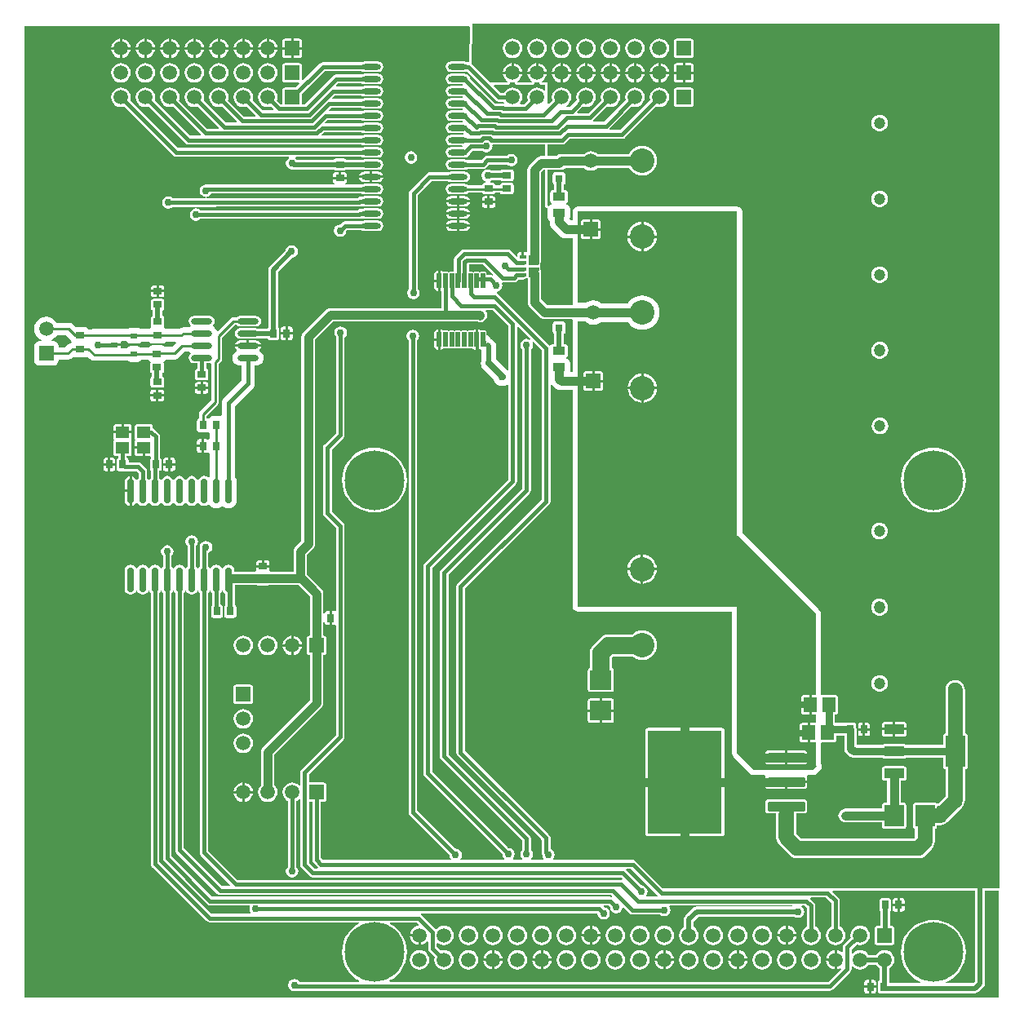
<source format=gtl>
G04*
G04 #@! TF.GenerationSoftware,Altium Limited,Altium Designer,20.2.8 (258)*
G04*
G04 Layer_Physical_Order=1*
G04 Layer_Color=255*
%FSLAX24Y24*%
%MOIN*%
G70*
G04*
G04 #@! TF.SameCoordinates,2D8D9C66-5576-4C64-8BDA-EEC9A906AE53*
G04*
G04*
G04 #@! TF.FilePolarity,Positive*
G04*
G01*
G75*
%ADD14C,0.0100*%
%ADD17R,0.0276X0.0354*%
%ADD18R,0.0866X0.0787*%
%ADD19R,0.0512X0.0335*%
%ADD20R,0.0315X0.0315*%
%ADD21R,0.0354X0.0276*%
%ADD22R,0.0551X0.0591*%
%ADD24R,0.0260X0.0180*%
G04:AMPARAMS|DCode=25|XSize=17.7mil|YSize=63mil|CornerRadius=1.9mil|HoleSize=0mil|Usage=FLASHONLY|Rotation=0.000|XOffset=0mil|YOffset=0mil|HoleType=Round|Shape=RoundedRectangle|*
%AMROUNDEDRECTD25*
21,1,0.0177,0.0591,0,0,0.0*
21,1,0.0138,0.0630,0,0,0.0*
1,1,0.0039,0.0069,-0.0295*
1,1,0.0039,-0.0069,-0.0295*
1,1,0.0039,-0.0069,0.0295*
1,1,0.0039,0.0069,0.0295*
%
%ADD25ROUNDEDRECTD25*%
%ADD26O,0.0276X0.1024*%
%ADD27O,0.0866X0.0236*%
%ADD28O,0.0787X0.0236*%
%ADD29R,0.0551X0.0472*%
%ADD30R,0.0787X0.0866*%
G04:AMPARAMS|DCode=31|XSize=128mil|YSize=80.7mil|CornerRadius=2mil|HoleSize=0mil|Usage=FLASHONLY|Rotation=90.000|XOffset=0mil|YOffset=0mil|HoleType=Round|Shape=RoundedRectangle|*
%AMROUNDEDRECTD31*
21,1,0.1280,0.0767,0,0,90.0*
21,1,0.1239,0.0807,0,0,90.0*
1,1,0.0040,0.0383,0.0620*
1,1,0.0040,0.0383,-0.0620*
1,1,0.0040,-0.0383,-0.0620*
1,1,0.0040,-0.0383,0.0620*
%
%ADD31ROUNDEDRECTD31*%
G04:AMPARAMS|DCode=32|XSize=39.4mil|YSize=80.7mil|CornerRadius=2mil|HoleSize=0mil|Usage=FLASHONLY|Rotation=90.000|XOffset=0mil|YOffset=0mil|HoleType=Round|Shape=RoundedRectangle|*
%AMROUNDEDRECTD32*
21,1,0.0394,0.0768,0,0,90.0*
21,1,0.0354,0.0807,0,0,90.0*
1,1,0.0039,0.0384,0.0177*
1,1,0.0039,0.0384,-0.0177*
1,1,0.0039,-0.0384,-0.0177*
1,1,0.0039,-0.0384,0.0177*
%
%ADD32ROUNDEDRECTD32*%
G04:AMPARAMS|DCode=33|XSize=421.3mil|YSize=303.2mil|CornerRadius=1.5mil|HoleSize=0mil|Usage=FLASHONLY|Rotation=270.000|XOffset=0mil|YOffset=0mil|HoleType=Round|Shape=RoundedRectangle|*
%AMROUNDEDRECTD33*
21,1,0.4213,0.3001,0,0,270.0*
21,1,0.4182,0.3032,0,0,270.0*
1,1,0.0030,-0.1501,-0.2091*
1,1,0.0030,-0.1501,0.2091*
1,1,0.0030,0.1501,0.2091*
1,1,0.0030,0.1501,-0.2091*
%
%ADD33ROUNDEDRECTD33*%
G04:AMPARAMS|DCode=34|XSize=37.4mil|YSize=151.6mil|CornerRadius=2.1mil|HoleSize=0mil|Usage=FLASHONLY|Rotation=270.000|XOffset=0mil|YOffset=0mil|HoleType=Round|Shape=RoundedRectangle|*
%AMROUNDEDRECTD34*
21,1,0.0374,0.1475,0,0,270.0*
21,1,0.0333,0.1516,0,0,270.0*
1,1,0.0041,-0.0737,-0.0166*
1,1,0.0041,-0.0737,0.0166*
1,1,0.0041,0.0737,0.0166*
1,1,0.0041,0.0737,-0.0166*
%
%ADD34ROUNDEDRECTD34*%
%ADD35R,0.0440X0.0430*%
%ADD62R,0.0276X0.0236*%
%ADD63C,0.0350*%
%ADD64C,0.0150*%
%ADD65C,0.0200*%
%ADD66C,0.0250*%
%ADD67C,0.0300*%
%ADD68C,0.0600*%
%ADD69C,0.0700*%
%ADD70C,0.1000*%
%ADD71C,0.0470*%
%ADD72C,0.0591*%
%ADD73R,0.0591X0.0591*%
%ADD74R,0.0591X0.0591*%
%ADD75C,0.2441*%
%ADD76C,0.0300*%
G36*
X18303Y39785D02*
X18294Y38357D01*
X18255Y38325D01*
X18240Y38328D01*
X18223D01*
X18182Y38355D01*
X18097Y38372D01*
X17546D01*
X17461Y38355D01*
X17389Y38307D01*
X17341Y38235D01*
X17324Y38150D01*
X17341Y38065D01*
X17389Y37993D01*
X17461Y37945D01*
X17546Y37928D01*
X18097D01*
X18182Y37945D01*
X18189Y37949D01*
X19364Y36774D01*
X19422Y36735D01*
X19490Y36722D01*
X19490Y36722D01*
X19690D01*
X19711Y36681D01*
X19683Y36643D01*
X19632Y36653D01*
X19346D01*
X18312Y37687D01*
X18303Y37735D01*
X18254Y37807D01*
X18182Y37855D01*
X18097Y37872D01*
X17546D01*
X17461Y37855D01*
X17389Y37807D01*
X17341Y37735D01*
X17324Y37650D01*
X17341Y37565D01*
X17389Y37493D01*
X17461Y37445D01*
X17546Y37428D01*
X18021D01*
X18024Y37422D01*
X17997Y37372D01*
X17546D01*
X17461Y37355D01*
X17389Y37307D01*
X17341Y37235D01*
X17324Y37150D01*
X17341Y37065D01*
X17389Y36993D01*
X17461Y36945D01*
X17546Y36928D01*
X18021D01*
X18024Y36922D01*
X17997Y36872D01*
X17546D01*
X17461Y36855D01*
X17389Y36807D01*
X17341Y36735D01*
X17324Y36650D01*
X17341Y36565D01*
X17389Y36493D01*
X17461Y36445D01*
X17546Y36428D01*
X18021D01*
X18024Y36422D01*
X17997Y36372D01*
X17546D01*
X17461Y36355D01*
X17389Y36307D01*
X17341Y36235D01*
X17324Y36150D01*
X17341Y36065D01*
X17389Y35993D01*
X17461Y35945D01*
X17546Y35928D01*
X18021D01*
X18024Y35922D01*
X17997Y35872D01*
X17546D01*
X17461Y35855D01*
X17389Y35807D01*
X17341Y35735D01*
X17324Y35650D01*
X17341Y35565D01*
X17389Y35493D01*
X17461Y35445D01*
X17546Y35428D01*
X18044D01*
X18047Y35422D01*
X18021Y35372D01*
X17546D01*
X17461Y35355D01*
X17389Y35307D01*
X17341Y35235D01*
X17324Y35150D01*
X17341Y35065D01*
X17389Y34993D01*
X17461Y34945D01*
X17546Y34928D01*
X17997D01*
X18024Y34878D01*
X18021Y34872D01*
X17546D01*
X17461Y34855D01*
X17389Y34807D01*
X17341Y34735D01*
X17324Y34650D01*
X17341Y34565D01*
X17389Y34493D01*
X17461Y34445D01*
X17546Y34428D01*
X18097D01*
X18182Y34445D01*
X18254Y34493D01*
X18303Y34565D01*
X18312Y34613D01*
X18421Y34722D01*
X18799D01*
X18800Y34720D01*
X18882Y34664D01*
X18980Y34645D01*
X19078Y34664D01*
X19160Y34720D01*
X19216Y34802D01*
X19235Y34900D01*
X19228Y34933D01*
X19260Y34972D01*
X21384D01*
Y34492D01*
X21215D01*
X21143Y34483D01*
X21076Y34455D01*
X21019Y34411D01*
X20744Y34136D01*
X20700Y34079D01*
X20672Y34012D01*
X20663Y33940D01*
Y30606D01*
X20613Y30566D01*
X20610Y30567D01*
X20530D01*
Y30375D01*
X20430D01*
Y30567D01*
X20350D01*
X20311Y30559D01*
X20278Y30537D01*
X20256Y30504D01*
X20248Y30465D01*
Y30408D01*
X20202Y30389D01*
X19964Y30626D01*
X19906Y30665D01*
X19838Y30678D01*
X18066D01*
X18066Y30678D01*
X17998Y30665D01*
X17940Y30626D01*
X17709Y30395D01*
X17671Y30337D01*
X17657Y30269D01*
Y29785D01*
X17635Y29767D01*
X17497D01*
X17470Y29762D01*
X17447Y29746D01*
X17429D01*
X17406Y29762D01*
X17379Y29767D01*
X17241D01*
X17222Y29763D01*
X17210Y29782D01*
X17170Y29809D01*
X17123Y29818D01*
X17104D01*
Y29401D01*
Y28983D01*
X17123D01*
X17132Y28977D01*
Y28287D01*
X12610D01*
X12538Y28278D01*
X12471Y28250D01*
X12414Y28206D01*
X11504Y27296D01*
X11460Y27239D01*
X11432Y27172D01*
X11423Y27100D01*
Y18765D01*
X11184Y18526D01*
X11140Y18469D01*
X11112Y18402D01*
X11103Y18330D01*
Y17517D01*
X10154D01*
X10140Y17535D01*
X10123Y17567D01*
X10129Y17598D01*
Y17686D01*
X9571D01*
Y17598D01*
X9577Y17567D01*
X9560Y17535D01*
X9546Y17517D01*
X8692D01*
Y17563D01*
X8674Y17656D01*
X8621Y17734D01*
X8543Y17787D01*
X8450Y17805D01*
X8357Y17787D01*
X8279Y17734D01*
X8226Y17656D01*
X8225Y17653D01*
X8175D01*
X8174Y17656D01*
X8121Y17734D01*
X8043Y17787D01*
X7950Y17805D01*
X7857Y17787D01*
X7779Y17734D01*
X7726Y17656D01*
X7725Y17653D01*
X7675D01*
X7674Y17656D01*
X7628Y17724D01*
Y18285D01*
X7710Y18340D01*
X7765Y18422D01*
X7785Y18520D01*
X7765Y18618D01*
X7710Y18700D01*
X7628Y18756D01*
X7530Y18775D01*
X7432Y18756D01*
X7350Y18700D01*
X7295Y18618D01*
X7275Y18520D01*
X7281Y18489D01*
X7272Y18440D01*
Y17724D01*
X7226Y17656D01*
X7225Y17653D01*
X7175D01*
X7174Y17656D01*
X7128Y17724D01*
Y18569D01*
X7130Y18570D01*
X7185Y18652D01*
X7205Y18750D01*
X7185Y18848D01*
X7130Y18930D01*
X7048Y18986D01*
X6950Y19005D01*
X6852Y18986D01*
X6770Y18930D01*
X6715Y18848D01*
X6695Y18750D01*
X6715Y18652D01*
X6770Y18570D01*
X6772Y18569D01*
Y17724D01*
X6726Y17656D01*
X6725Y17653D01*
X6675D01*
X6674Y17656D01*
X6621Y17734D01*
X6543Y17787D01*
X6450Y17805D01*
X6357Y17787D01*
X6279Y17734D01*
X6226Y17656D01*
X6225Y17653D01*
X6175D01*
X6174Y17656D01*
X6128Y17724D01*
Y18159D01*
X6130Y18160D01*
X6185Y18242D01*
X6205Y18340D01*
X6185Y18438D01*
X6130Y18520D01*
X6048Y18576D01*
X5950Y18595D01*
X5852Y18576D01*
X5770Y18520D01*
X5715Y18438D01*
X5695Y18340D01*
X5715Y18242D01*
X5770Y18160D01*
X5772Y18159D01*
Y17724D01*
X5726Y17656D01*
X5725Y17653D01*
X5675D01*
X5674Y17656D01*
X5621Y17734D01*
X5543Y17787D01*
X5450Y17805D01*
X5357Y17787D01*
X5279Y17734D01*
X5226Y17656D01*
X5225Y17653D01*
X5175D01*
X5174Y17656D01*
X5121Y17734D01*
X5043Y17787D01*
X4950Y17805D01*
X4857Y17787D01*
X4779Y17734D01*
X4726Y17656D01*
X4725Y17653D01*
X4675D01*
X4674Y17656D01*
X4621Y17734D01*
X4543Y17787D01*
X4450Y17805D01*
X4357Y17787D01*
X4279Y17734D01*
X4226Y17656D01*
X4208Y17563D01*
Y16815D01*
X4226Y16722D01*
X4279Y16644D01*
X4357Y16591D01*
X4450Y16573D01*
X4543Y16591D01*
X4621Y16644D01*
X4674Y16722D01*
X4675Y16725D01*
X4725D01*
X4726Y16722D01*
X4779Y16644D01*
X4857Y16591D01*
X4950Y16573D01*
X5043Y16591D01*
X5121Y16644D01*
X5174Y16722D01*
X5175Y16725D01*
X5225D01*
X5226Y16722D01*
X5272Y16654D01*
Y5580D01*
X5285Y5512D01*
X5324Y5454D01*
X7548Y3230D01*
X7606Y3191D01*
X7674Y3178D01*
X7674Y3178D01*
X13770D01*
X13784Y3128D01*
X13628Y3032D01*
X13470Y2897D01*
X13335Y2739D01*
X13226Y2562D01*
X13147Y2370D01*
X13098Y2168D01*
X13082Y1961D01*
X13098Y1753D01*
X13147Y1551D01*
X13226Y1359D01*
X13335Y1182D01*
X13470Y1024D01*
X13628Y889D01*
X13784Y794D01*
X13770Y744D01*
X11358D01*
X11320Y800D01*
X11238Y855D01*
X11140Y875D01*
X11042Y855D01*
X10960Y800D01*
X10905Y718D01*
X10885Y620D01*
X10905Y522D01*
X10960Y440D01*
X11042Y384D01*
X11140Y365D01*
X11238Y384D01*
X11241Y387D01*
X33025D01*
X33093Y400D01*
X33151Y439D01*
X33846Y1134D01*
X33846Y1134D01*
X33885Y1192D01*
X33899Y1260D01*
Y1376D01*
X33949Y1393D01*
X33968Y1368D01*
X34051Y1305D01*
X34147Y1265D01*
X34250Y1251D01*
X34353Y1265D01*
X34449Y1305D01*
X34532Y1368D01*
X34592Y1446D01*
X34908D01*
X34968Y1368D01*
X35046Y1308D01*
Y823D01*
X35039Y821D01*
X35006Y799D01*
X34984Y766D01*
X34976Y727D01*
Y373D01*
X34984Y334D01*
X35006Y301D01*
X35039Y279D01*
X35078Y271D01*
X35353D01*
X35392Y279D01*
X35404Y286D01*
X38950D01*
X39028Y302D01*
X39094Y346D01*
X39294Y546D01*
X39338Y612D01*
X39354Y690D01*
Y4488D01*
X39930D01*
Y110D01*
X220D01*
X212Y102D01*
X110D01*
Y39820D01*
X18268D01*
X18303Y39785D01*
D02*
G37*
G36*
X21148Y37480D02*
X21152Y37471D01*
X21154Y37461D01*
X21159Y37453D01*
X21163Y37443D01*
X21170Y37436D01*
X21176Y37428D01*
X21184Y37422D01*
X21191Y37415D01*
X21201Y37411D01*
X21209Y37406D01*
X21219Y37404D01*
X21228Y37400D01*
X21238D01*
X21248Y37398D01*
X21384D01*
Y37192D01*
X21336Y37176D01*
X21332Y37182D01*
X21249Y37245D01*
X21153Y37285D01*
X21050Y37299D01*
X20947Y37285D01*
X20851Y37245D01*
X20768Y37182D01*
X20705Y37099D01*
X20665Y37003D01*
X20651Y36900D01*
X20665Y36797D01*
X20674Y36776D01*
X20506Y36608D01*
X20387D01*
X20363Y36658D01*
X20395Y36701D01*
X20435Y36797D01*
X20449Y36900D01*
X20435Y37003D01*
X20395Y37099D01*
X20332Y37182D01*
X20249Y37245D01*
X20153Y37285D01*
X20050Y37299D01*
X19947Y37285D01*
X19851Y37245D01*
X19768Y37182D01*
X19705Y37099D01*
X19696Y37078D01*
X19564D01*
X19290Y37352D01*
X19310Y37398D01*
X19852D01*
X19862Y37400D01*
X19872D01*
X19881Y37404D01*
X19891Y37406D01*
X19899Y37411D01*
X19909Y37415D01*
X19916Y37422D01*
X19924Y37428D01*
X19930Y37436D01*
X19937Y37443D01*
X19941Y37453D01*
X19946Y37461D01*
X19948Y37471D01*
X19952Y37480D01*
X19959Y37513D01*
X20050Y37501D01*
X20141Y37513D01*
X20148Y37480D01*
X20152Y37471D01*
X20154Y37461D01*
X20159Y37453D01*
X20163Y37443D01*
X20170Y37436D01*
X20176Y37428D01*
X20184Y37422D01*
X20191Y37415D01*
X20201Y37411D01*
X20209Y37406D01*
X20219Y37404D01*
X20228Y37400D01*
X20238D01*
X20248Y37398D01*
X20852D01*
X20862Y37400D01*
X20872D01*
X20881Y37404D01*
X20891Y37406D01*
X20899Y37411D01*
X20909Y37415D01*
X20916Y37422D01*
X20924Y37428D01*
X20930Y37436D01*
X20937Y37443D01*
X20941Y37453D01*
X20946Y37461D01*
X20948Y37471D01*
X20952Y37480D01*
X20959Y37513D01*
X21050Y37501D01*
X21141Y37513D01*
X21148Y37480D01*
D02*
G37*
G36*
X39948Y4590D02*
X26182Y4590D01*
X25096Y5676D01*
X25038Y5715D01*
X24970Y5728D01*
X21737D01*
X21713Y5778D01*
X21755Y5842D01*
X21775Y5940D01*
X21755Y6038D01*
X21700Y6120D01*
X21618Y6175D01*
X21598Y6179D01*
Y6630D01*
X21584Y6698D01*
X21545Y6756D01*
X18108Y10193D01*
Y16826D01*
X21545Y20263D01*
X21584Y20321D01*
X21598Y20389D01*
Y25151D01*
X21648Y25168D01*
X21683Y25123D01*
X21770Y25035D01*
X21849Y24975D01*
X21940Y24937D01*
X22038Y24924D01*
X22506D01*
Y17630D01*
Y16080D01*
X22522Y16002D01*
X22566Y15936D01*
X22632Y15892D01*
X22710Y15876D01*
X24520D01*
X29026Y15876D01*
X29026Y12490D01*
Y10070D01*
X29042Y9992D01*
X29086Y9926D01*
X29756Y9256D01*
X29822Y9212D01*
X29900Y9196D01*
X30362D01*
X30388Y9146D01*
X30380Y9133D01*
X30371Y9086D01*
Y8970D01*
X31231D01*
X32091D01*
Y9086D01*
X32082Y9133D01*
X32073Y9146D01*
X32100Y9196D01*
X32320D01*
X32398Y9212D01*
X32464Y9256D01*
X32624Y9416D01*
X32668Y9482D01*
X32684Y9560D01*
X32668Y9638D01*
X32654Y9660D01*
Y10518D01*
X32702Y10533D01*
X33180D01*
X33219Y10541D01*
X33252Y10563D01*
X33274Y10596D01*
X33282Y10635D01*
Y10815D01*
X33600D01*
Y10286D01*
X33619Y10188D01*
X33674Y10105D01*
X33790Y9990D01*
X33872Y9935D01*
X33970Y9915D01*
X35164D01*
X35170Y9907D01*
X35209Y9880D01*
X35256Y9871D01*
X36024D01*
X36071Y9880D01*
X36110Y9907D01*
X36116Y9915D01*
X37634D01*
Y9550D01*
X37643Y9504D01*
X37670Y9464D01*
X37710Y9437D01*
X37737Y9432D01*
Y8337D01*
X37433Y8033D01*
X37373Y8044D01*
X37366Y8055D01*
X37333Y8077D01*
X37294Y8085D01*
X36506D01*
X36467Y8077D01*
X36434Y8055D01*
X36412Y8022D01*
X36404Y7983D01*
Y7117D01*
X36412Y7078D01*
X36434Y7045D01*
X36467Y7023D01*
X36496Y7017D01*
Y6637D01*
X36463Y6603D01*
X31847D01*
X31634Y6816D01*
Y7631D01*
X31968D01*
X32015Y7640D01*
X32055Y7667D01*
X32082Y7707D01*
X32091Y7754D01*
Y8086D01*
X32082Y8133D01*
X32055Y8173D01*
X32015Y8200D01*
X31968Y8209D01*
X30494D01*
X30447Y8200D01*
X30407Y8173D01*
X30380Y8133D01*
X30371Y8086D01*
Y7754D01*
X30380Y7707D01*
X30407Y7667D01*
X30447Y7640D01*
X30494Y7631D01*
X30827D01*
Y6649D01*
X30827Y6649D01*
X30841Y6545D01*
X30882Y6447D01*
X30946Y6364D01*
X31395Y5915D01*
X31395Y5915D01*
X31406Y5906D01*
D01*
X31478Y5851D01*
X31576Y5810D01*
X31680Y5797D01*
X31680Y5797D01*
X36630D01*
X36630Y5797D01*
X36734Y5810D01*
X36832Y5851D01*
X36915Y5915D01*
X37185Y6185D01*
X37185Y6185D01*
X37249Y6268D01*
X37290Y6366D01*
X37303Y6470D01*
X37303Y6470D01*
Y7017D01*
X37333Y7023D01*
X37366Y7045D01*
X37388Y7078D01*
X37396Y7117D01*
Y7147D01*
X37520D01*
X37520Y7147D01*
X37624Y7160D01*
X37722Y7201D01*
X37805Y7265D01*
X38425Y7885D01*
X38425Y7885D01*
X38489Y7968D01*
X38530Y8066D01*
X38543Y8170D01*
Y9432D01*
X38570Y9437D01*
X38610Y9464D01*
X38637Y9504D01*
X38646Y9550D01*
Y10790D01*
X38637Y10836D01*
X38610Y10876D01*
X38570Y10903D01*
X38543Y10908D01*
Y12680D01*
X38530Y12784D01*
X38489Y12882D01*
X38425Y12965D01*
X38342Y13029D01*
X38244Y13070D01*
X38140Y13083D01*
X38036Y13070D01*
X37938Y13029D01*
X37855Y12965D01*
X37791Y12882D01*
X37750Y12784D01*
X37737Y12680D01*
Y10908D01*
X37710Y10903D01*
X37670Y10876D01*
X37643Y10836D01*
X37634Y10790D01*
Y10425D01*
X36116D01*
X36110Y10433D01*
X36071Y10460D01*
X36024Y10469D01*
X35256D01*
X35209Y10460D01*
X35170Y10433D01*
X35164Y10425D01*
X34109D01*
Y11070D01*
X34094Y11146D01*
Y11247D01*
X34086Y11286D01*
X34064Y11319D01*
X34031Y11341D01*
X33992Y11349D01*
X33717D01*
X33678Y11341D01*
X33653Y11325D01*
X33219D01*
Y11673D01*
X33240D01*
X33279Y11681D01*
X33312Y11703D01*
X33334Y11736D01*
X33342Y11775D01*
Y12365D01*
X33334Y12404D01*
X33312Y12437D01*
X33279Y12459D01*
X33240Y12467D01*
X32688D01*
X32654Y12510D01*
Y15800D01*
X32638Y15878D01*
X32594Y15944D01*
X29434Y19104D01*
X29434Y32230D01*
X29418Y32308D01*
X29374Y32374D01*
X29308Y32418D01*
X29230Y32434D01*
X22710Y32434D01*
X22632Y32418D01*
X22566Y32374D01*
X22522Y32308D01*
X22506Y32230D01*
Y31881D01*
X22428D01*
X22413Y31898D01*
X22396Y31927D01*
X22410Y31998D01*
Y32333D01*
X22394Y32411D01*
X22350Y32477D01*
X22284Y32521D01*
X22258Y32526D01*
X22252Y32547D01*
X22253Y32578D01*
X22278Y32595D01*
X22300Y32628D01*
X22308Y32667D01*
Y33002D01*
X22300Y33041D01*
X22278Y33074D01*
X22245Y33096D01*
X22206Y33104D01*
X22154D01*
Y33338D01*
X22180Y33355D01*
X22202Y33389D01*
X22209Y33428D01*
Y33743D01*
X22202Y33782D01*
X22180Y33815D01*
X22146Y33837D01*
X22107Y33844D01*
X21793D01*
X21753Y33837D01*
X21720Y33815D01*
X21698Y33782D01*
X21691Y33743D01*
Y33428D01*
X21698Y33389D01*
X21720Y33355D01*
X21746Y33338D01*
Y33104D01*
X21694D01*
X21655Y33096D01*
X21622Y33074D01*
X21600Y33041D01*
X21592Y33002D01*
Y32667D01*
X21600Y32628D01*
X21622Y32595D01*
X21647Y32578D01*
X21648Y32547D01*
X21642Y32526D01*
X21616Y32521D01*
X21550Y32477D01*
X21535Y32455D01*
X21485Y32470D01*
Y33938D01*
X21950D01*
X22022Y33947D01*
X22042Y33956D01*
X22107D01*
X22146Y33963D01*
X22180Y33985D01*
X22202Y34018D01*
X22202Y34020D01*
X22965D01*
X22968Y34016D01*
X23051Y33952D01*
X23147Y33913D01*
X23250Y33899D01*
X23353Y33913D01*
X23449Y33952D01*
X23532Y34016D01*
X23535Y34020D01*
X24819D01*
X24849Y33965D01*
X24924Y33874D01*
X25015Y33799D01*
X25119Y33743D01*
X25232Y33709D01*
X25350Y33697D01*
X25468Y33709D01*
X25581Y33743D01*
X25685Y33799D01*
X25776Y33874D01*
X25851Y33965D01*
X25907Y34069D01*
X25941Y34182D01*
X25953Y34300D01*
X25941Y34418D01*
X25907Y34531D01*
X25851Y34635D01*
X25776Y34726D01*
X25685Y34801D01*
X25581Y34857D01*
X25468Y34891D01*
X25350Y34903D01*
X25232Y34891D01*
X25119Y34857D01*
X25015Y34801D01*
X24924Y34726D01*
X24849Y34635D01*
X24817Y34575D01*
X23535D01*
X23532Y34580D01*
X23449Y34643D01*
X23353Y34683D01*
X23250Y34696D01*
X23147Y34683D01*
X23051Y34643D01*
X22968Y34580D01*
X22965Y34575D01*
X22033D01*
X21961Y34566D01*
X21894Y34538D01*
X21837Y34494D01*
X21835Y34492D01*
X21485D01*
Y34972D01*
X22080D01*
X22148Y34985D01*
X22206Y35024D01*
X22384Y35202D01*
X24530D01*
X24598Y35215D01*
X24656Y35254D01*
X25926Y36524D01*
X25947Y36515D01*
X26050Y36501D01*
X26153Y36515D01*
X26249Y36555D01*
X26332Y36618D01*
X26395Y36701D01*
X26435Y36797D01*
X26449Y36900D01*
X26435Y37003D01*
X26395Y37099D01*
X26332Y37182D01*
X26249Y37245D01*
X26153Y37285D01*
X26050Y37299D01*
X25947Y37285D01*
X25851Y37245D01*
X25768Y37182D01*
X25705Y37099D01*
X25665Y37003D01*
X25651Y36900D01*
X25665Y36797D01*
X25674Y36776D01*
X24456Y35558D01*
X24031D01*
X24011Y35608D01*
X24926Y36524D01*
X24947Y36515D01*
X25050Y36501D01*
X25153Y36515D01*
X25249Y36555D01*
X25332Y36618D01*
X25395Y36701D01*
X25435Y36797D01*
X25449Y36900D01*
X25435Y37003D01*
X25395Y37099D01*
X25332Y37182D01*
X25249Y37245D01*
X25153Y37285D01*
X25050Y37299D01*
X24947Y37285D01*
X24851Y37245D01*
X24768Y37182D01*
X24705Y37099D01*
X24665Y37003D01*
X24651Y36900D01*
X24665Y36797D01*
X24674Y36776D01*
X23796Y35898D01*
X23368D01*
X23353Y35929D01*
X23351Y35948D01*
X23926Y36524D01*
X23947Y36515D01*
X24050Y36501D01*
X24153Y36515D01*
X24249Y36555D01*
X24332Y36618D01*
X24395Y36701D01*
X24435Y36797D01*
X24449Y36900D01*
X24435Y37003D01*
X24395Y37099D01*
X24332Y37182D01*
X24249Y37245D01*
X24153Y37285D01*
X24050Y37299D01*
X23947Y37285D01*
X23851Y37245D01*
X23768Y37182D01*
X23705Y37099D01*
X23665Y37003D01*
X23651Y36900D01*
X23665Y36797D01*
X23674Y36776D01*
X23146Y36248D01*
X22716D01*
X22697Y36295D01*
X22926Y36524D01*
X22947Y36515D01*
X23050Y36501D01*
X23153Y36515D01*
X23249Y36555D01*
X23332Y36618D01*
X23395Y36701D01*
X23435Y36797D01*
X23449Y36900D01*
X23435Y37003D01*
X23395Y37099D01*
X23332Y37182D01*
X23249Y37245D01*
X23153Y37285D01*
X23050Y37299D01*
X22947Y37285D01*
X22851Y37245D01*
X22768Y37182D01*
X22705Y37099D01*
X22665Y37003D01*
X22651Y36900D01*
X22665Y36797D01*
X22674Y36776D01*
X22396Y36498D01*
X22244D01*
X22234Y36548D01*
X22249Y36555D01*
X22332Y36618D01*
X22395Y36701D01*
X22435Y36797D01*
X22449Y36900D01*
X22435Y37003D01*
X22395Y37099D01*
X22332Y37182D01*
X22249Y37245D01*
X22153Y37285D01*
X22050Y37299D01*
X21947Y37285D01*
X21851Y37245D01*
X21768Y37182D01*
X21705Y37099D01*
X21665Y37003D01*
X21651Y36900D01*
X21665Y36797D01*
X21674Y36776D01*
X21532Y36634D01*
X21485Y36653D01*
Y37500D01*
X21248D01*
X21238Y37550D01*
X21249Y37555D01*
X21332Y37618D01*
X21395Y37701D01*
X21435Y37797D01*
X21442Y37850D01*
X21050D01*
Y37900D01*
D01*
Y37850D01*
X20658D01*
X20665Y37797D01*
X20705Y37701D01*
X20768Y37618D01*
X20851Y37555D01*
X20862Y37550D01*
X20852Y37500D01*
X20248D01*
X20238Y37550D01*
X20249Y37555D01*
X20332Y37618D01*
X20395Y37701D01*
X20435Y37797D01*
X20442Y37850D01*
X20050D01*
Y37900D01*
D01*
Y37850D01*
X19658D01*
X19665Y37797D01*
X19705Y37701D01*
X19768Y37618D01*
X19851Y37555D01*
X19862Y37550D01*
X19852Y37500D01*
X19142D01*
X18395Y38247D01*
X18406Y39898D01*
X39948D01*
Y4590D01*
D02*
G37*
G36*
X19262Y29646D02*
X19230Y29607D01*
X19203Y29625D01*
X19135Y29638D01*
X18986D01*
Y29696D01*
X18980Y29723D01*
X18965Y29746D01*
X18942Y29762D01*
X18915Y29767D01*
X18777D01*
X18749Y29762D01*
X18726Y29746D01*
X18709D01*
X18686Y29762D01*
X18659Y29767D01*
X18521D01*
X18494Y29762D01*
X18471Y29746D01*
X18453D01*
X18430Y29762D01*
X18403Y29767D01*
X18265D01*
X18264Y29768D01*
Y30072D01*
X18836D01*
X19262Y29646D01*
D02*
G37*
G36*
X21384Y32470D02*
X21384Y32465D01*
X21384Y32460D01*
X21388Y32446D01*
X21391Y32431D01*
X21394Y32427D01*
X21396Y32422D01*
X21405Y32411D01*
X21413Y32398D01*
X21418Y32396D01*
X21421Y32392D01*
X21434Y32385D01*
X21446Y32376D01*
X21451Y32375D01*
X21456Y32373D01*
X21496Y32361D01*
X21490Y32333D01*
Y31998D01*
X21506Y31920D01*
X21550Y31854D01*
X21572Y31839D01*
Y31800D01*
X21585Y31702D01*
X21622Y31611D01*
X21683Y31533D01*
X21980Y31235D01*
X22059Y31175D01*
X22150Y31137D01*
X22248Y31124D01*
X22506D01*
Y28493D01*
X22516Y28442D01*
X22481Y28392D01*
X21470D01*
X21227Y28635D01*
Y29720D01*
X21218Y29792D01*
X21190Y29859D01*
X21172Y29883D01*
Y29965D01*
X21165Y29980D01*
X21165Y30020D01*
X21172Y30035D01*
Y30090D01*
X21180Y30101D01*
X21208Y30168D01*
X21217Y30240D01*
Y33825D01*
X21330Y33938D01*
X21384D01*
Y32470D01*
D02*
G37*
G36*
X19877Y27581D02*
Y25768D01*
X19832Y25746D01*
X19812Y25761D01*
X19383Y26190D01*
Y26719D01*
X19383Y26719D01*
X19373Y26798D01*
X19343Y26871D01*
X19295Y26933D01*
X19295Y26933D01*
X19254Y26974D01*
X19191Y27022D01*
X19133Y27046D01*
X19080Y27125D01*
X19026Y27179D01*
X18986Y27206D01*
Y27295D01*
X18980Y27322D01*
X18965Y27345D01*
X18942Y27360D01*
X18915Y27366D01*
X18777D01*
X18758Y27362D01*
X18745Y27381D01*
X18705Y27407D01*
X18659Y27417D01*
X18640D01*
Y27141D01*
X18610Y27097D01*
X18591Y26999D01*
X18610Y26902D01*
X18640Y26857D01*
Y26582D01*
X18659D01*
X18705Y26591D01*
X18731Y26608D01*
X18760Y26580D01*
X18778Y26567D01*
Y26148D01*
X18764Y26114D01*
X18753Y26029D01*
X18764Y25944D01*
X18797Y25865D01*
X18849Y25797D01*
X19297Y25349D01*
X19324Y25283D01*
X19380Y25210D01*
X19453Y25154D01*
X19539Y25119D01*
X19630Y25107D01*
X19721Y25119D01*
X19807Y25154D01*
X19832Y25174D01*
X19877Y25152D01*
Y21279D01*
X16464Y17866D01*
X16425Y17808D01*
X16412Y17740D01*
Y9260D01*
X16425Y9192D01*
X16464Y9134D01*
X19636Y5962D01*
X19635Y5960D01*
X19655Y5862D01*
X19710Y5780D01*
X19715Y5776D01*
X19700Y5728D01*
X17946D01*
X17923Y5778D01*
X17966Y5842D01*
X17985Y5940D01*
X17966Y6038D01*
X17910Y6120D01*
X17828Y6175D01*
X17730Y6195D01*
X17728Y6194D01*
X16158Y7764D01*
Y26969D01*
X16160Y26970D01*
X16215Y27052D01*
X16235Y27150D01*
X16215Y27248D01*
X16160Y27330D01*
X16078Y27385D01*
X15980Y27405D01*
X15882Y27385D01*
X15800Y27330D01*
X15745Y27248D01*
X15725Y27150D01*
X15745Y27052D01*
X15800Y26970D01*
X15802Y26969D01*
Y7690D01*
X15815Y7622D01*
X15854Y7564D01*
X17476Y5942D01*
X17475Y5940D01*
X17494Y5842D01*
X17537Y5778D01*
X17514Y5728D01*
X12304D01*
X12228Y5804D01*
Y8103D01*
X12345D01*
X12384Y8111D01*
X12417Y8133D01*
X12439Y8166D01*
X12447Y8205D01*
Y8795D01*
X12439Y8834D01*
X12417Y8867D01*
X12384Y8889D01*
X12345Y8897D01*
X11755D01*
X11738Y8911D01*
Y9236D01*
X13137Y10635D01*
X13137Y10635D01*
X13176Y10693D01*
X13190Y10761D01*
X13190Y10761D01*
Y19370D01*
X13176Y19438D01*
X13137Y19496D01*
X12668Y19965D01*
Y22516D01*
X13137Y22985D01*
X13176Y23043D01*
X13190Y23111D01*
Y27086D01*
X13210Y27100D01*
X13266Y27182D01*
X13285Y27280D01*
X13266Y27378D01*
X13210Y27460D01*
X13128Y27515D01*
X13030Y27535D01*
X12932Y27515D01*
X12850Y27460D01*
X12795Y27378D01*
X12775Y27280D01*
X12795Y27182D01*
X12833Y27125D01*
Y23185D01*
X12364Y22716D01*
X12325Y22658D01*
X12312Y22590D01*
Y19891D01*
X12325Y19823D01*
X12364Y19765D01*
X12833Y19296D01*
Y15925D01*
X12817Y15911D01*
X12783Y15893D01*
X12753Y15899D01*
X12666D01*
Y15620D01*
Y15341D01*
X12753D01*
X12783Y15347D01*
X12817Y15329D01*
X12833Y15315D01*
Y10835D01*
X11434Y9436D01*
X11395Y9378D01*
X11382Y9310D01*
Y8795D01*
X11334Y8779D01*
X11332Y8782D01*
X11249Y8845D01*
X11153Y8885D01*
X11050Y8899D01*
X10947Y8885D01*
X10851Y8845D01*
X10768Y8782D01*
X10705Y8699D01*
X10665Y8603D01*
X10651Y8500D01*
X10665Y8397D01*
X10705Y8301D01*
X10768Y8218D01*
X10851Y8155D01*
X10872Y8146D01*
Y5441D01*
X10870Y5440D01*
X10814Y5358D01*
X10795Y5260D01*
X10814Y5162D01*
X10870Y5080D01*
X10952Y5024D01*
X11050Y5005D01*
X11148Y5024D01*
X11230Y5080D01*
X11286Y5162D01*
X11305Y5260D01*
X11286Y5358D01*
X11230Y5440D01*
X11228Y5441D01*
Y8146D01*
X11249Y8155D01*
X11332Y8218D01*
X11334Y8221D01*
X11382Y8205D01*
Y5530D01*
X11395Y5462D01*
X11434Y5404D01*
X11764Y5074D01*
X11764Y5074D01*
X11822Y5035D01*
X11890Y5022D01*
X24476D01*
X24535Y4962D01*
X24511Y4916D01*
X24475Y4923D01*
X8809D01*
X7628Y6104D01*
Y16654D01*
X7674Y16722D01*
X7675Y16725D01*
X7725D01*
X7726Y16722D01*
X7772Y16654D01*
Y16154D01*
X7765Y16149D01*
X7742Y16116D01*
X7735Y16077D01*
Y15723D01*
X7742Y15684D01*
X7765Y15651D01*
X7798Y15629D01*
X7837Y15621D01*
X8112D01*
X8151Y15629D01*
X8184Y15651D01*
X8206Y15684D01*
X8214Y15723D01*
Y16077D01*
X8206Y16116D01*
X8184Y16149D01*
X8151Y16171D01*
X8128Y16176D01*
Y16654D01*
X8174Y16722D01*
X8175Y16725D01*
X8225D01*
X8226Y16722D01*
X8279Y16644D01*
X8322Y16615D01*
Y16153D01*
X8316Y16149D01*
X8294Y16116D01*
X8286Y16077D01*
Y15723D01*
X8294Y15684D01*
X8316Y15651D01*
X8349Y15629D01*
X8388Y15621D01*
X8663D01*
X8702Y15629D01*
X8735Y15651D01*
X8758Y15684D01*
X8765Y15723D01*
Y16077D01*
X8758Y16116D01*
X8735Y16149D01*
X8730Y16153D01*
Y16963D01*
X9619D01*
X9634Y16952D01*
X9673Y16945D01*
X10027D01*
X10066Y16952D01*
X10081Y16963D01*
X11315D01*
X11773Y16505D01*
Y14897D01*
X11755D01*
X11716Y14889D01*
X11683Y14867D01*
X11661Y14834D01*
X11653Y14795D01*
Y14205D01*
X11661Y14166D01*
X11683Y14133D01*
X11716Y14111D01*
X11755Y14103D01*
X11773D01*
Y12265D01*
X9854Y10346D01*
X9810Y10289D01*
X9782Y10222D01*
X9773Y10150D01*
Y8785D01*
X9768Y8782D01*
X9705Y8699D01*
X9665Y8603D01*
X9651Y8500D01*
X9665Y8397D01*
X9705Y8301D01*
X9768Y8218D01*
X9851Y8155D01*
X9947Y8115D01*
X10050Y8101D01*
X10153Y8115D01*
X10249Y8155D01*
X10332Y8218D01*
X10395Y8301D01*
X10435Y8397D01*
X10449Y8500D01*
X10435Y8603D01*
X10395Y8699D01*
X10332Y8782D01*
X10327Y8785D01*
Y10035D01*
X12246Y11954D01*
X12290Y12011D01*
X12318Y12078D01*
X12327Y12150D01*
Y14103D01*
X12345D01*
X12384Y14111D01*
X12417Y14133D01*
X12439Y14166D01*
X12447Y14205D01*
Y14795D01*
X12439Y14834D01*
X12417Y14867D01*
X12384Y14889D01*
X12345Y14897D01*
X12327D01*
Y15430D01*
X12377Y15435D01*
X12384Y15404D01*
X12406Y15371D01*
X12439Y15349D01*
X12478Y15341D01*
X12566D01*
Y15620D01*
Y15899D01*
X12478D01*
X12439Y15891D01*
X12406Y15869D01*
X12384Y15836D01*
X12377Y15805D01*
X12327Y15810D01*
Y16620D01*
X12318Y16692D01*
X12290Y16759D01*
X12246Y16816D01*
X11657Y17405D01*
Y18215D01*
X11896Y18454D01*
X11940Y18511D01*
X11968Y18578D01*
X11977Y18650D01*
Y26985D01*
X12725Y27733D01*
X18633D01*
X18658Y27722D01*
X18730Y27713D01*
X18802Y27722D01*
X18869Y27750D01*
X18926Y27794D01*
X18970Y27851D01*
X18998Y27918D01*
X19007Y27990D01*
X18998Y28062D01*
X18970Y28129D01*
X18945Y28162D01*
X18970Y28212D01*
X19246D01*
X19877Y27581D01*
D02*
G37*
G36*
X29230Y19020D02*
X32450Y15800D01*
Y12467D01*
X32266D01*
Y12070D01*
Y11673D01*
X32450D01*
Y11342D01*
X32432Y11327D01*
X32206D01*
Y10930D01*
Y10533D01*
X32432D01*
X32450Y10518D01*
Y9590D01*
X32480Y9560D01*
X32320Y9400D01*
X29900D01*
X29230Y10070D01*
Y12490D01*
X29230Y16080D01*
X24520Y16080D01*
X22710D01*
Y17630D01*
Y27737D01*
X23007D01*
X23100Y27665D01*
X23221Y27615D01*
X23350Y27598D01*
X23479Y27615D01*
X23600Y27665D01*
X23671Y27719D01*
X24760D01*
X24765Y27709D01*
X24853Y27603D01*
X24959Y27515D01*
X25081Y27450D01*
X25213Y27410D01*
X25350Y27397D01*
X25487Y27410D01*
X25619Y27450D01*
X25741Y27515D01*
X25847Y27603D01*
X25935Y27709D01*
X26000Y27831D01*
X26040Y27963D01*
X26053Y28100D01*
X26040Y28237D01*
X26000Y28369D01*
X25935Y28491D01*
X25847Y28597D01*
X25741Y28685D01*
X25619Y28750D01*
X25487Y28790D01*
X25350Y28803D01*
X25213Y28790D01*
X25081Y28750D01*
X24959Y28685D01*
X24853Y28597D01*
X24765Y28491D01*
X24757Y28476D01*
X23671D01*
X23600Y28530D01*
X23479Y28580D01*
X23350Y28597D01*
X23221Y28580D01*
X23100Y28530D01*
X23052Y28493D01*
X22710D01*
Y32230D01*
X29230Y32230D01*
X29230Y19020D01*
D02*
G37*
G36*
X20782Y27029D02*
X20750Y26990D01*
X20728Y27006D01*
X20630Y27025D01*
X20532Y27006D01*
X20450Y26950D01*
X20394Y26868D01*
X20375Y26770D01*
X20394Y26672D01*
X20450Y26590D01*
X20452Y26589D01*
Y20904D01*
X17134Y17586D01*
X17095Y17528D01*
X17082Y17460D01*
Y9980D01*
X17095Y9912D01*
X17134Y9854D01*
X20452Y6536D01*
Y6141D01*
X20450Y6140D01*
X20394Y6058D01*
X20375Y5960D01*
X20394Y5862D01*
X20450Y5780D01*
X20455Y5776D01*
X20440Y5728D01*
X20080D01*
X20065Y5776D01*
X20070Y5780D01*
X20126Y5862D01*
X20145Y5960D01*
X20126Y6058D01*
X20070Y6140D01*
X19988Y6195D01*
X19890Y6215D01*
X19888Y6214D01*
X16768Y9334D01*
Y17666D01*
X20181Y21079D01*
X20220Y21137D01*
X20233Y21205D01*
X20233Y21205D01*
Y27512D01*
X20280Y27532D01*
X20782Y27029D01*
D02*
G37*
G36*
X20673Y29504D02*
Y28520D01*
X20682Y28448D01*
X20710Y28381D01*
X20754Y28324D01*
X21159Y27919D01*
X21216Y27875D01*
X21283Y27847D01*
X21355Y27838D01*
X22481D01*
X22516Y27788D01*
X22506Y27737D01*
Y25681D01*
X22424D01*
X22410Y25698D01*
Y26033D01*
X22394Y26111D01*
X22350Y26177D01*
X22284Y26221D01*
X22258Y26226D01*
X22252Y26247D01*
X22253Y26278D01*
X22278Y26295D01*
X22300Y26328D01*
X22308Y26367D01*
Y26702D01*
X22300Y26741D01*
X22278Y26774D01*
X22245Y26796D01*
X22206Y26804D01*
X22154D01*
Y27238D01*
X22180Y27255D01*
X22202Y27289D01*
X22209Y27328D01*
Y27643D01*
X22202Y27682D01*
X22180Y27715D01*
X22146Y27737D01*
X22107Y27744D01*
X21793D01*
X21753Y27737D01*
X21720Y27715D01*
X21698Y27682D01*
X21691Y27643D01*
Y27328D01*
X21698Y27289D01*
X21720Y27255D01*
X21746Y27238D01*
Y26804D01*
X21694D01*
X21655Y26796D01*
X21622Y26774D01*
X21613Y26760D01*
X21558Y26755D01*
X21555Y26756D01*
X21545Y26771D01*
X21545Y26771D01*
X19450Y28866D01*
X19396Y28902D01*
X19396Y28922D01*
X19403Y28953D01*
X19488Y28970D01*
X19570Y29025D01*
X19626Y29108D01*
X19645Y29205D01*
X19628Y29291D01*
X19631Y29302D01*
X19646Y29324D01*
X19661Y29339D01*
X20116D01*
X20184Y29353D01*
X20242Y29392D01*
X20297Y29447D01*
X20480D01*
X20548Y29460D01*
X20606Y29499D01*
X20618Y29517D01*
X20625Y29520D01*
X20673Y29504D01*
D02*
G37*
G36*
X38218Y12970D02*
X38290Y12940D01*
X38353Y12893D01*
X38400Y12830D01*
X38430Y12758D01*
X38441Y12673D01*
Y11492D01*
X38391Y11487D01*
X38375Y11568D01*
X38320Y11650D01*
X38238Y11705D01*
X38190Y11715D01*
Y11470D01*
X38090D01*
Y11715D01*
X38042Y11705D01*
X37960Y11650D01*
X37905Y11568D01*
X37889Y11487D01*
X37839Y11492D01*
Y12328D01*
X37848Y12336D01*
X37915Y12327D01*
X37940Y12290D01*
X38022Y12234D01*
X38070Y12225D01*
Y12470D01*
Y12715D01*
X38022Y12706D01*
X37940Y12650D01*
X37915Y12613D01*
X37848Y12604D01*
X37839Y12612D01*
Y12673D01*
X37850Y12758D01*
X37880Y12830D01*
X37927Y12893D01*
X37990Y12940D01*
X38062Y12970D01*
X38140Y12981D01*
X38218Y12970D01*
D02*
G37*
G36*
X33904Y10791D02*
X33992D01*
X34007Y10778D01*
Y10425D01*
X34015Y10386D01*
X34037Y10353D01*
X34070Y10331D01*
X34109Y10323D01*
X35134D01*
Y10220D01*
X35640D01*
X36146D01*
Y10323D01*
X37634D01*
Y10220D01*
X38140D01*
Y10170D01*
X38190D01*
Y9428D01*
X38441D01*
Y8177D01*
X38430Y8092D01*
X38400Y8020D01*
X38348Y7952D01*
X38266Y7869D01*
X38265Y7870D01*
X38020D01*
Y7625D01*
X38021Y7624D01*
X37738Y7342D01*
X37670Y7290D01*
X37598Y7260D01*
X37513Y7249D01*
X37396D01*
Y7500D01*
X36950D01*
Y7015D01*
X37201D01*
Y6477D01*
X37190Y6392D01*
X37160Y6320D01*
X37108Y6252D01*
X36848Y5992D01*
X36780Y5940D01*
X36708Y5910D01*
X36623Y5899D01*
X31687D01*
X31602Y5910D01*
X31530Y5940D01*
X31462Y5992D01*
X31456Y5998D01*
X31022Y6431D01*
X30971Y6499D01*
X30966Y6509D01*
X30941Y6571D01*
X30929Y6656D01*
Y7631D01*
X31181D01*
Y7920D01*
X31281D01*
Y7631D01*
X31532D01*
Y6816D01*
X31540Y6777D01*
X31562Y6744D01*
X31775Y6531D01*
X31808Y6509D01*
X31847Y6501D01*
X36463D01*
X36502Y6509D01*
X36524Y6524D01*
X36535Y6531D01*
X36569Y6565D01*
Y6565D01*
X36569D01*
X36580Y6581D01*
X36591Y6598D01*
Y6598D01*
X36591Y6598D01*
X36595Y6622D01*
X36598Y6637D01*
Y6637D01*
Y6637D01*
Y7015D01*
X36850D01*
Y7550D01*
X36900D01*
Y7600D01*
X37396D01*
Y7896D01*
X37433Y7931D01*
X37443Y7933D01*
X37454Y7934D01*
X37463Y7937D01*
X37472Y7939D01*
X37481Y7945D01*
X37491Y7949D01*
X37497Y7956D01*
X37505Y7961D01*
X37809Y8265D01*
X37831Y8298D01*
X37839Y8337D01*
Y8788D01*
X37889Y8793D01*
X37894Y8762D01*
X37950Y8680D01*
X38032Y8625D01*
X38080Y8615D01*
Y8860D01*
Y9105D01*
X38032Y9095D01*
X37950Y9040D01*
X37894Y8958D01*
X37889Y8927D01*
X37839Y8932D01*
Y9428D01*
X38090D01*
Y10120D01*
X37634D01*
Y10017D01*
X36146D01*
Y10120D01*
X35640D01*
X35134D01*
Y10017D01*
X33980D01*
X33912Y10031D01*
X33855Y10069D01*
X33753Y10170D01*
X33715Y10228D01*
X33701Y10296D01*
Y10778D01*
X33717Y10791D01*
X33804D01*
Y11070D01*
X33904D01*
Y10791D01*
D02*
G37*
G36*
X21241Y26571D02*
Y20463D01*
X17804Y17026D01*
X17765Y16968D01*
X17752Y16900D01*
Y10119D01*
X17765Y10051D01*
X17804Y9993D01*
X21241Y6556D01*
Y6041D01*
X21254Y5973D01*
X21268Y5953D01*
X21265Y5940D01*
X21284Y5842D01*
X21327Y5778D01*
X21304Y5728D01*
X20820D01*
X20805Y5776D01*
X20810Y5780D01*
X20865Y5862D01*
X20885Y5960D01*
X20865Y6058D01*
X20810Y6140D01*
X20808Y6141D01*
Y6610D01*
X20808Y6610D01*
X20795Y6678D01*
X20756Y6736D01*
X20756Y6736D01*
X17438Y10054D01*
Y17386D01*
X20756Y20704D01*
X20756Y20704D01*
X20795Y20762D01*
X20808Y20830D01*
X20808Y20830D01*
Y26589D01*
X20810Y26590D01*
X20865Y26672D01*
X20885Y26770D01*
X20865Y26868D01*
X20850Y26890D01*
X20889Y26922D01*
X21241Y26571D01*
D02*
G37*
G36*
X11872Y5730D02*
X11885Y5662D01*
X11924Y5604D01*
X12099Y5428D01*
X12097Y5409D01*
X12082Y5378D01*
X11964D01*
X11738Y5604D01*
Y8089D01*
X11755Y8103D01*
X11872D01*
Y5730D01*
D02*
G37*
G36*
X6726Y16722D02*
X6779Y16644D01*
X6857Y16591D01*
X6950Y16573D01*
X7043Y16591D01*
X7121Y16644D01*
X7174Y16722D01*
X7175Y16725D01*
X7225D01*
X7226Y16722D01*
X7272Y16654D01*
Y6030D01*
X7285Y5962D01*
X7324Y5904D01*
X8523Y4705D01*
X8504Y4658D01*
X8174D01*
X6628Y6204D01*
Y16654D01*
X6674Y16722D01*
X6675Y16725D01*
X6725D01*
X6726Y16722D01*
D02*
G37*
G36*
X25984Y4283D02*
X25964Y4233D01*
X25533D01*
X25506Y4283D01*
X25545Y4342D01*
X25565Y4440D01*
X25545Y4538D01*
X25490Y4620D01*
X25408Y4676D01*
X25310Y4695D01*
X25308Y4694D01*
X24681Y5322D01*
X24683Y5341D01*
X24698Y5372D01*
X24896D01*
X25984Y4283D01*
D02*
G37*
G36*
X6226Y16722D02*
X6272Y16654D01*
Y6130D01*
X6285Y6062D01*
X6324Y6004D01*
X7974Y4354D01*
X7974Y4354D01*
X8032Y4315D01*
X8100Y4302D01*
X24086D01*
X24125Y4263D01*
X24113Y4240D01*
X24096Y4221D01*
X24035Y4233D01*
X7769D01*
X6128Y5874D01*
Y16654D01*
X6174Y16722D01*
X6175Y16725D01*
X6225D01*
X6226Y16722D01*
D02*
G37*
G36*
X5726D02*
X5772Y16654D01*
Y5800D01*
X5785Y5732D01*
X5824Y5674D01*
X7569Y3929D01*
X7569Y3929D01*
X7627Y3890D01*
X7695Y3877D01*
X7695Y3877D01*
X9298D01*
X9326Y3836D01*
X9324Y3827D01*
X9305Y3730D01*
X9325Y3632D01*
X9357Y3585D01*
X9330Y3535D01*
X7748D01*
X5628Y5654D01*
Y16654D01*
X5674Y16722D01*
X5675Y16725D01*
X5725D01*
X5726Y16722D01*
D02*
G37*
G36*
X38946Y774D02*
X38866Y694D01*
X37764D01*
X37754Y744D01*
X37843Y780D01*
X38020Y889D01*
X38178Y1024D01*
X38313Y1182D01*
X38422Y1359D01*
X38501Y1551D01*
X38550Y1753D01*
X38566Y1961D01*
X38550Y2168D01*
X38501Y2370D01*
X38422Y2562D01*
X38313Y2739D01*
X38178Y2897D01*
X38020Y3032D01*
X37843Y3141D01*
X37651Y3220D01*
X37449Y3269D01*
X37241Y3285D01*
X37034Y3269D01*
X36832Y3220D01*
X36640Y3141D01*
X36463Y3032D01*
X36305Y2897D01*
X36170Y2739D01*
X36061Y2562D01*
X35982Y2370D01*
X35933Y2168D01*
X35917Y1961D01*
X35933Y1753D01*
X35982Y1551D01*
X36061Y1359D01*
X36170Y1182D01*
X36305Y1024D01*
X36463Y889D01*
X36640Y780D01*
X36728Y744D01*
X36718Y694D01*
X35455D01*
Y727D01*
X35454Y734D01*
Y1308D01*
X35532Y1368D01*
X35595Y1451D01*
X35635Y1547D01*
X35649Y1650D01*
X35635Y1753D01*
X35595Y1849D01*
X35532Y1932D01*
X35449Y1995D01*
X35353Y2035D01*
X35250Y2049D01*
X35147Y2035D01*
X35051Y1995D01*
X34968Y1932D01*
X34908Y1854D01*
X34592D01*
X34532Y1932D01*
X34449Y1995D01*
X34353Y2035D01*
X34250Y2049D01*
X34147Y2035D01*
X34051Y1995D01*
X33968Y1932D01*
X33949Y1907D01*
X33899Y1924D01*
Y2086D01*
X34098Y2285D01*
X34147Y2265D01*
X34250Y2251D01*
X34353Y2265D01*
X34449Y2305D01*
X34532Y2368D01*
X34595Y2451D01*
X34635Y2547D01*
X34649Y2650D01*
X34635Y2753D01*
X34595Y2849D01*
X34532Y2932D01*
X34449Y2995D01*
X34353Y3035D01*
X34250Y3049D01*
X34147Y3035D01*
X34051Y2995D01*
X33968Y2932D01*
X33905Y2849D01*
X33865Y2753D01*
X33851Y2650D01*
X33864Y2556D01*
X33594Y2286D01*
X33555Y2229D01*
X33542Y2160D01*
Y1987D01*
X33492Y1963D01*
X33449Y1995D01*
X33353Y2035D01*
X33300Y2042D01*
Y1650D01*
Y1258D01*
X33353Y1265D01*
X33436Y1299D01*
X33465Y1257D01*
X32951Y744D01*
X15044D01*
X15029Y794D01*
X15185Y889D01*
X15343Y1024D01*
X15478Y1182D01*
X15587Y1359D01*
X15666Y1551D01*
X15715Y1753D01*
X15731Y1961D01*
X15715Y2168D01*
X15666Y2370D01*
X15587Y2562D01*
X15478Y2739D01*
X15343Y2897D01*
X15185Y3032D01*
X15029Y3128D01*
X15044Y3178D01*
X16135D01*
X16218Y3095D01*
X16200Y3042D01*
X16147Y3035D01*
X16051Y2995D01*
X15968Y2932D01*
X15905Y2849D01*
X15865Y2753D01*
X15858Y2700D01*
X16250D01*
Y2650D01*
X16300D01*
Y2258D01*
X16353Y2265D01*
X16449Y2305D01*
X16532Y2368D01*
X16551Y2393D01*
X16601Y2376D01*
Y2120D01*
X16615Y2052D01*
X16654Y1994D01*
X16874Y1774D01*
X16865Y1753D01*
X16851Y1650D01*
X16865Y1547D01*
X16905Y1451D01*
X16968Y1368D01*
X17051Y1305D01*
X17147Y1265D01*
X17250Y1251D01*
X17353Y1265D01*
X17449Y1305D01*
X17532Y1368D01*
X17595Y1451D01*
X17635Y1547D01*
X17649Y1650D01*
X17635Y1753D01*
X17595Y1849D01*
X17532Y1932D01*
X17449Y1995D01*
X17353Y2035D01*
X17250Y2049D01*
X17147Y2035D01*
X17126Y2026D01*
X16958Y2194D01*
Y2313D01*
X17008Y2337D01*
X17051Y2305D01*
X17147Y2265D01*
X17250Y2251D01*
X17353Y2265D01*
X17449Y2305D01*
X17532Y2368D01*
X17595Y2451D01*
X17635Y2547D01*
X17649Y2650D01*
X17635Y2753D01*
X17595Y2849D01*
X17532Y2932D01*
X17449Y2995D01*
X17353Y3035D01*
X17250Y3049D01*
X17147Y3035D01*
X17051Y2995D01*
X16968Y2932D01*
X16960Y2921D01*
X16935Y2917D01*
X16897Y2921D01*
X16335Y3482D01*
X16306Y3502D01*
X16321Y3552D01*
X23514D01*
X23515Y3550D01*
X23535Y3452D01*
X23590Y3370D01*
X23672Y3314D01*
X23770Y3295D01*
X23868Y3314D01*
X23950Y3370D01*
X24005Y3452D01*
X24025Y3550D01*
X24005Y3648D01*
X23950Y3730D01*
X23868Y3785D01*
X23786Y3802D01*
X23770Y3827D01*
X23788Y3869D01*
X23796Y3877D01*
X23961D01*
X24036Y3802D01*
X24035Y3800D01*
X24055Y3702D01*
X24110Y3620D01*
X24192Y3564D01*
X24290Y3545D01*
X24388Y3564D01*
X24470Y3620D01*
X24525Y3702D01*
X24540Y3777D01*
X24593Y3795D01*
X24834Y3554D01*
X24892Y3515D01*
X24960Y3502D01*
X24960Y3502D01*
X26079D01*
X26080Y3500D01*
X26162Y3444D01*
X26260Y3425D01*
X26358Y3444D01*
X26440Y3500D01*
X26495Y3582D01*
X26515Y3680D01*
X26495Y3778D01*
X26463Y3827D01*
X26489Y3877D01*
X31495D01*
X31520Y3827D01*
X31518Y3824D01*
X27570D01*
X27492Y3808D01*
X27426Y3764D01*
X27106Y3444D01*
X27062Y3378D01*
X27046Y3300D01*
Y2992D01*
X26968Y2932D01*
X26905Y2849D01*
X26865Y2753D01*
X26851Y2650D01*
X26865Y2547D01*
X26905Y2451D01*
X26968Y2368D01*
X27051Y2305D01*
X27147Y2265D01*
X27250Y2251D01*
X27353Y2265D01*
X27449Y2305D01*
X27532Y2368D01*
X27595Y2451D01*
X27635Y2547D01*
X27649Y2650D01*
X27635Y2753D01*
X27595Y2849D01*
X27532Y2932D01*
X27454Y2992D01*
Y3216D01*
X27654Y3416D01*
X31565D01*
X31612Y3385D01*
X31710Y3365D01*
X31808Y3385D01*
X31890Y3440D01*
X31946Y3522D01*
X31965Y3620D01*
X31946Y3718D01*
X31890Y3800D01*
X31851Y3827D01*
X31866Y3877D01*
X31981D01*
X32072Y3786D01*
Y3004D01*
X32051Y2995D01*
X31968Y2932D01*
X31905Y2849D01*
X31865Y2753D01*
X31851Y2650D01*
X31865Y2547D01*
X31905Y2451D01*
X31968Y2368D01*
X32051Y2305D01*
X32147Y2265D01*
X32250Y2251D01*
X32353Y2265D01*
X32449Y2305D01*
X32532Y2368D01*
X32595Y2451D01*
X32635Y2547D01*
X32649Y2650D01*
X32635Y2753D01*
X32595Y2849D01*
X32532Y2932D01*
X32449Y2995D01*
X32428Y3004D01*
Y3860D01*
X32428Y3860D01*
X32415Y3928D01*
X32376Y3986D01*
X32376Y3986D01*
X32211Y4152D01*
X32231Y4202D01*
X32856D01*
X33072Y3986D01*
Y3004D01*
X33051Y2995D01*
X32968Y2932D01*
X32905Y2849D01*
X32865Y2753D01*
X32851Y2650D01*
X32865Y2547D01*
X32905Y2451D01*
X32968Y2368D01*
X33051Y2305D01*
X33147Y2265D01*
X33250Y2251D01*
X33353Y2265D01*
X33449Y2305D01*
X33532Y2368D01*
X33595Y2451D01*
X33635Y2547D01*
X33649Y2650D01*
X33635Y2753D01*
X33595Y2849D01*
X33532Y2932D01*
X33449Y2995D01*
X33428Y3004D01*
Y4060D01*
X33415Y4128D01*
X33376Y4186D01*
X33376Y4186D01*
X33120Y4442D01*
X33140Y4488D01*
X38946D01*
Y774D01*
D02*
G37*
%LPC*%
G36*
X9100Y39292D02*
Y38950D01*
X9442D01*
X9435Y39003D01*
X9395Y39099D01*
X9332Y39182D01*
X9249Y39245D01*
X9153Y39285D01*
X9100Y39292D01*
D02*
G37*
G36*
X6100D02*
Y38950D01*
X6442D01*
X6435Y39003D01*
X6395Y39099D01*
X6332Y39182D01*
X6249Y39245D01*
X6153Y39285D01*
X6100Y39292D01*
D02*
G37*
G36*
X4100D02*
Y38950D01*
X4442D01*
X4435Y39003D01*
X4395Y39099D01*
X4332Y39182D01*
X4249Y39245D01*
X4153Y39285D01*
X4100Y39292D01*
D02*
G37*
G36*
X11345Y39297D02*
X11100D01*
Y38950D01*
X11447D01*
Y39195D01*
X11439Y39234D01*
X11417Y39267D01*
X11384Y39289D01*
X11345Y39297D01*
D02*
G37*
G36*
X8100Y39292D02*
Y38950D01*
X8442D01*
X8435Y39003D01*
X8395Y39099D01*
X8332Y39182D01*
X8249Y39245D01*
X8153Y39285D01*
X8100Y39292D01*
D02*
G37*
G36*
X7100D02*
Y38950D01*
X7442D01*
X7435Y39003D01*
X7395Y39099D01*
X7332Y39182D01*
X7249Y39245D01*
X7153Y39285D01*
X7100Y39292D01*
D02*
G37*
G36*
X10100D02*
Y38950D01*
X10442D01*
X10435Y39003D01*
X10395Y39099D01*
X10332Y39182D01*
X10249Y39245D01*
X10153Y39285D01*
X10100Y39292D01*
D02*
G37*
G36*
X5100D02*
Y38950D01*
X5442D01*
X5435Y39003D01*
X5395Y39099D01*
X5332Y39182D01*
X5249Y39245D01*
X5153Y39285D01*
X5100Y39292D01*
D02*
G37*
G36*
X9000D02*
X8947Y39285D01*
X8851Y39245D01*
X8768Y39182D01*
X8705Y39099D01*
X8665Y39003D01*
X8658Y38950D01*
X9000D01*
Y39292D01*
D02*
G37*
G36*
X4000D02*
X3947Y39285D01*
X3851Y39245D01*
X3768Y39182D01*
X3705Y39099D01*
X3665Y39003D01*
X3658Y38950D01*
X4000D01*
Y39292D01*
D02*
G37*
G36*
X7000D02*
X6947Y39285D01*
X6851Y39245D01*
X6768Y39182D01*
X6705Y39099D01*
X6665Y39003D01*
X6658Y38950D01*
X7000D01*
Y39292D01*
D02*
G37*
G36*
X6000D02*
X5947Y39285D01*
X5851Y39245D01*
X5768Y39182D01*
X5705Y39099D01*
X5665Y39003D01*
X5658Y38950D01*
X6000D01*
Y39292D01*
D02*
G37*
G36*
X8000D02*
X7947Y39285D01*
X7851Y39245D01*
X7768Y39182D01*
X7705Y39099D01*
X7665Y39003D01*
X7658Y38950D01*
X8000D01*
Y39292D01*
D02*
G37*
G36*
X10000D02*
X9947Y39285D01*
X9851Y39245D01*
X9768Y39182D01*
X9705Y39099D01*
X9665Y39003D01*
X9658Y38950D01*
X10000D01*
Y39292D01*
D02*
G37*
G36*
X5000D02*
X4947Y39285D01*
X4851Y39245D01*
X4768Y39182D01*
X4705Y39099D01*
X4665Y39003D01*
X4658Y38950D01*
X5000D01*
Y39292D01*
D02*
G37*
G36*
X11000Y39297D02*
X10755D01*
X10716Y39289D01*
X10683Y39267D01*
X10661Y39234D01*
X10653Y39195D01*
Y38950D01*
X11000D01*
Y39297D01*
D02*
G37*
G36*
X10442Y38850D02*
X10100D01*
Y38508D01*
X10153Y38515D01*
X10249Y38555D01*
X10332Y38618D01*
X10395Y38701D01*
X10435Y38797D01*
X10442Y38850D01*
D02*
G37*
G36*
X9442D02*
X9100D01*
Y38508D01*
X9153Y38515D01*
X9249Y38555D01*
X9332Y38618D01*
X9395Y38701D01*
X9435Y38797D01*
X9442Y38850D01*
D02*
G37*
G36*
X8442D02*
X8100D01*
Y38508D01*
X8153Y38515D01*
X8249Y38555D01*
X8332Y38618D01*
X8395Y38701D01*
X8435Y38797D01*
X8442Y38850D01*
D02*
G37*
G36*
X7442D02*
X7100D01*
Y38508D01*
X7153Y38515D01*
X7249Y38555D01*
X7332Y38618D01*
X7395Y38701D01*
X7435Y38797D01*
X7442Y38850D01*
D02*
G37*
G36*
X6442D02*
X6100D01*
Y38508D01*
X6153Y38515D01*
X6249Y38555D01*
X6332Y38618D01*
X6395Y38701D01*
X6435Y38797D01*
X6442Y38850D01*
D02*
G37*
G36*
X5442D02*
X5100D01*
Y38508D01*
X5153Y38515D01*
X5249Y38555D01*
X5332Y38618D01*
X5395Y38701D01*
X5435Y38797D01*
X5442Y38850D01*
D02*
G37*
G36*
X4442D02*
X4100D01*
Y38508D01*
X4153Y38515D01*
X4249Y38555D01*
X4332Y38618D01*
X4395Y38701D01*
X4435Y38797D01*
X4442Y38850D01*
D02*
G37*
G36*
X10000D02*
X9658D01*
X9665Y38797D01*
X9705Y38701D01*
X9768Y38618D01*
X9851Y38555D01*
X9947Y38515D01*
X10000Y38508D01*
Y38850D01*
D02*
G37*
G36*
X9000D02*
X8658D01*
X8665Y38797D01*
X8705Y38701D01*
X8768Y38618D01*
X8851Y38555D01*
X8947Y38515D01*
X9000Y38508D01*
Y38850D01*
D02*
G37*
G36*
X8000D02*
X7658D01*
X7665Y38797D01*
X7705Y38701D01*
X7768Y38618D01*
X7851Y38555D01*
X7947Y38515D01*
X8000Y38508D01*
Y38850D01*
D02*
G37*
G36*
X7000D02*
X6658D01*
X6665Y38797D01*
X6705Y38701D01*
X6768Y38618D01*
X6851Y38555D01*
X6947Y38515D01*
X7000Y38508D01*
Y38850D01*
D02*
G37*
G36*
X6000D02*
X5658D01*
X5665Y38797D01*
X5705Y38701D01*
X5768Y38618D01*
X5851Y38555D01*
X5947Y38515D01*
X6000Y38508D01*
Y38850D01*
D02*
G37*
G36*
X5000D02*
X4658D01*
X4665Y38797D01*
X4705Y38701D01*
X4768Y38618D01*
X4851Y38555D01*
X4947Y38515D01*
X5000Y38508D01*
Y38850D01*
D02*
G37*
G36*
X4000D02*
X3658D01*
X3665Y38797D01*
X3705Y38701D01*
X3768Y38618D01*
X3851Y38555D01*
X3947Y38515D01*
X4000Y38508D01*
Y38850D01*
D02*
G37*
G36*
X11447D02*
X11100D01*
Y38503D01*
X11345D01*
X11384Y38511D01*
X11417Y38533D01*
X11439Y38566D01*
X11447Y38605D01*
Y38850D01*
D02*
G37*
G36*
X11000D02*
X10653D01*
Y38605D01*
X10661Y38566D01*
X10683Y38533D01*
X10716Y38511D01*
X10755Y38503D01*
X11000D01*
Y38850D01*
D02*
G37*
G36*
X14554Y38372D02*
X14003D01*
X13918Y38355D01*
X13877Y38328D01*
X12300D01*
X12300Y38328D01*
X12232Y38315D01*
X12174Y38276D01*
X11496Y37598D01*
X11487Y37599D01*
X11447Y37620D01*
Y38195D01*
X11439Y38234D01*
X11417Y38267D01*
X11384Y38289D01*
X11345Y38297D01*
X10755D01*
X10716Y38289D01*
X10683Y38267D01*
X10661Y38234D01*
X10653Y38195D01*
Y37605D01*
X10661Y37566D01*
X10683Y37533D01*
X10716Y37511D01*
X10755Y37503D01*
X11330D01*
X11351Y37463D01*
X11352Y37454D01*
X11195Y37297D01*
X10755D01*
X10716Y37289D01*
X10683Y37267D01*
X10661Y37234D01*
X10653Y37195D01*
Y36608D01*
X10594D01*
X10426Y36776D01*
X10435Y36797D01*
X10449Y36900D01*
X10435Y37003D01*
X10395Y37099D01*
X10332Y37182D01*
X10249Y37245D01*
X10153Y37285D01*
X10050Y37299D01*
X9947Y37285D01*
X9851Y37245D01*
X9768Y37182D01*
X9705Y37099D01*
X9665Y37003D01*
X9651Y36900D01*
X9665Y36797D01*
X9705Y36701D01*
X9768Y36618D01*
X9851Y36555D01*
X9947Y36515D01*
X10050Y36501D01*
X10153Y36515D01*
X10174Y36524D01*
X10293Y36404D01*
X10274Y36358D01*
X9844D01*
X9426Y36776D01*
X9435Y36797D01*
X9449Y36900D01*
X9435Y37003D01*
X9395Y37099D01*
X9332Y37182D01*
X9249Y37245D01*
X9153Y37285D01*
X9050Y37299D01*
X8947Y37285D01*
X8851Y37245D01*
X8768Y37182D01*
X8705Y37099D01*
X8665Y37003D01*
X8651Y36900D01*
X8665Y36797D01*
X8705Y36701D01*
X8768Y36618D01*
X8851Y36555D01*
X8947Y36515D01*
X9050Y36501D01*
X9153Y36515D01*
X9174Y36524D01*
X9543Y36154D01*
X9524Y36108D01*
X9094D01*
X8426Y36776D01*
X8435Y36797D01*
X8449Y36900D01*
X8435Y37003D01*
X8395Y37099D01*
X8332Y37182D01*
X8249Y37245D01*
X8153Y37285D01*
X8050Y37299D01*
X7947Y37285D01*
X7851Y37245D01*
X7768Y37182D01*
X7705Y37099D01*
X7665Y37003D01*
X7651Y36900D01*
X7665Y36797D01*
X7705Y36701D01*
X7768Y36618D01*
X7851Y36555D01*
X7947Y36515D01*
X8050Y36501D01*
X8153Y36515D01*
X8174Y36524D01*
X8793Y35904D01*
X8774Y35858D01*
X8344D01*
X7426Y36776D01*
X7435Y36797D01*
X7449Y36900D01*
X7435Y37003D01*
X7395Y37099D01*
X7332Y37182D01*
X7249Y37245D01*
X7153Y37285D01*
X7050Y37299D01*
X6947Y37285D01*
X6851Y37245D01*
X6768Y37182D01*
X6705Y37099D01*
X6665Y37003D01*
X6651Y36900D01*
X6665Y36797D01*
X6705Y36701D01*
X6768Y36618D01*
X6851Y36555D01*
X6947Y36515D01*
X7050Y36501D01*
X7153Y36515D01*
X7174Y36524D01*
X8043Y35654D01*
X8024Y35608D01*
X7594D01*
X6426Y36776D01*
X6435Y36797D01*
X6449Y36900D01*
X6435Y37003D01*
X6395Y37099D01*
X6332Y37182D01*
X6249Y37245D01*
X6153Y37285D01*
X6050Y37299D01*
X5947Y37285D01*
X5851Y37245D01*
X5768Y37182D01*
X5705Y37099D01*
X5665Y37003D01*
X5651Y36900D01*
X5665Y36797D01*
X5705Y36701D01*
X5768Y36618D01*
X5851Y36555D01*
X5947Y36515D01*
X6050Y36501D01*
X6153Y36515D01*
X6174Y36524D01*
X7323Y35375D01*
X7304Y35328D01*
X6874D01*
X5426Y36776D01*
X5435Y36797D01*
X5449Y36900D01*
X5435Y37003D01*
X5395Y37099D01*
X5332Y37182D01*
X5249Y37245D01*
X5153Y37285D01*
X5050Y37299D01*
X4947Y37285D01*
X4851Y37245D01*
X4768Y37182D01*
X4705Y37099D01*
X4665Y37003D01*
X4651Y36900D01*
X4665Y36797D01*
X4705Y36701D01*
X4768Y36618D01*
X4851Y36555D01*
X4947Y36515D01*
X5050Y36501D01*
X5153Y36515D01*
X5174Y36524D01*
X6674Y35024D01*
X6674Y35024D01*
X6732Y34985D01*
X6800Y34972D01*
X6800Y34972D01*
X13877D01*
X13918Y34945D01*
X14003Y34928D01*
X14554D01*
X14639Y34945D01*
X14711Y34993D01*
X14759Y35065D01*
X14776Y35150D01*
X14759Y35235D01*
X14711Y35307D01*
X14639Y35355D01*
X14554Y35372D01*
X14003D01*
X13918Y35355D01*
X13877Y35328D01*
X12266D01*
X12247Y35375D01*
X12344Y35472D01*
X13877D01*
X13918Y35445D01*
X14003Y35428D01*
X14554D01*
X14639Y35445D01*
X14711Y35493D01*
X14759Y35565D01*
X14776Y35650D01*
X14759Y35735D01*
X14711Y35807D01*
X14639Y35855D01*
X14554Y35872D01*
X14003D01*
X13918Y35855D01*
X13877Y35828D01*
X12412D01*
X12393Y35875D01*
X12490Y35972D01*
X13877D01*
X13918Y35945D01*
X14003Y35928D01*
X14554D01*
X14639Y35945D01*
X14711Y35993D01*
X14759Y36065D01*
X14776Y36150D01*
X14759Y36235D01*
X14711Y36307D01*
X14639Y36355D01*
X14554Y36372D01*
X14003D01*
X13918Y36355D01*
X13877Y36328D01*
X12559D01*
X12539Y36375D01*
X12636Y36472D01*
X13877D01*
X13918Y36445D01*
X14003Y36428D01*
X14554D01*
X14639Y36445D01*
X14711Y36493D01*
X14759Y36565D01*
X14776Y36650D01*
X14759Y36735D01*
X14711Y36807D01*
X14639Y36855D01*
X14554Y36872D01*
X14003D01*
X13918Y36855D01*
X13877Y36828D01*
X12705D01*
X12686Y36875D01*
X12783Y36972D01*
X13877D01*
X13918Y36945D01*
X14003Y36928D01*
X14554D01*
X14639Y36945D01*
X14711Y36993D01*
X14759Y37065D01*
X14776Y37150D01*
X14759Y37235D01*
X14711Y37307D01*
X14639Y37355D01*
X14554Y37372D01*
X14003D01*
X13918Y37355D01*
X13877Y37328D01*
X12852D01*
X12832Y37375D01*
X12929Y37472D01*
X13877D01*
X13918Y37445D01*
X14003Y37428D01*
X14554D01*
X14639Y37445D01*
X14711Y37493D01*
X14759Y37565D01*
X14776Y37650D01*
X14759Y37735D01*
X14711Y37807D01*
X14639Y37855D01*
X14554Y37872D01*
X14003D01*
X13918Y37855D01*
X13877Y37828D01*
X12855D01*
X12787Y37815D01*
X12729Y37776D01*
X12729Y37776D01*
X11561Y36608D01*
X11447D01*
Y37045D01*
X12374Y37972D01*
X13877D01*
X13918Y37945D01*
X14003Y37928D01*
X14554D01*
X14639Y37945D01*
X14711Y37993D01*
X14759Y38065D01*
X14776Y38150D01*
X14759Y38235D01*
X14711Y38307D01*
X14639Y38355D01*
X14554Y38372D01*
D02*
G37*
G36*
X10050Y38299D02*
X9947Y38285D01*
X9851Y38245D01*
X9768Y38182D01*
X9705Y38099D01*
X9665Y38003D01*
X9651Y37900D01*
X9665Y37797D01*
X9705Y37701D01*
X9768Y37618D01*
X9851Y37555D01*
X9947Y37515D01*
X10050Y37501D01*
X10153Y37515D01*
X10249Y37555D01*
X10332Y37618D01*
X10395Y37701D01*
X10435Y37797D01*
X10449Y37900D01*
X10435Y38003D01*
X10395Y38099D01*
X10332Y38182D01*
X10249Y38245D01*
X10153Y38285D01*
X10050Y38299D01*
D02*
G37*
G36*
X9050D02*
X8947Y38285D01*
X8851Y38245D01*
X8768Y38182D01*
X8705Y38099D01*
X8665Y38003D01*
X8651Y37900D01*
X8665Y37797D01*
X8705Y37701D01*
X8768Y37618D01*
X8851Y37555D01*
X8947Y37515D01*
X9050Y37501D01*
X9153Y37515D01*
X9249Y37555D01*
X9332Y37618D01*
X9395Y37701D01*
X9435Y37797D01*
X9449Y37900D01*
X9435Y38003D01*
X9395Y38099D01*
X9332Y38182D01*
X9249Y38245D01*
X9153Y38285D01*
X9050Y38299D01*
D02*
G37*
G36*
X8050D02*
X7947Y38285D01*
X7851Y38245D01*
X7768Y38182D01*
X7705Y38099D01*
X7665Y38003D01*
X7651Y37900D01*
X7665Y37797D01*
X7705Y37701D01*
X7768Y37618D01*
X7851Y37555D01*
X7947Y37515D01*
X8050Y37501D01*
X8153Y37515D01*
X8249Y37555D01*
X8332Y37618D01*
X8395Y37701D01*
X8435Y37797D01*
X8449Y37900D01*
X8435Y38003D01*
X8395Y38099D01*
X8332Y38182D01*
X8249Y38245D01*
X8153Y38285D01*
X8050Y38299D01*
D02*
G37*
G36*
X7050D02*
X6947Y38285D01*
X6851Y38245D01*
X6768Y38182D01*
X6705Y38099D01*
X6665Y38003D01*
X6651Y37900D01*
X6665Y37797D01*
X6705Y37701D01*
X6768Y37618D01*
X6851Y37555D01*
X6947Y37515D01*
X7050Y37501D01*
X7153Y37515D01*
X7249Y37555D01*
X7332Y37618D01*
X7395Y37701D01*
X7435Y37797D01*
X7449Y37900D01*
X7435Y38003D01*
X7395Y38099D01*
X7332Y38182D01*
X7249Y38245D01*
X7153Y38285D01*
X7050Y38299D01*
D02*
G37*
G36*
X6050D02*
X5947Y38285D01*
X5851Y38245D01*
X5768Y38182D01*
X5705Y38099D01*
X5665Y38003D01*
X5651Y37900D01*
X5665Y37797D01*
X5705Y37701D01*
X5768Y37618D01*
X5851Y37555D01*
X5947Y37515D01*
X6050Y37501D01*
X6153Y37515D01*
X6249Y37555D01*
X6332Y37618D01*
X6395Y37701D01*
X6435Y37797D01*
X6449Y37900D01*
X6435Y38003D01*
X6395Y38099D01*
X6332Y38182D01*
X6249Y38245D01*
X6153Y38285D01*
X6050Y38299D01*
D02*
G37*
G36*
X5050D02*
X4947Y38285D01*
X4851Y38245D01*
X4768Y38182D01*
X4705Y38099D01*
X4665Y38003D01*
X4651Y37900D01*
X4665Y37797D01*
X4705Y37701D01*
X4768Y37618D01*
X4851Y37555D01*
X4947Y37515D01*
X5050Y37501D01*
X5153Y37515D01*
X5249Y37555D01*
X5332Y37618D01*
X5395Y37701D01*
X5435Y37797D01*
X5449Y37900D01*
X5435Y38003D01*
X5395Y38099D01*
X5332Y38182D01*
X5249Y38245D01*
X5153Y38285D01*
X5050Y38299D01*
D02*
G37*
G36*
X4050D02*
X3947Y38285D01*
X3851Y38245D01*
X3768Y38182D01*
X3705Y38099D01*
X3665Y38003D01*
X3651Y37900D01*
X3665Y37797D01*
X3705Y37701D01*
X3768Y37618D01*
X3851Y37555D01*
X3947Y37515D01*
X4050Y37501D01*
X4153Y37515D01*
X4249Y37555D01*
X4332Y37618D01*
X4395Y37701D01*
X4435Y37797D01*
X4449Y37900D01*
X4435Y38003D01*
X4395Y38099D01*
X4332Y38182D01*
X4249Y38245D01*
X4153Y38285D01*
X4050Y38299D01*
D02*
G37*
G36*
Y37299D02*
X3947Y37285D01*
X3851Y37245D01*
X3768Y37182D01*
X3705Y37099D01*
X3665Y37003D01*
X3651Y36900D01*
X3665Y36797D01*
X3705Y36701D01*
X3768Y36618D01*
X3851Y36555D01*
X3947Y36515D01*
X4050Y36501D01*
X4153Y36515D01*
X4174Y36524D01*
X6174Y34524D01*
X6174Y34524D01*
X6232Y34485D01*
X6300Y34472D01*
X6300Y34472D01*
X10901D01*
X10917Y34422D01*
X10870Y34390D01*
X10814Y34308D01*
X10795Y34210D01*
X10814Y34112D01*
X10870Y34030D01*
X10952Y33974D01*
X11050Y33955D01*
X11057Y33957D01*
X11110Y33946D01*
X12750D01*
X12751Y33946D01*
X12784Y33924D01*
X12823Y33916D01*
X13177D01*
X13216Y33924D01*
X13249Y33946D01*
X13250Y33946D01*
X13915D01*
X13918Y33945D01*
X14003Y33928D01*
X14554D01*
X14639Y33945D01*
X14711Y33993D01*
X14759Y34065D01*
X14776Y34150D01*
X14759Y34235D01*
X14711Y34307D01*
X14639Y34355D01*
X14554Y34372D01*
X14003D01*
X13918Y34355D01*
X13915Y34354D01*
X13257D01*
X13249Y34365D01*
X13216Y34388D01*
X13177Y34395D01*
X12823D01*
X12784Y34388D01*
X12751Y34365D01*
X12743Y34354D01*
X11255D01*
X11230Y34390D01*
X11183Y34422D01*
X11199Y34472D01*
X13877D01*
X13918Y34445D01*
X14003Y34428D01*
X14554D01*
X14639Y34445D01*
X14711Y34493D01*
X14759Y34565D01*
X14776Y34650D01*
X14759Y34735D01*
X14711Y34807D01*
X14639Y34855D01*
X14554Y34872D01*
X14003D01*
X13918Y34855D01*
X13877Y34828D01*
X6374D01*
X4426Y36776D01*
X4435Y36797D01*
X4449Y36900D01*
X4435Y37003D01*
X4395Y37099D01*
X4332Y37182D01*
X4249Y37245D01*
X4153Y37285D01*
X4050Y37299D01*
D02*
G37*
G36*
X20000Y34585D02*
X19902Y34565D01*
X19820Y34510D01*
X19819Y34508D01*
X19030D01*
X18962Y34495D01*
X18904Y34456D01*
X18904Y34456D01*
X18776Y34328D01*
X18223D01*
X18182Y34355D01*
X18097Y34372D01*
X17546D01*
X17461Y34355D01*
X17389Y34307D01*
X17341Y34235D01*
X17324Y34150D01*
X17341Y34065D01*
X17389Y33993D01*
X17461Y33945D01*
X17546Y33928D01*
X18097D01*
X18182Y33945D01*
X18223Y33972D01*
X18850D01*
X18918Y33985D01*
X18976Y34024D01*
X19104Y34152D01*
X19819D01*
X19820Y34150D01*
X19902Y34095D01*
X20000Y34075D01*
X20098Y34095D01*
X20180Y34150D01*
X20236Y34232D01*
X20255Y34330D01*
X20236Y34428D01*
X20180Y34510D01*
X20098Y34565D01*
X20000Y34585D01*
D02*
G37*
G36*
X15900Y34695D02*
X15802Y34676D01*
X15720Y34620D01*
X15664Y34538D01*
X15645Y34440D01*
X15664Y34342D01*
X15720Y34260D01*
X15802Y34204D01*
X15900Y34185D01*
X15998Y34204D01*
X16080Y34260D01*
X16135Y34342D01*
X16155Y34440D01*
X16135Y34538D01*
X16080Y34620D01*
X15998Y34676D01*
X15900Y34695D01*
D02*
G37*
G36*
X19997Y33955D02*
X19643D01*
X19604Y33948D01*
X19571Y33925D01*
X19567Y33920D01*
X19161D01*
X19138Y33935D01*
X19040Y33955D01*
X18942Y33935D01*
X18860Y33880D01*
X18805Y33798D01*
X18785Y33700D01*
X18805Y33602D01*
X18860Y33520D01*
X18942Y33465D01*
X18933Y33415D01*
X18903D01*
X18864Y33408D01*
X18831Y33385D01*
X18809Y33352D01*
X18801Y33313D01*
Y33303D01*
X18257D01*
X18254Y33307D01*
X18182Y33355D01*
X18097Y33372D01*
X17546D01*
X17461Y33355D01*
X17389Y33307D01*
X17341Y33235D01*
X17324Y33150D01*
X17341Y33065D01*
X17389Y32993D01*
X17461Y32945D01*
X17546Y32928D01*
X18097D01*
X18182Y32945D01*
X18254Y32993D01*
X18257Y32997D01*
X18810D01*
X18831Y32966D01*
X18864Y32944D01*
X18903Y32936D01*
X19257D01*
X19296Y32944D01*
X19329Y32966D01*
X19350Y32997D01*
X19547D01*
X19549Y32988D01*
X19571Y32955D01*
X19604Y32932D01*
X19643Y32925D01*
X19997D01*
X20036Y32932D01*
X20069Y32955D01*
X20091Y32988D01*
X20099Y33027D01*
Y33302D01*
X20091Y33341D01*
X20069Y33374D01*
X20036Y33396D01*
X19997Y33404D01*
X19643D01*
X19604Y33396D01*
X19571Y33374D01*
X19549Y33341D01*
X19541Y33303D01*
X19359D01*
Y33313D01*
X19351Y33352D01*
X19329Y33385D01*
X19296Y33408D01*
X19257Y33415D01*
X19147D01*
X19138Y33465D01*
X19208Y33512D01*
X19567D01*
X19571Y33506D01*
X19604Y33484D01*
X19643Y33476D01*
X19997D01*
X20036Y33484D01*
X20069Y33506D01*
X20091Y33539D01*
X20099Y33578D01*
Y33853D01*
X20091Y33892D01*
X20069Y33925D01*
X20036Y33948D01*
X19997Y33955D01*
D02*
G37*
G36*
X18097Y33872D02*
X17546D01*
X17461Y33855D01*
X17421Y33828D01*
X16660D01*
X16660Y33828D01*
X16592Y33815D01*
X16534Y33776D01*
X15874Y33116D01*
X15835Y33058D01*
X15822Y32990D01*
Y29081D01*
X15820Y29080D01*
X15764Y28998D01*
X15745Y28900D01*
X15764Y28802D01*
X15820Y28720D01*
X15902Y28665D01*
X16000Y28645D01*
X16098Y28665D01*
X16180Y28720D01*
X16236Y28802D01*
X16255Y28900D01*
X16236Y28998D01*
X16180Y29080D01*
X16178Y29081D01*
Y32916D01*
X16734Y33472D01*
X17421D01*
X17461Y33445D01*
X17546Y33428D01*
X18097D01*
X18182Y33445D01*
X18254Y33493D01*
X18303Y33565D01*
X18320Y33650D01*
X18303Y33735D01*
X18254Y33807D01*
X18182Y33855D01*
X18097Y33872D01*
D02*
G37*
G36*
X14554D02*
X14328D01*
Y33700D01*
X14766D01*
X14759Y33735D01*
X14711Y33807D01*
X14639Y33855D01*
X14554Y33872D01*
D02*
G37*
G36*
X14228D02*
X14003D01*
X13918Y33855D01*
X13845Y33807D01*
X13797Y33735D01*
X13790Y33700D01*
X14228D01*
Y33872D01*
D02*
G37*
G36*
X13177Y33844D02*
X13050D01*
Y33654D01*
X13279D01*
Y33742D01*
X13271Y33781D01*
X13249Y33814D01*
X13216Y33836D01*
X13177Y33844D01*
D02*
G37*
G36*
X12950D02*
X12823D01*
X12784Y33836D01*
X12751Y33814D01*
X12729Y33781D01*
X12721Y33742D01*
Y33654D01*
X12950D01*
Y33844D01*
D02*
G37*
G36*
X14766Y33600D02*
X14328D01*
Y33428D01*
X14554D01*
X14639Y33445D01*
X14711Y33493D01*
X14759Y33565D01*
X14766Y33600D01*
D02*
G37*
G36*
X14228D02*
X13790D01*
X13797Y33565D01*
X13845Y33493D01*
X13918Y33445D01*
X14003Y33428D01*
X14228D01*
Y33600D01*
D02*
G37*
G36*
X13279Y33554D02*
X13000D01*
X12721D01*
Y33467D01*
X12729Y33428D01*
X12751Y33395D01*
X12775Y33378D01*
X12769Y33335D01*
X12767Y33328D01*
X7600D01*
X7600Y33328D01*
X7581Y33325D01*
X7530Y33335D01*
X7432Y33315D01*
X7350Y33260D01*
X7295Y33178D01*
X7275Y33080D01*
X7295Y32982D01*
X7350Y32900D01*
X7432Y32845D01*
X7499Y32831D01*
X7513Y32828D01*
X7508Y32778D01*
X6171D01*
X6170Y32780D01*
X6088Y32836D01*
X5990Y32855D01*
X5892Y32836D01*
X5810Y32780D01*
X5755Y32698D01*
X5735Y32600D01*
X5755Y32502D01*
X5810Y32420D01*
X5892Y32364D01*
X5990Y32345D01*
X6088Y32364D01*
X6170Y32420D01*
X6171Y32422D01*
X7920D01*
X7970Y32432D01*
X13770D01*
X13838Y32445D01*
X13877Y32471D01*
X13918Y32445D01*
X14003Y32428D01*
X14554D01*
X14639Y32445D01*
X14711Y32493D01*
X14759Y32565D01*
X14776Y32650D01*
X14759Y32735D01*
X14711Y32807D01*
X14639Y32855D01*
X14554Y32872D01*
X14003D01*
X13918Y32855D01*
X13877Y32828D01*
X13810D01*
X13810Y32828D01*
X13741Y32815D01*
X13702Y32788D01*
X7930D01*
X7880Y32778D01*
X7552D01*
X7547Y32828D01*
X7561Y32831D01*
X7628Y32845D01*
X7710Y32900D01*
X7758Y32972D01*
X13877D01*
X13918Y32945D01*
X14003Y32928D01*
X14554D01*
X14639Y32945D01*
X14711Y32993D01*
X14759Y33065D01*
X14776Y33150D01*
X14759Y33235D01*
X14711Y33307D01*
X14639Y33355D01*
X14554Y33372D01*
X14003D01*
X13918Y33355D01*
X13877Y33328D01*
X13233D01*
X13231Y33335D01*
X13225Y33378D01*
X13249Y33395D01*
X13271Y33428D01*
X13279Y33467D01*
Y33554D01*
D02*
G37*
G36*
X18097Y32872D02*
X17872D01*
Y32700D01*
X18310D01*
X18303Y32735D01*
X18254Y32807D01*
X18182Y32855D01*
X18097Y32872D01*
D02*
G37*
G36*
X17772D02*
X17546D01*
X17461Y32855D01*
X17389Y32807D01*
X17341Y32735D01*
X17334Y32700D01*
X17772D01*
Y32872D01*
D02*
G37*
G36*
X19257Y32864D02*
X19130D01*
Y32674D01*
X19359D01*
Y32762D01*
X19351Y32801D01*
X19329Y32834D01*
X19296Y32856D01*
X19257Y32864D01*
D02*
G37*
G36*
X19030D02*
X18903D01*
X18864Y32856D01*
X18831Y32834D01*
X18809Y32801D01*
X18801Y32762D01*
Y32674D01*
X19030D01*
Y32864D01*
D02*
G37*
G36*
X18310Y32600D02*
X17872D01*
Y32428D01*
X18097D01*
X18182Y32445D01*
X18254Y32493D01*
X18303Y32565D01*
X18310Y32600D01*
D02*
G37*
G36*
X17772D02*
X17334D01*
X17341Y32565D01*
X17389Y32493D01*
X17461Y32445D01*
X17546Y32428D01*
X17772D01*
Y32600D01*
D02*
G37*
G36*
X19359Y32574D02*
X19130D01*
Y32385D01*
X19257D01*
X19296Y32392D01*
X19329Y32415D01*
X19351Y32448D01*
X19359Y32487D01*
Y32574D01*
D02*
G37*
G36*
X19030D02*
X18801D01*
Y32487D01*
X18809Y32448D01*
X18831Y32415D01*
X18864Y32392D01*
X18903Y32385D01*
X19030D01*
Y32574D01*
D02*
G37*
G36*
X14554Y32372D02*
X14003D01*
X13918Y32355D01*
X13877Y32328D01*
X13810D01*
X13810Y32328D01*
X13741Y32315D01*
X13702Y32288D01*
X7301D01*
X7300Y32290D01*
X7218Y32345D01*
X7120Y32365D01*
X7022Y32345D01*
X6940Y32290D01*
X6885Y32208D01*
X6865Y32110D01*
X6885Y32012D01*
X6940Y31930D01*
X7022Y31874D01*
X7120Y31855D01*
X7218Y31874D01*
X7300Y31930D01*
X7301Y31932D01*
X13770D01*
X13838Y31945D01*
X13877Y31971D01*
X13918Y31945D01*
X14003Y31928D01*
X14554D01*
X14639Y31945D01*
X14711Y31993D01*
X14759Y32065D01*
X14776Y32150D01*
X14759Y32235D01*
X14711Y32307D01*
X14639Y32355D01*
X14554Y32372D01*
D02*
G37*
G36*
X18097D02*
X17872D01*
Y32200D01*
X18310D01*
X18303Y32235D01*
X18254Y32307D01*
X18182Y32355D01*
X18097Y32372D01*
D02*
G37*
G36*
X17772D02*
X17546D01*
X17461Y32355D01*
X17389Y32307D01*
X17341Y32235D01*
X17334Y32200D01*
X17772D01*
Y32372D01*
D02*
G37*
G36*
X18310Y32100D02*
X17872D01*
Y31928D01*
X18097D01*
X18182Y31945D01*
X18254Y31993D01*
X18303Y32065D01*
X18310Y32100D01*
D02*
G37*
G36*
X17772D02*
X17334D01*
X17341Y32065D01*
X17389Y31993D01*
X17461Y31945D01*
X17546Y31928D01*
X17772D01*
Y32100D01*
D02*
G37*
G36*
X14554Y31872D02*
X14003D01*
X13918Y31855D01*
X13877Y31828D01*
X13200D01*
X13200Y31828D01*
X13132Y31815D01*
X13074Y31776D01*
X13074Y31776D01*
X13002Y31704D01*
X13000Y31705D01*
X12902Y31686D01*
X12820Y31630D01*
X12765Y31548D01*
X12745Y31450D01*
X12765Y31352D01*
X12820Y31270D01*
X12902Y31214D01*
X13000Y31195D01*
X13098Y31214D01*
X13180Y31270D01*
X13235Y31352D01*
X13255Y31450D01*
X13297Y31472D01*
X13877D01*
X13918Y31445D01*
X14003Y31428D01*
X14554D01*
X14639Y31445D01*
X14711Y31493D01*
X14759Y31565D01*
X14776Y31650D01*
X14759Y31735D01*
X14711Y31807D01*
X14639Y31855D01*
X14554Y31872D01*
D02*
G37*
G36*
X18097D02*
X17872D01*
Y31700D01*
X18310D01*
X18303Y31735D01*
X18254Y31807D01*
X18182Y31855D01*
X18097Y31872D01*
D02*
G37*
G36*
X17772D02*
X17546D01*
X17461Y31855D01*
X17389Y31807D01*
X17341Y31735D01*
X17334Y31700D01*
X17772D01*
Y31872D01*
D02*
G37*
G36*
X18310Y31600D02*
X17872D01*
Y31428D01*
X18097D01*
X18182Y31445D01*
X18254Y31493D01*
X18303Y31565D01*
X18310Y31600D01*
D02*
G37*
G36*
X17772D02*
X17334D01*
X17341Y31565D01*
X17389Y31493D01*
X17461Y31445D01*
X17546Y31428D01*
X17772D01*
Y31600D01*
D02*
G37*
G36*
X17004Y29818D02*
X16985D01*
X16939Y29809D01*
X16899Y29782D01*
X16873Y29743D01*
X16863Y29696D01*
Y29451D01*
X17004D01*
Y29818D01*
D02*
G37*
G36*
X5727Y29215D02*
X5600D01*
Y29026D01*
X5829D01*
Y29113D01*
X5821Y29152D01*
X5799Y29185D01*
X5766Y29208D01*
X5727Y29215D01*
D02*
G37*
G36*
X5500D02*
X5373D01*
X5334Y29208D01*
X5301Y29185D01*
X5279Y29152D01*
X5271Y29113D01*
Y29026D01*
X5500D01*
Y29215D01*
D02*
G37*
G36*
X17004Y29351D02*
X16863D01*
Y29105D01*
X16873Y29059D01*
X16899Y29019D01*
X16939Y28993D01*
X16985Y28983D01*
X17004D01*
Y29351D01*
D02*
G37*
G36*
X5829Y28926D02*
X5600D01*
Y28736D01*
X5727D01*
X5766Y28744D01*
X5799Y28766D01*
X5821Y28799D01*
X5829Y28838D01*
Y28926D01*
D02*
G37*
G36*
X5500D02*
X5271D01*
Y28838D01*
X5279Y28799D01*
X5301Y28766D01*
X5334Y28744D01*
X5373Y28736D01*
X5500D01*
Y28926D01*
D02*
G37*
G36*
X11030Y30855D02*
X10932Y30835D01*
X10850Y30780D01*
X10795Y30698D01*
X10783Y30642D01*
X10130Y29989D01*
X10086Y29922D01*
X10070Y29844D01*
Y27503D01*
X10065Y27499D01*
X10042Y27466D01*
X10040Y27454D01*
X9647D01*
X9645Y27455D01*
X9560Y27472D01*
X8930D01*
X8845Y27455D01*
X8773Y27407D01*
X8724Y27335D01*
X8708Y27250D01*
X8724Y27165D01*
X8773Y27093D01*
X8845Y27045D01*
X8930Y27028D01*
X9560D01*
X9645Y27045D01*
X9647Y27046D01*
X10040D01*
X10042Y27034D01*
X10065Y27001D01*
X10098Y26979D01*
X10137Y26971D01*
X10412D01*
X10451Y26979D01*
X10484Y27001D01*
X10506Y27034D01*
X10514Y27073D01*
Y27427D01*
X10506Y27466D01*
X10484Y27499D01*
X10478Y27503D01*
Y29760D01*
X11072Y30353D01*
X11128Y30364D01*
X11210Y30420D01*
X11265Y30502D01*
X11285Y30600D01*
X11265Y30698D01*
X11210Y30780D01*
X11128Y30835D01*
X11030Y30855D01*
D02*
G37*
G36*
X5727Y28664D02*
X5373D01*
X5334Y28656D01*
X5301Y28634D01*
X5279Y28601D01*
X5271Y28562D01*
Y28287D01*
X5279Y28248D01*
X5301Y28215D01*
X5334Y28192D01*
X5346Y28190D01*
Y27960D01*
X5334Y27958D01*
X5301Y27935D01*
X5279Y27902D01*
X5271Y27863D01*
Y27588D01*
X5279Y27549D01*
X5280Y27546D01*
X5293Y27508D01*
X5267Y27482D01*
X5229Y27456D01*
X5211Y27429D01*
X4846D01*
X4800Y27461D01*
X4721Y27476D01*
X4446D01*
X4368Y27461D01*
X4344Y27445D01*
X2974D01*
X2877Y27425D01*
X2869Y27420D01*
X2719D01*
X2701Y27448D01*
X2635Y27492D01*
X2557Y27507D01*
X2203D01*
X2100Y27610D01*
X2018Y27666D01*
X1920Y27685D01*
X1439D01*
X1363Y27783D01*
X1260Y27863D01*
X1139Y27913D01*
X1010Y27930D01*
X881Y27913D01*
X760Y27863D01*
X657Y27783D01*
X577Y27680D01*
X527Y27559D01*
X510Y27430D01*
X527Y27301D01*
X577Y27180D01*
X657Y27077D01*
X760Y26997D01*
X804Y26979D01*
X794Y26929D01*
X715D01*
X637Y26914D01*
X571Y26869D01*
X526Y26803D01*
X511Y26725D01*
Y26135D01*
X526Y26057D01*
X571Y25991D01*
X637Y25946D01*
X715Y25931D01*
X1305D01*
X1383Y25946D01*
X1449Y25991D01*
X1494Y26057D01*
X1509Y26135D01*
Y26175D01*
X1890D01*
X1988Y26195D01*
X2070Y26250D01*
X2115Y26295D01*
X2125Y26288D01*
X2203Y26273D01*
X2557D01*
X2635Y26288D01*
X2671Y26312D01*
X2784Y26200D01*
X2867Y26144D01*
X2964Y26125D01*
X4330D01*
X4368Y26099D01*
X4446Y26084D01*
X4721D01*
X4800Y26099D01*
X4866Y26144D01*
X4877Y26161D01*
X5191D01*
X5209Y26134D01*
X5247Y26108D01*
X5273Y26082D01*
X5260Y26044D01*
X5259Y26041D01*
X5251Y26002D01*
Y25727D01*
X5259Y25688D01*
X5281Y25655D01*
X5314Y25632D01*
X5326Y25630D01*
Y25498D01*
X5324Y25498D01*
X5291Y25475D01*
X5269Y25442D01*
X5261Y25403D01*
Y25128D01*
X5269Y25089D01*
X5291Y25056D01*
X5324Y25034D01*
X5363Y25026D01*
X5717D01*
X5756Y25034D01*
X5789Y25056D01*
X5811Y25089D01*
X5819Y25128D01*
Y25403D01*
X5811Y25442D01*
X5789Y25475D01*
X5756Y25498D01*
X5734Y25502D01*
Y25630D01*
X5746Y25632D01*
X5779Y25655D01*
X5801Y25688D01*
X5809Y25727D01*
Y26002D01*
X5801Y26041D01*
X5800Y26044D01*
X5787Y26082D01*
X5813Y26108D01*
X5851Y26134D01*
X5888Y26189D01*
X6244D01*
X6341Y26208D01*
X6424Y26263D01*
X6656Y26495D01*
X6850D01*
X6880Y26472D01*
X6893Y26467D01*
X6898Y26417D01*
X6883Y26407D01*
X6835Y26335D01*
X6818Y26250D01*
X6835Y26165D01*
X6883Y26093D01*
X6955Y26045D01*
X7040Y26028D01*
X7177D01*
Y25815D01*
X7173D01*
X7134Y25808D01*
X7101Y25785D01*
X7079Y25752D01*
X7071Y25713D01*
Y25438D01*
X7079Y25399D01*
X7101Y25366D01*
X7134Y25344D01*
X7173Y25336D01*
X7527D01*
X7566Y25344D01*
X7599Y25366D01*
X7621Y25399D01*
X7629Y25438D01*
Y25713D01*
X7621Y25752D01*
X7599Y25785D01*
X7566Y25808D01*
X7534Y25814D01*
Y26028D01*
X7670D01*
X7708Y26035D01*
X7747Y26004D01*
Y24513D01*
X7291Y24057D01*
X7258Y24007D01*
X7246Y23949D01*
Y23776D01*
X7222Y23771D01*
X7189Y23749D01*
X7167Y23716D01*
X7159Y23677D01*
Y23323D01*
X7167Y23284D01*
X7189Y23251D01*
X7222Y23229D01*
X7261Y23221D01*
X7537D01*
X7576Y23229D01*
X7578Y23230D01*
X7617Y23243D01*
X7642Y23217D01*
X7668Y23179D01*
X7695Y23161D01*
Y22989D01*
X7668Y22971D01*
X7642Y22933D01*
X7617Y22907D01*
X7578Y22920D01*
X7576Y22921D01*
X7537Y22929D01*
X7449D01*
Y22650D01*
Y22371D01*
X7537D01*
X7576Y22379D01*
X7578Y22380D01*
X7617Y22393D01*
X7642Y22367D01*
X7668Y22329D01*
X7695Y22311D01*
Y21408D01*
X7670Y21374D01*
X7633Y21361D01*
X7606Y21367D01*
X7543Y21409D01*
X7450Y21427D01*
X7357Y21409D01*
X7279Y21356D01*
X7226Y21278D01*
X7225Y21275D01*
X7175D01*
X7174Y21278D01*
X7121Y21356D01*
X7043Y21409D01*
X6950Y21427D01*
X6857Y21409D01*
X6779Y21356D01*
X6726Y21278D01*
X6725Y21275D01*
X6675D01*
X6674Y21278D01*
X6621Y21356D01*
X6543Y21409D01*
X6450Y21427D01*
X6357Y21409D01*
X6279Y21356D01*
X6226Y21278D01*
X6225Y21275D01*
X6175D01*
X6174Y21278D01*
X6121Y21356D01*
X6043Y21409D01*
X5950Y21427D01*
X5857Y21409D01*
X5779Y21356D01*
X5726Y21278D01*
X5725Y21275D01*
X5675D01*
X5674Y21278D01*
X5628Y21346D01*
Y21624D01*
X5651Y21629D01*
X5684Y21651D01*
X5706Y21684D01*
X5714Y21723D01*
Y22077D01*
X5706Y22116D01*
X5684Y22149D01*
X5653Y22170D01*
Y23026D01*
X5639Y23094D01*
X5601Y23152D01*
X5601Y23152D01*
X5411Y23341D01*
X5361Y23375D01*
Y23451D01*
X5353Y23490D01*
X5331Y23523D01*
X5298Y23545D01*
X5259Y23553D01*
X4707D01*
X4668Y23545D01*
X4635Y23523D01*
X4613Y23490D01*
X4606Y23451D01*
Y22979D01*
X4613Y22940D01*
X4614Y22939D01*
X4632Y22900D01*
X4614Y22861D01*
X4613Y22860D01*
X4606Y22821D01*
Y22635D01*
X4983D01*
Y22585D01*
X5033D01*
Y22247D01*
X5258D01*
X5295Y22213D01*
X5294Y22169D01*
X5265Y22149D01*
X5242Y22116D01*
X5235Y22077D01*
Y21723D01*
X5242Y21684D01*
X5265Y21651D01*
X5272Y21646D01*
Y21346D01*
X5226Y21278D01*
X5225Y21275D01*
X5175D01*
X5174Y21278D01*
X5128Y21346D01*
Y21600D01*
X5128Y21600D01*
X5115Y21668D01*
X5076Y21726D01*
X5076Y21726D01*
X4876Y21926D01*
X4818Y21965D01*
X4750Y21978D01*
X4365D01*
Y22077D01*
X4358Y22116D01*
X4335Y22149D01*
X4302Y22171D01*
X4295Y22173D01*
Y22247D01*
X4393D01*
X4432Y22255D01*
X4465Y22277D01*
X4487Y22310D01*
X4494Y22349D01*
Y22821D01*
X4487Y22860D01*
X4486Y22861D01*
X4468Y22900D01*
X4486Y22939D01*
X4487Y22940D01*
X4494Y22979D01*
Y23165D01*
X3739D01*
Y22979D01*
X3747Y22940D01*
X3748Y22939D01*
X3766Y22900D01*
X3748Y22861D01*
X3747Y22860D01*
X3739Y22821D01*
Y22349D01*
X3747Y22310D01*
X3769Y22277D01*
X3802Y22255D01*
X3841Y22247D01*
X3938D01*
Y22164D01*
X3916Y22149D01*
X3894Y22116D01*
X3886Y22077D01*
Y21723D01*
X3894Y21684D01*
X3916Y21651D01*
X3949Y21629D01*
X3988Y21621D01*
X4263D01*
X4267Y21622D01*
X4676D01*
X4772Y21526D01*
Y21346D01*
X4726Y21278D01*
X4725Y21275D01*
X4675D01*
X4674Y21278D01*
X4621Y21356D01*
X4543Y21409D01*
X4500Y21418D01*
Y20811D01*
Y20205D01*
X4543Y20213D01*
X4621Y20266D01*
X4674Y20344D01*
X4675Y20347D01*
X4725D01*
X4726Y20344D01*
X4779Y20266D01*
X4857Y20213D01*
X4950Y20195D01*
X5043Y20213D01*
X5121Y20266D01*
X5174Y20344D01*
X5175Y20347D01*
X5225D01*
X5226Y20344D01*
X5279Y20266D01*
X5357Y20213D01*
X5450Y20195D01*
X5543Y20213D01*
X5621Y20266D01*
X5674Y20344D01*
X5675Y20347D01*
X5725D01*
X5726Y20344D01*
X5779Y20266D01*
X5857Y20213D01*
X5950Y20195D01*
X6043Y20213D01*
X6121Y20266D01*
X6174Y20344D01*
X6175Y20347D01*
X6225D01*
X6226Y20344D01*
X6279Y20266D01*
X6357Y20213D01*
X6450Y20195D01*
X6543Y20213D01*
X6621Y20266D01*
X6674Y20344D01*
X6675Y20347D01*
X6725D01*
X6726Y20344D01*
X6779Y20266D01*
X6857Y20213D01*
X6950Y20195D01*
X7043Y20213D01*
X7121Y20266D01*
X7174Y20344D01*
X7175Y20347D01*
X7225D01*
X7226Y20344D01*
X7279Y20266D01*
X7357Y20213D01*
X7450Y20195D01*
X7543Y20213D01*
X7606Y20255D01*
X7633Y20261D01*
X7670Y20248D01*
X7709Y20196D01*
X7780Y20142D01*
X7862Y20108D01*
X7950Y20096D01*
X8038Y20108D01*
X8120Y20142D01*
X8191Y20196D01*
X8209D01*
X8280Y20142D01*
X8362Y20108D01*
X8450Y20096D01*
X8538Y20108D01*
X8620Y20142D01*
X8691Y20196D01*
X8745Y20267D01*
X8779Y20349D01*
X8791Y20437D01*
Y21185D01*
X8779Y21273D01*
X8745Y21355D01*
X8727Y21378D01*
Y24285D01*
X9441Y24999D01*
X9485Y25056D01*
X9513Y25123D01*
X9522Y25195D01*
Y25929D01*
X9560D01*
X9643Y25940D01*
X9720Y25972D01*
X9787Y26023D01*
X9838Y26090D01*
X9870Y26167D01*
X9881Y26250D01*
X9870Y26333D01*
X9838Y26410D01*
X9787Y26477D01*
X9720Y26528D01*
X9707Y26533D01*
X9702Y26583D01*
X9717Y26593D01*
X9765Y26665D01*
X9772Y26700D01*
X9245D01*
X8717D01*
X8724Y26665D01*
X8773Y26593D01*
X8787Y26583D01*
X8782Y26533D01*
X8769Y26528D01*
X8703Y26477D01*
X8652Y26410D01*
X8620Y26333D01*
X8609Y26250D01*
X8620Y26167D01*
X8652Y26090D01*
X8703Y26023D01*
X8769Y25972D01*
X8847Y25940D01*
X8930Y25929D01*
X8968D01*
Y25310D01*
X8254Y24596D01*
X8210Y24539D01*
X8182Y24472D01*
X8173Y24400D01*
Y23915D01*
X8123Y23874D01*
X8088Y23881D01*
X7812D01*
X7734Y23866D01*
X7668Y23821D01*
X7642Y23783D01*
X7617Y23757D01*
X7578Y23770D01*
X7576Y23771D01*
X7552Y23776D01*
Y23885D01*
X8008Y24342D01*
X8041Y24391D01*
X8053Y24450D01*
Y25999D01*
X8146Y26093D01*
X8179Y26142D01*
X8191Y26201D01*
Y27075D01*
X8713Y27597D01*
X8770D01*
X8773Y27593D01*
X8845Y27545D01*
X8930Y27528D01*
X9560D01*
X9645Y27545D01*
X9717Y27593D01*
X9765Y27665D01*
X9782Y27750D01*
X9765Y27835D01*
X9717Y27907D01*
X9645Y27955D01*
X9560Y27972D01*
X8930D01*
X8845Y27955D01*
X8773Y27907D01*
X8770Y27903D01*
X8650D01*
X8591Y27891D01*
X8542Y27858D01*
X8026Y27342D01*
X7970Y27357D01*
X7948Y27410D01*
X7897Y27477D01*
X7831Y27528D01*
X7818Y27533D01*
X7813Y27583D01*
X7827Y27593D01*
X7876Y27665D01*
X7892Y27750D01*
X7876Y27835D01*
X7827Y27907D01*
X7755Y27955D01*
X7670Y27972D01*
X7040D01*
X6955Y27955D01*
X6883Y27907D01*
X6835Y27835D01*
X6818Y27750D01*
X6835Y27665D01*
X6883Y27593D01*
X6898Y27583D01*
X6893Y27533D01*
X6880Y27528D01*
X6850Y27505D01*
X6600D01*
X6502Y27485D01*
X6420Y27430D01*
X6418Y27429D01*
X6250D01*
X6242Y27431D01*
X6234Y27429D01*
X5890D01*
X5871Y27456D01*
X5833Y27482D01*
X5807Y27508D01*
X5820Y27546D01*
X5821Y27549D01*
X5829Y27588D01*
Y27863D01*
X5821Y27902D01*
X5799Y27935D01*
X5766Y27958D01*
X5754Y27960D01*
Y28190D01*
X5766Y28192D01*
X5799Y28215D01*
X5821Y28248D01*
X5829Y28287D01*
Y28562D01*
X5821Y28601D01*
X5799Y28634D01*
X5766Y28656D01*
X5727Y28664D01*
D02*
G37*
G36*
X10963Y27529D02*
X10876D01*
Y27300D01*
X11065D01*
Y27427D01*
X11058Y27466D01*
X11035Y27499D01*
X11002Y27521D01*
X10963Y27529D01*
D02*
G37*
G36*
X10776D02*
X10688D01*
X10649Y27521D01*
X10616Y27499D01*
X10594Y27466D01*
X10586Y27427D01*
Y27300D01*
X10776D01*
Y27529D01*
D02*
G37*
G36*
X11065Y27200D02*
X10876D01*
Y26971D01*
X10963D01*
X11002Y26979D01*
X11035Y27001D01*
X11058Y27034D01*
X11065Y27073D01*
Y27200D01*
D02*
G37*
G36*
X10776D02*
X10586D01*
Y27073D01*
X10594Y27034D01*
X10616Y27001D01*
X10649Y26979D01*
X10688Y26971D01*
X10776D01*
Y27200D01*
D02*
G37*
G36*
X9560Y26972D02*
X9295D01*
Y26800D01*
X9772D01*
X9765Y26835D01*
X9717Y26907D01*
X9645Y26955D01*
X9560Y26972D01*
D02*
G37*
G36*
X9195D02*
X8930D01*
X8845Y26955D01*
X8773Y26907D01*
X8724Y26835D01*
X8717Y26800D01*
X9195D01*
Y26972D01*
D02*
G37*
G36*
X7527Y25264D02*
X7400D01*
Y25074D01*
X7629D01*
Y25162D01*
X7621Y25201D01*
X7599Y25234D01*
X7566Y25256D01*
X7527Y25264D01*
D02*
G37*
G36*
X7300D02*
X7173D01*
X7134Y25256D01*
X7101Y25234D01*
X7079Y25201D01*
X7071Y25162D01*
Y25074D01*
X7300D01*
Y25264D01*
D02*
G37*
G36*
X7629Y24974D02*
X7400D01*
Y24785D01*
X7527D01*
X7566Y24792D01*
X7599Y24815D01*
X7621Y24848D01*
X7629Y24887D01*
Y24974D01*
D02*
G37*
G36*
X7300D02*
X7071D01*
Y24887D01*
X7079Y24848D01*
X7101Y24815D01*
X7134Y24792D01*
X7173Y24785D01*
X7300D01*
Y24974D01*
D02*
G37*
G36*
X5717Y24954D02*
X5590D01*
Y24764D01*
X5819D01*
Y24852D01*
X5811Y24891D01*
X5789Y24924D01*
X5756Y24946D01*
X5717Y24954D01*
D02*
G37*
G36*
X5490D02*
X5363D01*
X5324Y24946D01*
X5291Y24924D01*
X5269Y24891D01*
X5261Y24852D01*
Y24764D01*
X5490D01*
Y24954D01*
D02*
G37*
G36*
X5819Y24664D02*
X5590D01*
Y24475D01*
X5717D01*
X5756Y24482D01*
X5789Y24505D01*
X5811Y24538D01*
X5819Y24577D01*
Y24664D01*
D02*
G37*
G36*
X5490D02*
X5261D01*
Y24577D01*
X5269Y24538D01*
X5291Y24505D01*
X5324Y24482D01*
X5363Y24475D01*
X5490D01*
Y24664D01*
D02*
G37*
G36*
X4393Y23553D02*
X4167D01*
Y23265D01*
X4494D01*
Y23451D01*
X4487Y23490D01*
X4465Y23523D01*
X4432Y23545D01*
X4393Y23553D01*
D02*
G37*
G36*
X4067D02*
X3841D01*
X3802Y23545D01*
X3769Y23523D01*
X3747Y23490D01*
X3739Y23451D01*
Y23265D01*
X4067D01*
Y23553D01*
D02*
G37*
G36*
X7349Y22929D02*
X7261D01*
X7222Y22921D01*
X7189Y22899D01*
X7167Y22866D01*
X7159Y22827D01*
Y22700D01*
X7349D01*
Y22929D01*
D02*
G37*
G36*
Y22600D02*
X7159D01*
Y22473D01*
X7167Y22434D01*
X7189Y22401D01*
X7222Y22379D01*
X7261Y22371D01*
X7349D01*
Y22600D01*
D02*
G37*
G36*
X4933Y22535D02*
X4606D01*
Y22349D01*
X4613Y22310D01*
X4635Y22277D01*
X4668Y22255D01*
X4707Y22247D01*
X4933D01*
Y22535D01*
D02*
G37*
G36*
X6163Y22179D02*
X6076D01*
Y21950D01*
X6265D01*
Y22077D01*
X6258Y22116D01*
X6235Y22149D01*
X6202Y22171D01*
X6163Y22179D01*
D02*
G37*
G36*
X3712D02*
X3624D01*
Y21950D01*
X3814D01*
Y22077D01*
X3806Y22116D01*
X3784Y22149D01*
X3751Y22171D01*
X3712Y22179D01*
D02*
G37*
G36*
X5976D02*
X5888D01*
X5849Y22171D01*
X5816Y22149D01*
X5794Y22116D01*
X5786Y22077D01*
Y21950D01*
X5976D01*
Y22179D01*
D02*
G37*
G36*
X3524D02*
X3437D01*
X3398Y22171D01*
X3365Y22149D01*
X3342Y22116D01*
X3335Y22077D01*
Y21950D01*
X3524D01*
Y22179D01*
D02*
G37*
G36*
X6265Y21850D02*
X6076D01*
Y21621D01*
X6163D01*
X6202Y21629D01*
X6235Y21651D01*
X6258Y21684D01*
X6265Y21723D01*
Y21850D01*
D02*
G37*
G36*
X5976D02*
X5786D01*
Y21723D01*
X5794Y21684D01*
X5816Y21651D01*
X5849Y21629D01*
X5888Y21621D01*
X5976D01*
Y21850D01*
D02*
G37*
G36*
X3814D02*
X3624D01*
Y21621D01*
X3712D01*
X3751Y21629D01*
X3784Y21651D01*
X3806Y21684D01*
X3814Y21723D01*
Y21850D01*
D02*
G37*
G36*
X3524D02*
X3335D01*
Y21723D01*
X3342Y21684D01*
X3365Y21651D01*
X3398Y21629D01*
X3437Y21621D01*
X3524D01*
Y21850D01*
D02*
G37*
G36*
X4400Y21418D02*
X4357Y21409D01*
X4279Y21356D01*
X4226Y21278D01*
X4208Y21185D01*
Y20861D01*
X4400D01*
Y21418D01*
D02*
G37*
G36*
Y20761D02*
X4208D01*
Y20437D01*
X4226Y20344D01*
X4279Y20266D01*
X4357Y20213D01*
X4400Y20205D01*
Y20761D01*
D02*
G37*
G36*
X10027Y17975D02*
X9900D01*
Y17786D01*
X10129D01*
Y17873D01*
X10121Y17912D01*
X10099Y17945D01*
X10066Y17968D01*
X10027Y17975D01*
D02*
G37*
G36*
X9800D02*
X9673D01*
X9634Y17968D01*
X9601Y17945D01*
X9579Y17912D01*
X9571Y17873D01*
Y17786D01*
X9800D01*
Y17975D01*
D02*
G37*
G36*
X34802Y829D02*
X34714D01*
Y600D01*
X34904D01*
Y727D01*
X34896Y766D01*
X34874Y799D01*
X34841Y821D01*
X34802Y829D01*
D02*
G37*
G36*
X34614D02*
X34527D01*
X34488Y821D01*
X34455Y799D01*
X34432Y766D01*
X34425Y727D01*
Y600D01*
X34614D01*
Y829D01*
D02*
G37*
G36*
X34904Y500D02*
X34714D01*
Y271D01*
X34802D01*
X34841Y279D01*
X34874Y301D01*
X34896Y334D01*
X34904Y373D01*
Y500D01*
D02*
G37*
G36*
X34614D02*
X34425D01*
Y373D01*
X34432Y334D01*
X34455Y301D01*
X34488Y279D01*
X34527Y271D01*
X34614D01*
Y500D01*
D02*
G37*
%LPD*%
G36*
X4302Y26892D02*
X4368Y26848D01*
X4446Y26832D01*
X4721D01*
X4800Y26848D01*
X4866Y26892D01*
X4884Y26920D01*
X5211D01*
X5229Y26892D01*
X5295Y26848D01*
X5373Y26833D01*
X5727D01*
X5805Y26848D01*
X5871Y26892D01*
X5889Y26919D01*
X6293D01*
X6312Y26873D01*
X6138Y26699D01*
X5850D01*
X5785Y26742D01*
X5707Y26757D01*
X5353D01*
X5275Y26742D01*
X5209Y26698D01*
X5191Y26670D01*
X4862D01*
X4800Y26712D01*
X4721Y26728D01*
X4446D01*
X4368Y26712D01*
X4302Y26668D01*
X4279Y26635D01*
X4058D01*
X4036Y26662D01*
Y26730D01*
X3796D01*
Y26830D01*
X4036D01*
Y26898D01*
X4066Y26935D01*
X4273D01*
X4302Y26892D01*
D02*
G37*
G36*
X2004Y26985D02*
X2008Y26983D01*
X2014Y26950D01*
X2043Y26907D01*
X2019Y26858D01*
X1977Y26850D01*
X1894Y26795D01*
X1784Y26685D01*
X1509D01*
Y26725D01*
X1494Y26803D01*
X1449Y26869D01*
X1383Y26914D01*
X1305Y26929D01*
X1226D01*
X1216Y26979D01*
X1260Y26997D01*
X1363Y27077D01*
X1439Y27175D01*
X1814D01*
X2004Y26985D01*
D02*
G37*
%LPC*%
G36*
X27345Y39297D02*
X26755D01*
X26716Y39289D01*
X26683Y39267D01*
X26661Y39234D01*
X26653Y39195D01*
Y38605D01*
X26661Y38566D01*
X26683Y38533D01*
X26716Y38511D01*
X26755Y38503D01*
X27345D01*
X27384Y38511D01*
X27417Y38533D01*
X27439Y38566D01*
X27447Y38605D01*
Y39195D01*
X27439Y39234D01*
X27417Y39267D01*
X27384Y39289D01*
X27345Y39297D01*
D02*
G37*
G36*
X26050Y39299D02*
X25947Y39285D01*
X25851Y39245D01*
X25768Y39182D01*
X25705Y39099D01*
X25665Y39003D01*
X25651Y38900D01*
X25665Y38797D01*
X25705Y38701D01*
X25768Y38618D01*
X25851Y38555D01*
X25947Y38515D01*
X26050Y38501D01*
X26153Y38515D01*
X26249Y38555D01*
X26332Y38618D01*
X26395Y38701D01*
X26435Y38797D01*
X26449Y38900D01*
X26435Y39003D01*
X26395Y39099D01*
X26332Y39182D01*
X26249Y39245D01*
X26153Y39285D01*
X26050Y39299D01*
D02*
G37*
G36*
X25050D02*
X24947Y39285D01*
X24851Y39245D01*
X24768Y39182D01*
X24705Y39099D01*
X24665Y39003D01*
X24651Y38900D01*
X24665Y38797D01*
X24705Y38701D01*
X24768Y38618D01*
X24851Y38555D01*
X24947Y38515D01*
X25050Y38501D01*
X25153Y38515D01*
X25249Y38555D01*
X25332Y38618D01*
X25395Y38701D01*
X25435Y38797D01*
X25449Y38900D01*
X25435Y39003D01*
X25395Y39099D01*
X25332Y39182D01*
X25249Y39245D01*
X25153Y39285D01*
X25050Y39299D01*
D02*
G37*
G36*
X24050D02*
X23947Y39285D01*
X23851Y39245D01*
X23768Y39182D01*
X23705Y39099D01*
X23665Y39003D01*
X23651Y38900D01*
X23665Y38797D01*
X23705Y38701D01*
X23768Y38618D01*
X23851Y38555D01*
X23947Y38515D01*
X24050Y38501D01*
X24153Y38515D01*
X24249Y38555D01*
X24332Y38618D01*
X24395Y38701D01*
X24435Y38797D01*
X24449Y38900D01*
X24435Y39003D01*
X24395Y39099D01*
X24332Y39182D01*
X24249Y39245D01*
X24153Y39285D01*
X24050Y39299D01*
D02*
G37*
G36*
X23050D02*
X22947Y39285D01*
X22851Y39245D01*
X22768Y39182D01*
X22705Y39099D01*
X22665Y39003D01*
X22651Y38900D01*
X22665Y38797D01*
X22705Y38701D01*
X22768Y38618D01*
X22851Y38555D01*
X22947Y38515D01*
X23050Y38501D01*
X23153Y38515D01*
X23249Y38555D01*
X23332Y38618D01*
X23395Y38701D01*
X23435Y38797D01*
X23449Y38900D01*
X23435Y39003D01*
X23395Y39099D01*
X23332Y39182D01*
X23249Y39245D01*
X23153Y39285D01*
X23050Y39299D01*
D02*
G37*
G36*
X22050D02*
X21947Y39285D01*
X21851Y39245D01*
X21768Y39182D01*
X21705Y39099D01*
X21665Y39003D01*
X21651Y38900D01*
X21665Y38797D01*
X21705Y38701D01*
X21768Y38618D01*
X21851Y38555D01*
X21947Y38515D01*
X22050Y38501D01*
X22153Y38515D01*
X22249Y38555D01*
X22332Y38618D01*
X22395Y38701D01*
X22435Y38797D01*
X22449Y38900D01*
X22435Y39003D01*
X22395Y39099D01*
X22332Y39182D01*
X22249Y39245D01*
X22153Y39285D01*
X22050Y39299D01*
D02*
G37*
G36*
X21050D02*
X20947Y39285D01*
X20851Y39245D01*
X20768Y39182D01*
X20705Y39099D01*
X20665Y39003D01*
X20651Y38900D01*
X20665Y38797D01*
X20705Y38701D01*
X20768Y38618D01*
X20851Y38555D01*
X20947Y38515D01*
X21050Y38501D01*
X21153Y38515D01*
X21249Y38555D01*
X21332Y38618D01*
X21395Y38701D01*
X21435Y38797D01*
X21449Y38900D01*
X21435Y39003D01*
X21395Y39099D01*
X21332Y39182D01*
X21249Y39245D01*
X21153Y39285D01*
X21050Y39299D01*
D02*
G37*
G36*
X20050D02*
X19947Y39285D01*
X19851Y39245D01*
X19768Y39182D01*
X19705Y39099D01*
X19665Y39003D01*
X19651Y38900D01*
X19665Y38797D01*
X19705Y38701D01*
X19768Y38618D01*
X19851Y38555D01*
X19947Y38515D01*
X20050Y38501D01*
X20153Y38515D01*
X20249Y38555D01*
X20332Y38618D01*
X20395Y38701D01*
X20435Y38797D01*
X20449Y38900D01*
X20435Y39003D01*
X20395Y39099D01*
X20332Y39182D01*
X20249Y39245D01*
X20153Y39285D01*
X20050Y39299D01*
D02*
G37*
G36*
X27345Y38297D02*
X27100D01*
Y37950D01*
X27447D01*
Y38195D01*
X27439Y38234D01*
X27417Y38267D01*
X27384Y38289D01*
X27345Y38297D01*
D02*
G37*
G36*
X22100Y38292D02*
Y37950D01*
X22442D01*
X22435Y38003D01*
X22395Y38099D01*
X22332Y38182D01*
X22249Y38245D01*
X22153Y38285D01*
X22100Y38292D01*
D02*
G37*
G36*
X26100D02*
Y37950D01*
X26442D01*
X26435Y38003D01*
X26395Y38099D01*
X26332Y38182D01*
X26249Y38245D01*
X26153Y38285D01*
X26100Y38292D01*
D02*
G37*
G36*
X25100D02*
Y37950D01*
X25442D01*
X25435Y38003D01*
X25395Y38099D01*
X25332Y38182D01*
X25249Y38245D01*
X25153Y38285D01*
X25100Y38292D01*
D02*
G37*
G36*
X24100D02*
Y37950D01*
X24442D01*
X24435Y38003D01*
X24395Y38099D01*
X24332Y38182D01*
X24249Y38245D01*
X24153Y38285D01*
X24100Y38292D01*
D02*
G37*
G36*
X21100D02*
Y37950D01*
X21442D01*
X21435Y38003D01*
X21395Y38099D01*
X21332Y38182D01*
X21249Y38245D01*
X21153Y38285D01*
X21100Y38292D01*
D02*
G37*
G36*
X20100D02*
Y37950D01*
X20442D01*
X20435Y38003D01*
X20395Y38099D01*
X20332Y38182D01*
X20249Y38245D01*
X20153Y38285D01*
X20100Y38292D01*
D02*
G37*
G36*
X23100D02*
Y37950D01*
X23442D01*
X23435Y38003D01*
X23395Y38099D01*
X23332Y38182D01*
X23249Y38245D01*
X23153Y38285D01*
X23100Y38292D01*
D02*
G37*
G36*
X22000D02*
X21947Y38285D01*
X21851Y38245D01*
X21768Y38182D01*
X21705Y38099D01*
X21665Y38003D01*
X21658Y37950D01*
X22000D01*
Y38292D01*
D02*
G37*
G36*
X24000D02*
X23947Y38285D01*
X23851Y38245D01*
X23768Y38182D01*
X23705Y38099D01*
X23665Y38003D01*
X23658Y37950D01*
X24000D01*
Y38292D01*
D02*
G37*
G36*
X20000D02*
X19947Y38285D01*
X19851Y38245D01*
X19768Y38182D01*
X19705Y38099D01*
X19665Y38003D01*
X19658Y37950D01*
X20000D01*
Y38292D01*
D02*
G37*
G36*
X26000D02*
X25947Y38285D01*
X25851Y38245D01*
X25768Y38182D01*
X25705Y38099D01*
X25665Y38003D01*
X25658Y37950D01*
X26000D01*
Y38292D01*
D02*
G37*
G36*
X25000D02*
X24947Y38285D01*
X24851Y38245D01*
X24768Y38182D01*
X24705Y38099D01*
X24665Y38003D01*
X24658Y37950D01*
X25000D01*
Y38292D01*
D02*
G37*
G36*
X21000D02*
X20947Y38285D01*
X20851Y38245D01*
X20768Y38182D01*
X20705Y38099D01*
X20665Y38003D01*
X20658Y37950D01*
X21000D01*
Y38292D01*
D02*
G37*
G36*
X23000D02*
X22947Y38285D01*
X22851Y38245D01*
X22768Y38182D01*
X22705Y38099D01*
X22665Y38003D01*
X22658Y37950D01*
X23000D01*
Y38292D01*
D02*
G37*
G36*
X27000Y38297D02*
X26755D01*
X26716Y38289D01*
X26683Y38267D01*
X26661Y38234D01*
X26653Y38195D01*
Y37950D01*
X27000D01*
Y38297D01*
D02*
G37*
G36*
X26442Y37850D02*
X26100D01*
Y37508D01*
X26153Y37515D01*
X26249Y37555D01*
X26332Y37618D01*
X26395Y37701D01*
X26435Y37797D01*
X26442Y37850D01*
D02*
G37*
G36*
X25442D02*
X25100D01*
Y37508D01*
X25153Y37515D01*
X25249Y37555D01*
X25332Y37618D01*
X25395Y37701D01*
X25435Y37797D01*
X25442Y37850D01*
D02*
G37*
G36*
X24442D02*
X24100D01*
Y37508D01*
X24153Y37515D01*
X24249Y37555D01*
X24332Y37618D01*
X24395Y37701D01*
X24435Y37797D01*
X24442Y37850D01*
D02*
G37*
G36*
X23442D02*
X23100D01*
Y37508D01*
X23153Y37515D01*
X23249Y37555D01*
X23332Y37618D01*
X23395Y37701D01*
X23435Y37797D01*
X23442Y37850D01*
D02*
G37*
G36*
X22442D02*
X22100D01*
Y37508D01*
X22153Y37515D01*
X22249Y37555D01*
X22332Y37618D01*
X22395Y37701D01*
X22435Y37797D01*
X22442Y37850D01*
D02*
G37*
G36*
X26000D02*
X25658D01*
X25665Y37797D01*
X25705Y37701D01*
X25768Y37618D01*
X25851Y37555D01*
X25947Y37515D01*
X26000Y37508D01*
Y37850D01*
D02*
G37*
G36*
X25000D02*
X24658D01*
X24665Y37797D01*
X24705Y37701D01*
X24768Y37618D01*
X24851Y37555D01*
X24947Y37515D01*
X25000Y37508D01*
Y37850D01*
D02*
G37*
G36*
X24000D02*
X23658D01*
X23665Y37797D01*
X23705Y37701D01*
X23768Y37618D01*
X23851Y37555D01*
X23947Y37515D01*
X24000Y37508D01*
Y37850D01*
D02*
G37*
G36*
X23000D02*
X22658D01*
X22665Y37797D01*
X22705Y37701D01*
X22768Y37618D01*
X22851Y37555D01*
X22947Y37515D01*
X23000Y37508D01*
Y37850D01*
D02*
G37*
G36*
X22000D02*
X21658D01*
X21665Y37797D01*
X21705Y37701D01*
X21768Y37618D01*
X21851Y37555D01*
X21947Y37515D01*
X22000Y37508D01*
Y37850D01*
D02*
G37*
G36*
X27447D02*
X27100D01*
Y37503D01*
X27345D01*
X27384Y37511D01*
X27417Y37533D01*
X27439Y37566D01*
X27447Y37605D01*
Y37850D01*
D02*
G37*
G36*
X27000D02*
X26653D01*
Y37605D01*
X26661Y37566D01*
X26683Y37533D01*
X26716Y37511D01*
X26755Y37503D01*
X27000D01*
Y37850D01*
D02*
G37*
G36*
X27345Y37297D02*
X26755D01*
X26716Y37289D01*
X26683Y37267D01*
X26661Y37234D01*
X26653Y37195D01*
Y36605D01*
X26661Y36566D01*
X26683Y36533D01*
X26716Y36511D01*
X26755Y36503D01*
X27345D01*
X27384Y36511D01*
X27417Y36533D01*
X27439Y36566D01*
X27447Y36605D01*
Y37195D01*
X27439Y37234D01*
X27417Y37267D01*
X27384Y37289D01*
X27345Y37297D01*
D02*
G37*
G36*
X35050Y36192D02*
X35040Y36190D01*
X35030D01*
X34966Y36177D01*
X34963Y36176D01*
X34962Y36176D01*
X34938Y36171D01*
X34902Y36156D01*
X34902Y36156D01*
X34882Y36143D01*
X34881Y36143D01*
X34879Y36141D01*
X34824Y36104D01*
X34796Y36076D01*
X34796Y36076D01*
X34759Y36021D01*
X34757Y36019D01*
X34757Y36018D01*
X34744Y35998D01*
X34744Y35998D01*
X34729Y35962D01*
X34724Y35938D01*
X34724Y35937D01*
X34723Y35934D01*
X34710Y35870D01*
Y35830D01*
X34723Y35766D01*
X34724Y35763D01*
X34724Y35762D01*
X34729Y35738D01*
X34744Y35702D01*
X34744Y35702D01*
X34757Y35682D01*
X34757Y35681D01*
X34759Y35679D01*
X34796Y35624D01*
X34824Y35596D01*
X34824Y35596D01*
X34879Y35559D01*
X34881Y35557D01*
X34882Y35557D01*
X34902Y35544D01*
X34902Y35544D01*
X34938Y35529D01*
X34962Y35524D01*
X34963Y35524D01*
X34966Y35523D01*
X35030Y35510D01*
X35040D01*
X35050Y35508D01*
X35060Y35510D01*
X35070D01*
X35134Y35523D01*
X35137Y35524D01*
X35138Y35524D01*
X35162Y35529D01*
X35198Y35544D01*
X35198Y35544D01*
X35218Y35557D01*
X35219Y35557D01*
X35221Y35559D01*
X35276Y35596D01*
X35304Y35624D01*
X35304Y35624D01*
X35341Y35679D01*
X35343Y35681D01*
X35343Y35682D01*
X35356Y35702D01*
X35356Y35702D01*
X35371Y35738D01*
X35376Y35762D01*
X35376Y35763D01*
X35377Y35766D01*
X35390Y35830D01*
Y35870D01*
X35377Y35934D01*
X35376Y35937D01*
X35376Y35938D01*
X35371Y35962D01*
X35356Y35998D01*
X35356Y35998D01*
X35343Y36018D01*
X35343Y36019D01*
X35341Y36021D01*
X35304Y36076D01*
X35276Y36104D01*
X35276Y36104D01*
X35221Y36141D01*
X35219Y36143D01*
X35218Y36143D01*
X35198Y36156D01*
X35198Y36156D01*
X35162Y36171D01*
X35138Y36176D01*
X35137Y36176D01*
X35134Y36177D01*
X35070Y36190D01*
X35060D01*
X35050Y36192D01*
D02*
G37*
G36*
Y33092D02*
X35040Y33090D01*
X35030D01*
X34966Y33077D01*
X34963Y33076D01*
X34962Y33076D01*
X34938Y33071D01*
X34902Y33056D01*
X34902Y33056D01*
X34882Y33043D01*
X34881Y33043D01*
X34879Y33041D01*
X34824Y33004D01*
X34796Y32976D01*
X34796Y32976D01*
X34759Y32921D01*
X34757Y32919D01*
X34757Y32918D01*
X34744Y32898D01*
X34744Y32898D01*
X34729Y32862D01*
X34724Y32838D01*
X34724Y32837D01*
X34723Y32834D01*
X34710Y32770D01*
Y32730D01*
X34723Y32666D01*
X34724Y32663D01*
X34724Y32662D01*
X34729Y32638D01*
X34744Y32602D01*
X34744Y32602D01*
X34757Y32582D01*
X34757Y32581D01*
X34759Y32579D01*
X34796Y32524D01*
X34824Y32496D01*
X34824Y32496D01*
X34879Y32459D01*
X34881Y32457D01*
X34882Y32457D01*
X34902Y32444D01*
X34902Y32444D01*
X34938Y32429D01*
X34962Y32424D01*
X34963Y32424D01*
X34966Y32423D01*
X35030Y32410D01*
X35040D01*
X35050Y32408D01*
X35060Y32410D01*
X35070D01*
X35134Y32423D01*
X35137Y32424D01*
X35138Y32424D01*
X35162Y32429D01*
X35198Y32444D01*
X35198Y32444D01*
X35218Y32457D01*
X35219Y32457D01*
X35221Y32459D01*
X35276Y32496D01*
X35304Y32524D01*
X35304Y32524D01*
X35341Y32579D01*
X35343Y32581D01*
X35343Y32582D01*
X35356Y32602D01*
X35356Y32602D01*
X35371Y32638D01*
X35376Y32662D01*
X35376Y32663D01*
X35377Y32666D01*
X35390Y32730D01*
Y32770D01*
X35377Y32834D01*
X35376Y32837D01*
X35376Y32838D01*
X35371Y32862D01*
X35356Y32898D01*
X35356Y32898D01*
X35343Y32918D01*
X35343Y32919D01*
X35341Y32921D01*
X35304Y32976D01*
X35276Y33004D01*
X35276Y33004D01*
X35221Y33041D01*
X35219Y33043D01*
X35218Y33043D01*
X35198Y33056D01*
X35198Y33056D01*
X35162Y33071D01*
X35138Y33076D01*
X35137Y33076D01*
X35134Y33077D01*
X35070Y33090D01*
X35060D01*
X35050Y33092D01*
D02*
G37*
G36*
Y29992D02*
X35040Y29990D01*
X35030D01*
X34966Y29977D01*
X34963Y29976D01*
X34962Y29976D01*
X34938Y29971D01*
X34902Y29956D01*
X34902Y29956D01*
X34882Y29943D01*
X34881Y29943D01*
X34879Y29941D01*
X34824Y29904D01*
X34796Y29876D01*
X34796Y29876D01*
X34759Y29821D01*
X34757Y29819D01*
X34757Y29818D01*
X34744Y29798D01*
X34744Y29798D01*
X34729Y29762D01*
X34724Y29738D01*
X34724Y29737D01*
X34723Y29734D01*
X34710Y29670D01*
Y29630D01*
X34723Y29566D01*
X34724Y29563D01*
X34724Y29562D01*
X34729Y29538D01*
X34744Y29502D01*
X34744Y29502D01*
X34757Y29482D01*
X34757Y29481D01*
X34759Y29479D01*
X34796Y29424D01*
X34824Y29396D01*
X34824Y29396D01*
X34879Y29359D01*
X34881Y29357D01*
X34882Y29357D01*
X34902Y29344D01*
X34902Y29344D01*
X34938Y29329D01*
X34962Y29324D01*
X34963Y29324D01*
X34966Y29323D01*
X35030Y29310D01*
X35040D01*
X35050Y29308D01*
X35060Y29310D01*
X35070D01*
X35134Y29323D01*
X35137Y29324D01*
X35138Y29324D01*
X35162Y29329D01*
X35198Y29344D01*
X35198Y29344D01*
X35218Y29357D01*
X35219Y29357D01*
X35221Y29359D01*
X35276Y29396D01*
X35304Y29424D01*
X35304Y29424D01*
X35341Y29479D01*
X35343Y29481D01*
X35343Y29482D01*
X35356Y29502D01*
X35356Y29502D01*
X35371Y29538D01*
X35376Y29562D01*
X35376Y29563D01*
X35377Y29566D01*
X35390Y29630D01*
Y29670D01*
X35377Y29734D01*
X35376Y29737D01*
X35376Y29738D01*
X35371Y29762D01*
X35356Y29798D01*
X35356Y29798D01*
X35343Y29818D01*
X35343Y29819D01*
X35341Y29821D01*
X35304Y29876D01*
X35276Y29904D01*
X35276Y29904D01*
X35221Y29941D01*
X35219Y29943D01*
X35218Y29943D01*
X35198Y29956D01*
X35198Y29956D01*
X35162Y29971D01*
X35138Y29976D01*
X35137Y29976D01*
X35134Y29977D01*
X35070Y29990D01*
X35060D01*
X35050Y29992D01*
D02*
G37*
G36*
X35060Y26912D02*
X35050Y26910D01*
X35040D01*
X34976Y26897D01*
X34973Y26896D01*
X34972Y26896D01*
X34948Y26891D01*
X34912Y26876D01*
X34912Y26876D01*
X34892Y26863D01*
X34891Y26863D01*
X34889Y26861D01*
X34834Y26824D01*
X34806Y26796D01*
X34806Y26796D01*
X34769Y26741D01*
X34767Y26739D01*
X34767Y26738D01*
X34754Y26718D01*
X34754Y26718D01*
X34748Y26705D01*
X34744Y26698D01*
X34744Y26698D01*
X34729Y26662D01*
X34724Y26638D01*
X34724Y26637D01*
X34723Y26634D01*
X34710Y26570D01*
Y26530D01*
X34723Y26466D01*
X34724Y26463D01*
X34724Y26462D01*
X34729Y26438D01*
X34744Y26402D01*
X34744Y26402D01*
X34757Y26382D01*
X34757Y26381D01*
X34759Y26379D01*
X34796Y26324D01*
X34824Y26296D01*
X34824Y26296D01*
X34879Y26259D01*
X34881Y26257D01*
X34882Y26257D01*
X34902Y26244D01*
X34902Y26244D01*
X34938Y26229D01*
X34962Y26224D01*
X34963Y26224D01*
X34966Y26223D01*
X35030Y26210D01*
X35040D01*
X35050Y26208D01*
X35060Y26210D01*
X35070D01*
X35134Y26223D01*
X35137Y26224D01*
X35138Y26224D01*
X35162Y26229D01*
X35198Y26244D01*
X35198Y26244D01*
X35218Y26257D01*
X35219Y26257D01*
X35221Y26259D01*
X35276Y26296D01*
X35304Y26324D01*
X35304Y26324D01*
X35341Y26379D01*
X35343Y26381D01*
X35343Y26382D01*
X35356Y26402D01*
X35356Y26402D01*
X35362Y26415D01*
X35366Y26422D01*
X35366Y26422D01*
X35381Y26458D01*
X35386Y26482D01*
X35386Y26483D01*
X35387Y26486D01*
X35400Y26550D01*
Y26590D01*
X35387Y26654D01*
X35386Y26657D01*
X35386Y26658D01*
X35381Y26682D01*
X35366Y26718D01*
X35366Y26718D01*
X35353Y26738D01*
X35353Y26739D01*
X35351Y26741D01*
X35314Y26796D01*
X35286Y26824D01*
X35286Y26824D01*
X35231Y26861D01*
X35229Y26863D01*
X35228Y26863D01*
X35208Y26876D01*
X35208Y26876D01*
X35172Y26891D01*
X35148Y26896D01*
X35147Y26896D01*
X35144Y26897D01*
X35080Y26910D01*
X35070D01*
X35060Y26912D01*
D02*
G37*
G36*
Y23812D02*
X35050Y23810D01*
X35040D01*
X34976Y23797D01*
X34973Y23796D01*
X34972Y23796D01*
X34948Y23791D01*
X34912Y23776D01*
X34912Y23776D01*
X34892Y23763D01*
X34891Y23763D01*
X34889Y23761D01*
X34834Y23724D01*
X34806Y23696D01*
X34806Y23696D01*
X34769Y23641D01*
X34767Y23639D01*
X34767Y23638D01*
X34754Y23618D01*
X34754Y23618D01*
X34739Y23582D01*
X34734Y23558D01*
X34734Y23557D01*
X34733Y23554D01*
X34720Y23490D01*
Y23450D01*
X34733Y23386D01*
X34734Y23383D01*
X34734Y23382D01*
X34739Y23358D01*
X34754Y23322D01*
X34754Y23322D01*
X34767Y23302D01*
X34767Y23301D01*
X34769Y23299D01*
X34806Y23244D01*
X34834Y23216D01*
X34834Y23216D01*
X34889Y23179D01*
X34891Y23177D01*
X34892Y23177D01*
X34912Y23164D01*
X34912Y23164D01*
X34948Y23149D01*
X34972Y23144D01*
X34973Y23144D01*
X34976Y23143D01*
X35040Y23130D01*
X35050D01*
X35060Y23128D01*
X35070Y23130D01*
X35080D01*
X35144Y23143D01*
X35147Y23144D01*
X35148Y23144D01*
X35172Y23149D01*
X35208Y23164D01*
X35208Y23164D01*
X35228Y23177D01*
X35229Y23177D01*
X35231Y23179D01*
X35286Y23216D01*
X35314Y23244D01*
X35314Y23244D01*
X35351Y23299D01*
X35353Y23301D01*
X35353Y23302D01*
X35366Y23322D01*
X35366Y23322D01*
X35381Y23358D01*
X35386Y23382D01*
X35386Y23383D01*
X35387Y23386D01*
X35400Y23450D01*
Y23490D01*
X35387Y23554D01*
X35386Y23557D01*
X35386Y23558D01*
X35381Y23582D01*
X35366Y23618D01*
X35366Y23618D01*
X35353Y23638D01*
X35353Y23639D01*
X35351Y23641D01*
X35314Y23696D01*
X35286Y23724D01*
X35286Y23724D01*
X35231Y23761D01*
X35229Y23763D01*
X35228Y23763D01*
X35208Y23776D01*
X35208Y23776D01*
X35172Y23791D01*
X35148Y23796D01*
X35147Y23796D01*
X35144Y23797D01*
X35080Y23810D01*
X35070D01*
X35060Y23812D01*
D02*
G37*
G36*
X37241Y22577D02*
X37034Y22560D01*
X36832Y22512D01*
X36640Y22432D01*
X36463Y22324D01*
X36305Y22189D01*
X36170Y22031D01*
X36061Y21853D01*
X35982Y21661D01*
X35933Y21459D01*
X35917Y21252D01*
X35933Y21045D01*
X35982Y20843D01*
X36061Y20651D01*
X36170Y20473D01*
X36305Y20315D01*
X36463Y20180D01*
X36640Y20072D01*
X36832Y19992D01*
X37034Y19944D01*
X37241Y19927D01*
X37449Y19944D01*
X37651Y19992D01*
X37843Y20072D01*
X38020Y20180D01*
X38178Y20315D01*
X38313Y20473D01*
X38422Y20651D01*
X38501Y20843D01*
X38550Y21045D01*
X38566Y21252D01*
X38550Y21459D01*
X38501Y21661D01*
X38422Y21853D01*
X38313Y22031D01*
X38178Y22189D01*
X38020Y22324D01*
X37843Y22432D01*
X37651Y22512D01*
X37449Y22560D01*
X37241Y22577D01*
D02*
G37*
G36*
X35040Y19512D02*
X35030Y19510D01*
X35020D01*
X34956Y19497D01*
X34953Y19496D01*
X34952Y19496D01*
X34928Y19491D01*
X34892Y19476D01*
X34892Y19476D01*
X34872Y19463D01*
X34871Y19463D01*
X34869Y19461D01*
X34814Y19424D01*
X34786Y19396D01*
X34786Y19396D01*
X34749Y19341D01*
X34747Y19339D01*
X34747Y19338D01*
X34734Y19318D01*
X34734Y19318D01*
X34719Y19282D01*
X34714Y19258D01*
X34714Y19257D01*
X34713Y19254D01*
X34700Y19190D01*
Y19150D01*
X34713Y19086D01*
X34714Y19083D01*
X34714Y19082D01*
X34719Y19058D01*
X34734Y19022D01*
X34734Y19022D01*
X34747Y19002D01*
X34747Y19001D01*
X34749Y18999D01*
X34786Y18944D01*
X34814Y18916D01*
X34814Y18916D01*
X34869Y18879D01*
X34871Y18877D01*
X34872Y18877D01*
X34892Y18864D01*
X34892Y18864D01*
X34928Y18849D01*
X34952Y18844D01*
X34953Y18844D01*
X34956Y18843D01*
X35020Y18830D01*
X35030D01*
X35040Y18828D01*
X35050Y18830D01*
X35060D01*
X35124Y18843D01*
X35127Y18844D01*
X35128Y18844D01*
X35152Y18849D01*
X35188Y18864D01*
X35188Y18864D01*
X35208Y18877D01*
X35209Y18877D01*
X35211Y18879D01*
X35266Y18916D01*
X35294Y18944D01*
X35294Y18944D01*
X35331Y18999D01*
X35333Y19001D01*
X35333Y19002D01*
X35346Y19022D01*
X35346Y19022D01*
X35361Y19058D01*
X35366Y19082D01*
X35366Y19083D01*
X35367Y19086D01*
X35380Y19150D01*
Y19190D01*
X35367Y19254D01*
X35366Y19257D01*
X35366Y19258D01*
X35361Y19282D01*
X35346Y19318D01*
X35346Y19318D01*
X35333Y19338D01*
X35333Y19339D01*
X35331Y19341D01*
X35294Y19396D01*
X35266Y19424D01*
X35266Y19424D01*
X35211Y19461D01*
X35209Y19463D01*
X35208Y19463D01*
X35188Y19476D01*
X35188Y19476D01*
X35152Y19491D01*
X35128Y19496D01*
X35127Y19496D01*
X35124Y19497D01*
X35060Y19510D01*
X35050D01*
X35040Y19512D01*
D02*
G37*
G36*
Y16412D02*
X35030Y16410D01*
X35020D01*
X34956Y16397D01*
X34953Y16396D01*
X34952Y16396D01*
X34928Y16391D01*
X34892Y16376D01*
X34892Y16376D01*
X34872Y16363D01*
X34871Y16363D01*
X34869Y16361D01*
X34814Y16324D01*
X34786Y16296D01*
X34786Y16296D01*
X34749Y16241D01*
X34747Y16239D01*
X34747Y16238D01*
X34734Y16218D01*
X34734Y16218D01*
X34719Y16182D01*
X34714Y16158D01*
X34714Y16157D01*
X34713Y16154D01*
X34700Y16090D01*
Y16050D01*
X34713Y15986D01*
X34714Y15983D01*
X34714Y15982D01*
X34719Y15958D01*
X34734Y15922D01*
X34734Y15922D01*
X34738Y15915D01*
X34744Y15902D01*
X34744Y15902D01*
X34757Y15882D01*
X34757Y15881D01*
X34759Y15879D01*
X34796Y15824D01*
X34824Y15796D01*
X34824Y15796D01*
X34879Y15759D01*
X34881Y15757D01*
X34882Y15757D01*
X34902Y15744D01*
X34902Y15744D01*
X34938Y15729D01*
X34962Y15724D01*
X34963Y15724D01*
X34966Y15723D01*
X35030Y15710D01*
X35040D01*
X35050Y15708D01*
X35060Y15710D01*
X35070D01*
X35134Y15723D01*
X35137Y15724D01*
X35138Y15724D01*
X35162Y15729D01*
X35198Y15744D01*
X35198Y15744D01*
X35208Y15750D01*
X35218Y15757D01*
X35219Y15757D01*
X35221Y15759D01*
X35276Y15796D01*
X35304Y15824D01*
X35304Y15824D01*
X35341Y15879D01*
X35343Y15881D01*
X35343Y15882D01*
X35356Y15902D01*
X35356Y15902D01*
X35371Y15938D01*
X35376Y15962D01*
X35376Y15963D01*
X35377Y15966D01*
X35390Y16030D01*
Y16070D01*
X35377Y16134D01*
X35376Y16137D01*
X35376Y16138D01*
X35371Y16162D01*
X35356Y16198D01*
X35356Y16198D01*
X35352Y16205D01*
X35346Y16218D01*
X35346Y16218D01*
X35333Y16238D01*
X35333Y16239D01*
X35331Y16241D01*
X35294Y16296D01*
X35266Y16324D01*
X35266Y16324D01*
X35211Y16361D01*
X35209Y16363D01*
X35208Y16363D01*
X35188Y16376D01*
X35188Y16376D01*
X35152Y16391D01*
X35128Y16396D01*
X35127Y16396D01*
X35124Y16397D01*
X35060Y16410D01*
X35050D01*
X35040Y16412D01*
D02*
G37*
G36*
X25350Y15103D02*
X25232Y15091D01*
X25119Y15057D01*
X25015Y15001D01*
X24957Y14954D01*
X23980D01*
X23863Y14938D01*
X23753Y14893D01*
X23659Y14821D01*
X23339Y14501D01*
X23267Y14407D01*
X23222Y14297D01*
X23206Y14180D01*
Y13581D01*
X23188Y13578D01*
X23155Y13556D01*
X23133Y13523D01*
X23125Y13484D01*
Y12696D01*
X23133Y12657D01*
X23155Y12624D01*
X23188Y12602D01*
X23227Y12594D01*
X24093D01*
X24132Y12602D01*
X24165Y12624D01*
X24187Y12657D01*
X24195Y12696D01*
Y13484D01*
X24187Y13523D01*
X24165Y13556D01*
X24132Y13578D01*
X24114Y13581D01*
Y13992D01*
X24168Y14046D01*
X24957D01*
X25015Y13999D01*
X25119Y13943D01*
X25232Y13909D01*
X25350Y13897D01*
X25468Y13909D01*
X25581Y13943D01*
X25685Y13999D01*
X25776Y14074D01*
X25851Y14165D01*
X25907Y14269D01*
X25941Y14382D01*
X25953Y14500D01*
X25941Y14618D01*
X25907Y14731D01*
X25851Y14835D01*
X25776Y14926D01*
X25685Y15001D01*
X25581Y15057D01*
X25468Y15091D01*
X25350Y15103D01*
D02*
G37*
G36*
X35050Y13292D02*
X35040Y13290D01*
X35030D01*
X34966Y13277D01*
X34963Y13276D01*
X34962Y13276D01*
X34938Y13271D01*
X34902Y13256D01*
X34902Y13256D01*
X34882Y13243D01*
X34881Y13243D01*
X34879Y13241D01*
X34824Y13204D01*
X34796Y13176D01*
X34796Y13176D01*
X34759Y13121D01*
X34757Y13119D01*
X34757Y13118D01*
X34744Y13098D01*
X34744Y13098D01*
X34729Y13062D01*
X34724Y13038D01*
X34724Y13037D01*
X34723Y13034D01*
X34710Y12970D01*
Y12930D01*
X34723Y12866D01*
X34724Y12863D01*
X34724Y12862D01*
X34729Y12838D01*
X34744Y12802D01*
X34744Y12802D01*
X34757Y12782D01*
X34757Y12781D01*
X34759Y12779D01*
X34796Y12724D01*
X34824Y12696D01*
X34824Y12696D01*
X34879Y12659D01*
X34881Y12657D01*
X34882Y12657D01*
X34902Y12644D01*
X34902Y12644D01*
X34938Y12629D01*
X34962Y12624D01*
X34963Y12624D01*
X34966Y12623D01*
X35030Y12610D01*
X35040D01*
X35050Y12608D01*
X35060Y12610D01*
X35070D01*
X35134Y12623D01*
X35137Y12624D01*
X35138Y12624D01*
X35162Y12629D01*
X35198Y12644D01*
X35198Y12644D01*
X35218Y12657D01*
X35219Y12657D01*
X35221Y12659D01*
X35276Y12696D01*
X35304Y12724D01*
X35304Y12724D01*
X35341Y12779D01*
X35343Y12781D01*
X35343Y12782D01*
X35356Y12802D01*
X35356Y12802D01*
X35371Y12838D01*
X35376Y12862D01*
X35376Y12863D01*
X35377Y12866D01*
X35390Y12930D01*
Y12970D01*
X35377Y13034D01*
X35376Y13037D01*
X35376Y13038D01*
X35371Y13062D01*
X35356Y13098D01*
X35356Y13098D01*
X35343Y13118D01*
X35343Y13119D01*
X35341Y13121D01*
X35304Y13176D01*
X35276Y13204D01*
X35276Y13204D01*
X35221Y13241D01*
X35219Y13243D01*
X35218Y13243D01*
X35198Y13256D01*
X35198Y13256D01*
X35162Y13271D01*
X35138Y13276D01*
X35137Y13276D01*
X35134Y13277D01*
X35070Y13290D01*
X35060D01*
X35050Y13292D01*
D02*
G37*
G36*
X24093Y12326D02*
X23710D01*
Y11880D01*
X24195D01*
Y12224D01*
X24187Y12263D01*
X24165Y12296D01*
X24132Y12318D01*
X24093Y12326D01*
D02*
G37*
G36*
X23610D02*
X23227D01*
X23188Y12318D01*
X23155Y12296D01*
X23133Y12263D01*
X23125Y12224D01*
Y11880D01*
X23610D01*
Y12326D01*
D02*
G37*
G36*
X24195Y11780D02*
X23710D01*
Y11334D01*
X24093D01*
X24132Y11342D01*
X24165Y11364D01*
X24187Y11397D01*
X24195Y11436D01*
Y11780D01*
D02*
G37*
G36*
X23610D02*
X23125D01*
Y11436D01*
X23133Y11397D01*
X23155Y11364D01*
X23188Y11342D01*
X23227Y11334D01*
X23610D01*
Y11780D01*
D02*
G37*
G36*
X36024Y11375D02*
X35690D01*
Y11126D01*
X36146D01*
Y11253D01*
X36137Y11299D01*
X36110Y11339D01*
X36071Y11365D01*
X36024Y11375D01*
D02*
G37*
G36*
X35590D02*
X35256D01*
X35209Y11365D01*
X35170Y11339D01*
X35143Y11299D01*
X35134Y11253D01*
Y11126D01*
X35590D01*
Y11375D01*
D02*
G37*
G36*
X34543Y11349D02*
X34456D01*
Y11120D01*
X34645D01*
Y11247D01*
X34638Y11286D01*
X34615Y11319D01*
X34582Y11341D01*
X34543Y11349D01*
D02*
G37*
G36*
X34356D02*
X34268D01*
X34229Y11341D01*
X34196Y11319D01*
X34174Y11286D01*
X34166Y11247D01*
Y11120D01*
X34356D01*
Y11349D01*
D02*
G37*
G36*
X34645Y11020D02*
X34456D01*
Y10791D01*
X34543D01*
X34582Y10799D01*
X34615Y10821D01*
X34638Y10854D01*
X34645Y10893D01*
Y11020D01*
D02*
G37*
G36*
X34356D02*
X34166D01*
Y10893D01*
X34174Y10854D01*
X34196Y10821D01*
X34229Y10799D01*
X34268Y10791D01*
X34356D01*
Y11020D01*
D02*
G37*
G36*
X36146Y11026D02*
X35690D01*
Y10776D01*
X36024D01*
X36071Y10786D01*
X36110Y10812D01*
X36137Y10852D01*
X36146Y10898D01*
Y11026D01*
D02*
G37*
G36*
X35590D02*
X35134D01*
Y10898D01*
X35143Y10852D01*
X35170Y10812D01*
X35209Y10786D01*
X35256Y10776D01*
X35590D01*
Y11026D01*
D02*
G37*
G36*
X28598Y11129D02*
X27147D01*
Y8970D01*
X28715D01*
Y11011D01*
X28706Y11056D01*
X28681Y11094D01*
X28643Y11120D01*
X28598Y11129D01*
D02*
G37*
G36*
X27047D02*
X25596D01*
X25552Y11120D01*
X25513Y11094D01*
X25488Y11056D01*
X25479Y11011D01*
Y8970D01*
X27047D01*
Y11129D01*
D02*
G37*
G36*
X32091Y8870D02*
X31281D01*
Y8631D01*
X31968D01*
X32015Y8640D01*
X32055Y8667D01*
X32082Y8707D01*
X32091Y8754D01*
Y8870D01*
D02*
G37*
G36*
X31181D02*
X30371D01*
Y8754D01*
X30380Y8707D01*
X30407Y8667D01*
X30447Y8640D01*
X30494Y8631D01*
X31181D01*
Y8870D01*
D02*
G37*
G36*
X36024Y9564D02*
X35256D01*
X35209Y9554D01*
X35170Y9528D01*
X35143Y9488D01*
X35134Y9442D01*
Y9087D01*
X35143Y9041D01*
X35170Y9001D01*
X35209Y8975D01*
X35256Y8965D01*
X35363D01*
Y8085D01*
X35246D01*
X35207Y8077D01*
X35174Y8055D01*
X35152Y8022D01*
X35144Y7983D01*
Y7827D01*
X33640D01*
X33568Y7818D01*
X33501Y7790D01*
X33444Y7746D01*
X33400Y7689D01*
X33372Y7622D01*
X33363Y7550D01*
X33372Y7478D01*
X33400Y7411D01*
X33444Y7354D01*
X33501Y7310D01*
X33568Y7282D01*
X33640Y7273D01*
X35144D01*
Y7117D01*
X35152Y7078D01*
X35174Y7045D01*
X35207Y7023D01*
X35246Y7015D01*
X36034D01*
X36073Y7023D01*
X36106Y7045D01*
X36128Y7078D01*
X36136Y7117D01*
Y7983D01*
X36128Y8022D01*
X36106Y8055D01*
X36073Y8077D01*
X36034Y8085D01*
X35917D01*
Y8965D01*
X36024D01*
X36071Y8975D01*
X36110Y9001D01*
X36137Y9041D01*
X36146Y9087D01*
Y9442D01*
X36137Y9488D01*
X36110Y9528D01*
X36071Y9554D01*
X36024Y9564D01*
D02*
G37*
G36*
X28715Y8870D02*
X27147D01*
Y6711D01*
X28598D01*
X28643Y6720D01*
X28681Y6746D01*
X28706Y6784D01*
X28715Y6829D01*
Y8870D01*
D02*
G37*
G36*
X27047D02*
X25479D01*
Y6829D01*
X25488Y6784D01*
X25513Y6746D01*
X25552Y6720D01*
X25596Y6711D01*
X27047D01*
Y8870D01*
D02*
G37*
%LPD*%
G36*
X24831Y14802D02*
X24793Y14731D01*
X24759Y14618D01*
X24752Y14550D01*
X25350D01*
Y14450D01*
X24752D01*
X24759Y14382D01*
X24793Y14269D01*
X24831Y14198D01*
X24801Y14148D01*
X24168D01*
X24129Y14140D01*
X24096Y14118D01*
X24042Y14064D01*
X24020Y14031D01*
X24012Y13992D01*
Y13586D01*
X23710D01*
Y13090D01*
X23610D01*
Y13586D01*
X23308D01*
Y14173D01*
X23321Y14271D01*
X23356Y14356D01*
X23416Y14434D01*
X23726Y14744D01*
X23804Y14804D01*
X23889Y14839D01*
X23987Y14852D01*
X24801D01*
X24831Y14802D01*
D02*
G37*
%LPC*%
G36*
X18540Y27417D02*
X18521D01*
X18474Y27407D01*
X18435Y27381D01*
X18422Y27362D01*
X18403Y27366D01*
X18265D01*
X18238Y27360D01*
X18215Y27345D01*
X18197D01*
X18174Y27360D01*
X18147Y27366D01*
X18009D01*
X17982Y27360D01*
X17959Y27345D01*
X17941D01*
X17918Y27360D01*
X17891Y27366D01*
X17753D01*
X17726Y27360D01*
X17703Y27345D01*
X17685D01*
X17662Y27360D01*
X17635Y27366D01*
X17497D01*
X17470Y27360D01*
X17447Y27345D01*
X17429D01*
X17406Y27360D01*
X17379Y27366D01*
X17241D01*
X17222Y27362D01*
X17210Y27381D01*
X17170Y27407D01*
X17123Y27417D01*
X17104D01*
Y26999D01*
Y26582D01*
X17123D01*
X17170Y26591D01*
X17210Y26618D01*
X17222Y26637D01*
X17241Y26633D01*
X17379D01*
X17406Y26638D01*
X17429Y26654D01*
X17447D01*
X17470Y26638D01*
X17497Y26633D01*
X17635D01*
X17662Y26638D01*
X17685Y26654D01*
X17703D01*
X17726Y26638D01*
X17753Y26633D01*
X17891D01*
X17918Y26638D01*
X17941Y26654D01*
X17959D01*
X17982Y26638D01*
X18009Y26633D01*
X18147D01*
X18174Y26638D01*
X18197Y26654D01*
X18215D01*
X18238Y26638D01*
X18265Y26633D01*
X18403D01*
X18422Y26637D01*
X18435Y26618D01*
X18474Y26591D01*
X18521Y26582D01*
X18540D01*
Y26999D01*
Y27417D01*
D02*
G37*
G36*
X17004D02*
X16985D01*
X16939Y27407D01*
X16899Y27381D01*
X16873Y27341D01*
X16863Y27295D01*
Y27049D01*
X17004D01*
Y27417D01*
D02*
G37*
G36*
Y26949D02*
X16863D01*
Y26704D01*
X16873Y26657D01*
X16899Y26618D01*
X16939Y26591D01*
X16985Y26582D01*
X17004D01*
Y26949D01*
D02*
G37*
G36*
X14407Y22577D02*
X14199Y22560D01*
X13997Y22512D01*
X13805Y22432D01*
X13628Y22324D01*
X13470Y22189D01*
X13335Y22031D01*
X13226Y21853D01*
X13147Y21661D01*
X13098Y21459D01*
X13082Y21252D01*
X13098Y21045D01*
X13147Y20843D01*
X13226Y20651D01*
X13335Y20473D01*
X13470Y20315D01*
X13628Y20180D01*
X13805Y20072D01*
X13997Y19992D01*
X14199Y19944D01*
X14407Y19927D01*
X14614Y19944D01*
X14816Y19992D01*
X15008Y20072D01*
X15185Y20180D01*
X15343Y20315D01*
X15478Y20473D01*
X15587Y20651D01*
X15666Y20843D01*
X15715Y21045D01*
X15731Y21252D01*
X15715Y21459D01*
X15666Y21661D01*
X15587Y21853D01*
X15478Y22031D01*
X15343Y22189D01*
X15185Y22324D01*
X15008Y22432D01*
X14816Y22512D01*
X14614Y22560D01*
X14407Y22577D01*
D02*
G37*
G36*
X11100Y14892D02*
Y14550D01*
X11442D01*
X11435Y14603D01*
X11395Y14699D01*
X11332Y14782D01*
X11249Y14845D01*
X11153Y14885D01*
X11100Y14892D01*
D02*
G37*
G36*
X11000D02*
X10947Y14885D01*
X10851Y14845D01*
X10768Y14782D01*
X10705Y14699D01*
X10665Y14603D01*
X10658Y14550D01*
X11000D01*
Y14892D01*
D02*
G37*
G36*
X11442Y14450D02*
X11100D01*
Y14108D01*
X11153Y14115D01*
X11249Y14155D01*
X11332Y14218D01*
X11395Y14301D01*
X11435Y14397D01*
X11442Y14450D01*
D02*
G37*
G36*
X11000D02*
X10658D01*
X10665Y14397D01*
X10705Y14301D01*
X10768Y14218D01*
X10851Y14155D01*
X10947Y14115D01*
X11000Y14108D01*
Y14450D01*
D02*
G37*
G36*
X10050Y14899D02*
X9947Y14885D01*
X9851Y14845D01*
X9768Y14782D01*
X9705Y14699D01*
X9665Y14603D01*
X9651Y14500D01*
X9665Y14397D01*
X9705Y14301D01*
X9768Y14218D01*
X9851Y14155D01*
X9947Y14115D01*
X10050Y14101D01*
X10153Y14115D01*
X10249Y14155D01*
X10332Y14218D01*
X10395Y14301D01*
X10435Y14397D01*
X10449Y14500D01*
X10435Y14603D01*
X10395Y14699D01*
X10332Y14782D01*
X10249Y14845D01*
X10153Y14885D01*
X10050Y14899D01*
D02*
G37*
G36*
X9050D02*
X8947Y14885D01*
X8851Y14845D01*
X8768Y14782D01*
X8705Y14699D01*
X8665Y14603D01*
X8651Y14500D01*
X8665Y14397D01*
X8705Y14301D01*
X8768Y14218D01*
X8851Y14155D01*
X8947Y14115D01*
X9050Y14101D01*
X9153Y14115D01*
X9249Y14155D01*
X9332Y14218D01*
X9395Y14301D01*
X9435Y14397D01*
X9449Y14500D01*
X9435Y14603D01*
X9395Y14699D01*
X9332Y14782D01*
X9249Y14845D01*
X9153Y14885D01*
X9050Y14899D01*
D02*
G37*
G36*
X9345Y12897D02*
X8755D01*
X8716Y12889D01*
X8683Y12867D01*
X8661Y12834D01*
X8653Y12795D01*
Y12205D01*
X8661Y12166D01*
X8683Y12133D01*
X8716Y12111D01*
X8755Y12103D01*
X9345D01*
X9384Y12111D01*
X9417Y12133D01*
X9439Y12166D01*
X9447Y12205D01*
Y12795D01*
X9439Y12834D01*
X9417Y12867D01*
X9384Y12889D01*
X9345Y12897D01*
D02*
G37*
G36*
X9050Y11899D02*
X8947Y11885D01*
X8851Y11845D01*
X8768Y11782D01*
X8705Y11699D01*
X8665Y11603D01*
X8651Y11500D01*
X8665Y11397D01*
X8705Y11301D01*
X8768Y11218D01*
X8851Y11155D01*
X8947Y11115D01*
X9050Y11101D01*
X9153Y11115D01*
X9249Y11155D01*
X9332Y11218D01*
X9395Y11301D01*
X9435Y11397D01*
X9449Y11500D01*
X9435Y11603D01*
X9395Y11699D01*
X9332Y11782D01*
X9249Y11845D01*
X9153Y11885D01*
X9050Y11899D01*
D02*
G37*
G36*
Y10899D02*
X8947Y10885D01*
X8851Y10845D01*
X8768Y10782D01*
X8705Y10699D01*
X8665Y10603D01*
X8651Y10500D01*
X8665Y10397D01*
X8705Y10301D01*
X8768Y10218D01*
X8851Y10155D01*
X8947Y10115D01*
X9050Y10101D01*
X9153Y10115D01*
X9249Y10155D01*
X9332Y10218D01*
X9395Y10301D01*
X9435Y10397D01*
X9449Y10500D01*
X9435Y10603D01*
X9395Y10699D01*
X9332Y10782D01*
X9249Y10845D01*
X9153Y10885D01*
X9050Y10899D01*
D02*
G37*
G36*
X9100Y8892D02*
Y8550D01*
X9442D01*
X9435Y8603D01*
X9395Y8699D01*
X9332Y8782D01*
X9249Y8845D01*
X9153Y8885D01*
X9100Y8892D01*
D02*
G37*
G36*
X9000D02*
X8947Y8885D01*
X8851Y8845D01*
X8768Y8782D01*
X8705Y8699D01*
X8665Y8603D01*
X8658Y8550D01*
X9000D01*
Y8892D01*
D02*
G37*
G36*
X9442Y8450D02*
X9100D01*
Y8108D01*
X9153Y8115D01*
X9249Y8155D01*
X9332Y8218D01*
X9395Y8301D01*
X9435Y8397D01*
X9442Y8450D01*
D02*
G37*
G36*
X9000D02*
X8658D01*
X8665Y8397D01*
X8705Y8301D01*
X8768Y8218D01*
X8851Y8155D01*
X8947Y8115D01*
X9000Y8108D01*
Y8450D01*
D02*
G37*
G36*
X23545Y31900D02*
X23300D01*
Y31552D01*
X23647D01*
Y31798D01*
X23639Y31837D01*
X23617Y31870D01*
X23584Y31892D01*
X23545Y31900D01*
D02*
G37*
G36*
X23200D02*
X22955D01*
X22916Y31892D01*
X22883Y31870D01*
X22861Y31837D01*
X22853Y31798D01*
Y31552D01*
X23200D01*
Y31900D01*
D02*
G37*
G36*
X25400Y31798D02*
Y31250D01*
X25948D01*
X25941Y31318D01*
X25907Y31431D01*
X25851Y31535D01*
X25776Y31626D01*
X25685Y31701D01*
X25581Y31757D01*
X25468Y31791D01*
X25400Y31798D01*
D02*
G37*
G36*
X25300D02*
X25232Y31791D01*
X25119Y31757D01*
X25015Y31701D01*
X24924Y31626D01*
X24849Y31535D01*
X24793Y31431D01*
X24759Y31318D01*
X24752Y31250D01*
X25300D01*
Y31798D01*
D02*
G37*
G36*
X23647Y31452D02*
X23300D01*
Y31105D01*
X23545D01*
X23584Y31113D01*
X23617Y31135D01*
X23639Y31168D01*
X23647Y31207D01*
Y31452D01*
D02*
G37*
G36*
X23200D02*
X22853D01*
Y31207D01*
X22861Y31168D01*
X22883Y31135D01*
X22916Y31113D01*
X22955Y31105D01*
X23200D01*
Y31452D01*
D02*
G37*
G36*
X25948Y31150D02*
X25400D01*
Y30602D01*
X25468Y30609D01*
X25581Y30643D01*
X25685Y30699D01*
X25776Y30774D01*
X25851Y30865D01*
X25907Y30969D01*
X25941Y31082D01*
X25948Y31150D01*
D02*
G37*
G36*
X25300D02*
X24752D01*
X24759Y31082D01*
X24793Y30969D01*
X24849Y30865D01*
X24924Y30774D01*
X25015Y30699D01*
X25119Y30643D01*
X25232Y30609D01*
X25300Y30602D01*
Y31150D01*
D02*
G37*
G36*
X23645Y25700D02*
X23400D01*
Y25352D01*
X23747D01*
Y25598D01*
X23739Y25637D01*
X23717Y25670D01*
X23684Y25692D01*
X23645Y25700D01*
D02*
G37*
G36*
X23300D02*
X23055D01*
X23016Y25692D01*
X22983Y25670D01*
X22961Y25637D01*
X22953Y25598D01*
Y25352D01*
X23300D01*
Y25700D01*
D02*
G37*
G36*
X25410Y25618D02*
Y25070D01*
X25958D01*
X25951Y25138D01*
X25917Y25251D01*
X25861Y25355D01*
X25786Y25446D01*
X25695Y25521D01*
X25591Y25577D01*
X25478Y25611D01*
X25410Y25618D01*
D02*
G37*
G36*
X25310D02*
X25242Y25611D01*
X25129Y25577D01*
X25025Y25521D01*
X24934Y25446D01*
X24859Y25355D01*
X24803Y25251D01*
X24769Y25138D01*
X24762Y25070D01*
X25310D01*
Y25618D01*
D02*
G37*
G36*
X23747Y25252D02*
X23400D01*
Y24905D01*
X23645D01*
X23684Y24913D01*
X23717Y24935D01*
X23739Y24968D01*
X23747Y25007D01*
Y25252D01*
D02*
G37*
G36*
X23300D02*
X22953D01*
Y25007D01*
X22961Y24968D01*
X22983Y24935D01*
X23016Y24913D01*
X23055Y24905D01*
X23300D01*
Y25252D01*
D02*
G37*
G36*
X25958Y24970D02*
X25410D01*
Y24422D01*
X25478Y24429D01*
X25591Y24463D01*
X25695Y24519D01*
X25786Y24594D01*
X25861Y24685D01*
X25917Y24789D01*
X25951Y24902D01*
X25958Y24970D01*
D02*
G37*
G36*
X25310D02*
X24762D01*
X24769Y24902D01*
X24803Y24789D01*
X24859Y24685D01*
X24934Y24594D01*
X25025Y24519D01*
X25129Y24463D01*
X25242Y24429D01*
X25310Y24422D01*
Y24970D01*
D02*
G37*
G36*
X25390Y18218D02*
Y17670D01*
X25938D01*
X25931Y17738D01*
X25897Y17851D01*
X25841Y17955D01*
X25766Y18046D01*
X25675Y18121D01*
X25571Y18177D01*
X25458Y18211D01*
X25390Y18218D01*
D02*
G37*
G36*
X25290D02*
X25222Y18211D01*
X25109Y18177D01*
X25005Y18121D01*
X24914Y18046D01*
X24839Y17955D01*
X24783Y17851D01*
X24749Y17738D01*
X24742Y17670D01*
X25290D01*
Y18218D01*
D02*
G37*
G36*
X25938Y17570D02*
X25390D01*
Y17022D01*
X25458Y17029D01*
X25571Y17063D01*
X25675Y17119D01*
X25766Y17194D01*
X25841Y17285D01*
X25897Y17389D01*
X25931Y17502D01*
X25938Y17570D01*
D02*
G37*
G36*
X25290D02*
X24742D01*
X24749Y17502D01*
X24783Y17389D01*
X24839Y17285D01*
X24914Y17194D01*
X25005Y17119D01*
X25109Y17063D01*
X25222Y17029D01*
X25290Y17022D01*
Y17570D01*
D02*
G37*
G36*
X32166Y12467D02*
X31940D01*
X31901Y12459D01*
X31868Y12437D01*
X31846Y12404D01*
X31838Y12365D01*
Y12120D01*
X32166D01*
Y12467D01*
D02*
G37*
G36*
Y12020D02*
X31838D01*
Y11775D01*
X31846Y11736D01*
X31868Y11703D01*
X31901Y11681D01*
X31940Y11673D01*
X32166D01*
Y12020D01*
D02*
G37*
G36*
X32106Y11327D02*
X31880D01*
X31841Y11319D01*
X31808Y11297D01*
X31786Y11264D01*
X31778Y11225D01*
Y10980D01*
X32106D01*
Y11327D01*
D02*
G37*
G36*
Y10880D02*
X31778D01*
Y10635D01*
X31786Y10596D01*
X31808Y10563D01*
X31841Y10541D01*
X31880Y10533D01*
X32106D01*
Y10880D01*
D02*
G37*
G36*
X31968Y10209D02*
X31281D01*
Y9970D01*
X32091D01*
Y10086D01*
X32082Y10133D01*
X32055Y10173D01*
X32015Y10200D01*
X31968Y10209D01*
D02*
G37*
G36*
X31181D02*
X30494D01*
X30447Y10200D01*
X30407Y10173D01*
X30380Y10133D01*
X30371Y10086D01*
Y9970D01*
X31181D01*
Y10209D01*
D02*
G37*
G36*
X32091Y9870D02*
X31281D01*
Y9631D01*
X31968D01*
X32015Y9640D01*
X32055Y9667D01*
X32082Y9707D01*
X32091Y9754D01*
Y9870D01*
D02*
G37*
G36*
X31181D02*
X30371D01*
Y9754D01*
X30380Y9707D01*
X30407Y9667D01*
X30447Y9640D01*
X30494Y9631D01*
X31181D01*
Y9870D01*
D02*
G37*
G36*
X38170Y12715D02*
Y12520D01*
X38365D01*
X38356Y12568D01*
X38300Y12650D01*
X38218Y12706D01*
X38170Y12715D01*
D02*
G37*
G36*
X38365Y12420D02*
X38170D01*
Y12225D01*
X38218Y12234D01*
X38300Y12290D01*
X38356Y12372D01*
X38365Y12420D01*
D02*
G37*
G36*
X38180Y9105D02*
Y8910D01*
X38375D01*
X38365Y8958D01*
X38310Y9040D01*
X38228Y9095D01*
X38180Y9105D01*
D02*
G37*
G36*
X38375Y8810D02*
X38180D01*
Y8615D01*
X38228Y8625D01*
X38310Y8680D01*
X38365Y8762D01*
X38375Y8810D01*
D02*
G37*
G36*
X38020Y8165D02*
Y7970D01*
X38215D01*
X38205Y8018D01*
X38150Y8100D01*
X38068Y8155D01*
X38020Y8165D01*
D02*
G37*
G36*
X37920D02*
X37872Y8155D01*
X37790Y8100D01*
X37734Y8018D01*
X37725Y7970D01*
X37920D01*
Y8165D01*
D02*
G37*
G36*
Y7870D02*
X37725D01*
X37734Y7822D01*
X37790Y7740D01*
X37872Y7685D01*
X37920Y7675D01*
Y7870D01*
D02*
G37*
G36*
X35963Y4179D02*
X35876D01*
Y3950D01*
X36065D01*
Y4077D01*
X36058Y4116D01*
X36035Y4149D01*
X36002Y4171D01*
X35963Y4179D01*
D02*
G37*
G36*
X35776D02*
X35688D01*
X35649Y4171D01*
X35616Y4149D01*
X35594Y4116D01*
X35586Y4077D01*
Y3950D01*
X35776D01*
Y4179D01*
D02*
G37*
G36*
X36065Y3850D02*
X35876D01*
Y3621D01*
X35963D01*
X36002Y3629D01*
X36035Y3651D01*
X36058Y3684D01*
X36065Y3723D01*
Y3850D01*
D02*
G37*
G36*
X35776D02*
X35586D01*
Y3723D01*
X35594Y3684D01*
X35616Y3651D01*
X35649Y3629D01*
X35688Y3621D01*
X35776D01*
Y3850D01*
D02*
G37*
G36*
X31300Y3042D02*
Y2700D01*
X31642D01*
X31635Y2753D01*
X31595Y2849D01*
X31532Y2932D01*
X31449Y2995D01*
X31353Y3035D01*
X31300Y3042D01*
D02*
G37*
G36*
X23300D02*
Y2700D01*
X23642D01*
X23635Y2753D01*
X23595Y2849D01*
X23532Y2932D01*
X23449Y2995D01*
X23353Y3035D01*
X23300Y3042D01*
D02*
G37*
G36*
X31200D02*
X31147Y3035D01*
X31051Y2995D01*
X30968Y2932D01*
X30905Y2849D01*
X30865Y2753D01*
X30858Y2700D01*
X31200D01*
Y3042D01*
D02*
G37*
G36*
X23200D02*
X23147Y3035D01*
X23051Y2995D01*
X22968Y2932D01*
X22905Y2849D01*
X22865Y2753D01*
X22858Y2700D01*
X23200D01*
Y3042D01*
D02*
G37*
G36*
X31642Y2600D02*
X31300D01*
Y2258D01*
X31353Y2265D01*
X31449Y2305D01*
X31532Y2368D01*
X31595Y2451D01*
X31635Y2547D01*
X31642Y2600D01*
D02*
G37*
G36*
X23642D02*
X23300D01*
Y2258D01*
X23353Y2265D01*
X23449Y2305D01*
X23532Y2368D01*
X23595Y2451D01*
X23635Y2547D01*
X23642Y2600D01*
D02*
G37*
G36*
X31200D02*
X30858D01*
X30865Y2547D01*
X30905Y2451D01*
X30968Y2368D01*
X31051Y2305D01*
X31147Y2265D01*
X31200Y2258D01*
Y2600D01*
D02*
G37*
G36*
X23200D02*
X22858D01*
X22865Y2547D01*
X22905Y2451D01*
X22968Y2368D01*
X23051Y2305D01*
X23147Y2265D01*
X23200Y2258D01*
Y2600D01*
D02*
G37*
G36*
X16200D02*
X15858D01*
X15865Y2547D01*
X15905Y2451D01*
X15968Y2368D01*
X16051Y2305D01*
X16147Y2265D01*
X16200Y2258D01*
Y2600D01*
D02*
G37*
G36*
X35412Y4179D02*
X35137D01*
X35098Y4171D01*
X35065Y4149D01*
X35042Y4116D01*
X35035Y4077D01*
Y3723D01*
X35042Y3684D01*
X35065Y3651D01*
X35070Y3647D01*
Y3047D01*
X34955D01*
X34916Y3039D01*
X34883Y3017D01*
X34861Y2984D01*
X34853Y2945D01*
Y2355D01*
X34861Y2316D01*
X34883Y2283D01*
X34916Y2261D01*
X34955Y2253D01*
X35545D01*
X35584Y2261D01*
X35617Y2283D01*
X35639Y2316D01*
X35647Y2355D01*
Y2945D01*
X35639Y2984D01*
X35617Y3017D01*
X35584Y3039D01*
X35545Y3047D01*
X35478D01*
Y3647D01*
X35484Y3651D01*
X35506Y3684D01*
X35514Y3723D01*
Y4077D01*
X35506Y4116D01*
X35484Y4149D01*
X35451Y4171D01*
X35412Y4179D01*
D02*
G37*
G36*
X30250Y3049D02*
X30147Y3035D01*
X30051Y2995D01*
X29968Y2932D01*
X29905Y2849D01*
X29865Y2753D01*
X29851Y2650D01*
X29865Y2547D01*
X29905Y2451D01*
X29968Y2368D01*
X30051Y2305D01*
X30147Y2265D01*
X30250Y2251D01*
X30353Y2265D01*
X30449Y2305D01*
X30532Y2368D01*
X30595Y2451D01*
X30635Y2547D01*
X30649Y2650D01*
X30635Y2753D01*
X30595Y2849D01*
X30532Y2932D01*
X30449Y2995D01*
X30353Y3035D01*
X30250Y3049D01*
D02*
G37*
G36*
X29250D02*
X29147Y3035D01*
X29051Y2995D01*
X28968Y2932D01*
X28905Y2849D01*
X28865Y2753D01*
X28851Y2650D01*
X28865Y2547D01*
X28905Y2451D01*
X28968Y2368D01*
X29051Y2305D01*
X29147Y2265D01*
X29250Y2251D01*
X29353Y2265D01*
X29449Y2305D01*
X29532Y2368D01*
X29595Y2451D01*
X29635Y2547D01*
X29649Y2650D01*
X29635Y2753D01*
X29595Y2849D01*
X29532Y2932D01*
X29449Y2995D01*
X29353Y3035D01*
X29250Y3049D01*
D02*
G37*
G36*
X28250D02*
X28147Y3035D01*
X28051Y2995D01*
X27968Y2932D01*
X27905Y2849D01*
X27865Y2753D01*
X27851Y2650D01*
X27865Y2547D01*
X27905Y2451D01*
X27968Y2368D01*
X28051Y2305D01*
X28147Y2265D01*
X28250Y2251D01*
X28353Y2265D01*
X28449Y2305D01*
X28532Y2368D01*
X28595Y2451D01*
X28635Y2547D01*
X28649Y2650D01*
X28635Y2753D01*
X28595Y2849D01*
X28532Y2932D01*
X28449Y2995D01*
X28353Y3035D01*
X28250Y3049D01*
D02*
G37*
G36*
X26250D02*
X26147Y3035D01*
X26051Y2995D01*
X25968Y2932D01*
X25905Y2849D01*
X25865Y2753D01*
X25851Y2650D01*
X25865Y2547D01*
X25905Y2451D01*
X25968Y2368D01*
X26051Y2305D01*
X26147Y2265D01*
X26250Y2251D01*
X26353Y2265D01*
X26449Y2305D01*
X26532Y2368D01*
X26595Y2451D01*
X26635Y2547D01*
X26649Y2650D01*
X26635Y2753D01*
X26595Y2849D01*
X26532Y2932D01*
X26449Y2995D01*
X26353Y3035D01*
X26250Y3049D01*
D02*
G37*
G36*
X25250D02*
X25147Y3035D01*
X25051Y2995D01*
X24968Y2932D01*
X24905Y2849D01*
X24865Y2753D01*
X24851Y2650D01*
X24865Y2547D01*
X24905Y2451D01*
X24968Y2368D01*
X25051Y2305D01*
X25147Y2265D01*
X25250Y2251D01*
X25353Y2265D01*
X25449Y2305D01*
X25532Y2368D01*
X25595Y2451D01*
X25635Y2547D01*
X25649Y2650D01*
X25635Y2753D01*
X25595Y2849D01*
X25532Y2932D01*
X25449Y2995D01*
X25353Y3035D01*
X25250Y3049D01*
D02*
G37*
G36*
X24250D02*
X24147Y3035D01*
X24051Y2995D01*
X23968Y2932D01*
X23905Y2849D01*
X23865Y2753D01*
X23851Y2650D01*
X23865Y2547D01*
X23905Y2451D01*
X23968Y2368D01*
X24051Y2305D01*
X24147Y2265D01*
X24250Y2251D01*
X24353Y2265D01*
X24449Y2305D01*
X24532Y2368D01*
X24595Y2451D01*
X24635Y2547D01*
X24649Y2650D01*
X24635Y2753D01*
X24595Y2849D01*
X24532Y2932D01*
X24449Y2995D01*
X24353Y3035D01*
X24250Y3049D01*
D02*
G37*
G36*
X22250D02*
X22147Y3035D01*
X22051Y2995D01*
X21968Y2932D01*
X21905Y2849D01*
X21865Y2753D01*
X21851Y2650D01*
X21865Y2547D01*
X21905Y2451D01*
X21968Y2368D01*
X22051Y2305D01*
X22147Y2265D01*
X22250Y2251D01*
X22353Y2265D01*
X22449Y2305D01*
X22532Y2368D01*
X22595Y2451D01*
X22635Y2547D01*
X22649Y2650D01*
X22635Y2753D01*
X22595Y2849D01*
X22532Y2932D01*
X22449Y2995D01*
X22353Y3035D01*
X22250Y3049D01*
D02*
G37*
G36*
X21250D02*
X21147Y3035D01*
X21051Y2995D01*
X20968Y2932D01*
X20905Y2849D01*
X20865Y2753D01*
X20851Y2650D01*
X20865Y2547D01*
X20905Y2451D01*
X20968Y2368D01*
X21051Y2305D01*
X21147Y2265D01*
X21250Y2251D01*
X21353Y2265D01*
X21449Y2305D01*
X21532Y2368D01*
X21595Y2451D01*
X21635Y2547D01*
X21649Y2650D01*
X21635Y2753D01*
X21595Y2849D01*
X21532Y2932D01*
X21449Y2995D01*
X21353Y3035D01*
X21250Y3049D01*
D02*
G37*
G36*
X20250D02*
X20147Y3035D01*
X20051Y2995D01*
X19968Y2932D01*
X19905Y2849D01*
X19865Y2753D01*
X19851Y2650D01*
X19865Y2547D01*
X19905Y2451D01*
X19968Y2368D01*
X20051Y2305D01*
X20147Y2265D01*
X20250Y2251D01*
X20353Y2265D01*
X20449Y2305D01*
X20532Y2368D01*
X20595Y2451D01*
X20635Y2547D01*
X20649Y2650D01*
X20635Y2753D01*
X20595Y2849D01*
X20532Y2932D01*
X20449Y2995D01*
X20353Y3035D01*
X20250Y3049D01*
D02*
G37*
G36*
X19250D02*
X19147Y3035D01*
X19051Y2995D01*
X18968Y2932D01*
X18905Y2849D01*
X18865Y2753D01*
X18851Y2650D01*
X18865Y2547D01*
X18905Y2451D01*
X18968Y2368D01*
X19051Y2305D01*
X19147Y2265D01*
X19250Y2251D01*
X19353Y2265D01*
X19449Y2305D01*
X19532Y2368D01*
X19595Y2451D01*
X19635Y2547D01*
X19649Y2650D01*
X19635Y2753D01*
X19595Y2849D01*
X19532Y2932D01*
X19449Y2995D01*
X19353Y3035D01*
X19250Y3049D01*
D02*
G37*
G36*
X18250D02*
X18147Y3035D01*
X18051Y2995D01*
X17968Y2932D01*
X17905Y2849D01*
X17865Y2753D01*
X17851Y2650D01*
X17865Y2547D01*
X17905Y2451D01*
X17968Y2368D01*
X18051Y2305D01*
X18147Y2265D01*
X18250Y2251D01*
X18353Y2265D01*
X18449Y2305D01*
X18532Y2368D01*
X18595Y2451D01*
X18635Y2547D01*
X18649Y2650D01*
X18635Y2753D01*
X18595Y2849D01*
X18532Y2932D01*
X18449Y2995D01*
X18353Y3035D01*
X18250Y3049D01*
D02*
G37*
G36*
X26300Y2042D02*
Y1700D01*
X26642D01*
X26635Y1753D01*
X26595Y1849D01*
X26532Y1932D01*
X26449Y1995D01*
X26353Y2035D01*
X26300Y2042D01*
D02*
G37*
G36*
X29300D02*
Y1700D01*
X29642D01*
X29635Y1753D01*
X29595Y1849D01*
X29532Y1932D01*
X29449Y1995D01*
X29353Y2035D01*
X29300Y2042D01*
D02*
G37*
G36*
X21300D02*
Y1700D01*
X21642D01*
X21635Y1753D01*
X21595Y1849D01*
X21532Y1932D01*
X21449Y1995D01*
X21353Y2035D01*
X21300Y2042D01*
D02*
G37*
G36*
X19300D02*
Y1700D01*
X19642D01*
X19635Y1753D01*
X19595Y1849D01*
X19532Y1932D01*
X19449Y1995D01*
X19353Y2035D01*
X19300Y2042D01*
D02*
G37*
G36*
X33200D02*
X33147Y2035D01*
X33051Y1995D01*
X32968Y1932D01*
X32905Y1849D01*
X32865Y1753D01*
X32858Y1700D01*
X33200D01*
Y2042D01*
D02*
G37*
G36*
X26200D02*
X26147Y2035D01*
X26051Y1995D01*
X25968Y1932D01*
X25905Y1849D01*
X25865Y1753D01*
X25858Y1700D01*
X26200D01*
Y2042D01*
D02*
G37*
G36*
X29200D02*
X29147Y2035D01*
X29051Y1995D01*
X28968Y1932D01*
X28905Y1849D01*
X28865Y1753D01*
X28858Y1700D01*
X29200D01*
Y2042D01*
D02*
G37*
G36*
X21200D02*
X21147Y2035D01*
X21051Y1995D01*
X20968Y1932D01*
X20905Y1849D01*
X20865Y1753D01*
X20858Y1700D01*
X21200D01*
Y2042D01*
D02*
G37*
G36*
X19200D02*
X19147Y2035D01*
X19051Y1995D01*
X18968Y1932D01*
X18905Y1849D01*
X18865Y1753D01*
X18858Y1700D01*
X19200D01*
Y2042D01*
D02*
G37*
G36*
X29642Y1600D02*
X29300D01*
Y1258D01*
X29353Y1265D01*
X29449Y1305D01*
X29532Y1368D01*
X29595Y1451D01*
X29635Y1547D01*
X29642Y1600D01*
D02*
G37*
G36*
X26642D02*
X26300D01*
Y1258D01*
X26353Y1265D01*
X26449Y1305D01*
X26532Y1368D01*
X26595Y1451D01*
X26635Y1547D01*
X26642Y1600D01*
D02*
G37*
G36*
X21642D02*
X21300D01*
Y1258D01*
X21353Y1265D01*
X21449Y1305D01*
X21532Y1368D01*
X21595Y1451D01*
X21635Y1547D01*
X21642Y1600D01*
D02*
G37*
G36*
X19642D02*
X19300D01*
Y1258D01*
X19353Y1265D01*
X19449Y1305D01*
X19532Y1368D01*
X19595Y1451D01*
X19635Y1547D01*
X19642Y1600D01*
D02*
G37*
G36*
X33200D02*
X32858D01*
X32865Y1547D01*
X32905Y1451D01*
X32968Y1368D01*
X33051Y1305D01*
X33147Y1265D01*
X33200Y1258D01*
Y1600D01*
D02*
G37*
G36*
X29200D02*
X28858D01*
X28865Y1547D01*
X28905Y1451D01*
X28968Y1368D01*
X29051Y1305D01*
X29147Y1265D01*
X29200Y1258D01*
Y1600D01*
D02*
G37*
G36*
X26200D02*
X25858D01*
X25865Y1547D01*
X25905Y1451D01*
X25968Y1368D01*
X26051Y1305D01*
X26147Y1265D01*
X26200Y1258D01*
Y1600D01*
D02*
G37*
G36*
X21200D02*
X20858D01*
X20865Y1547D01*
X20905Y1451D01*
X20968Y1368D01*
X21051Y1305D01*
X21147Y1265D01*
X21200Y1258D01*
Y1600D01*
D02*
G37*
G36*
X19200D02*
X18858D01*
X18865Y1547D01*
X18905Y1451D01*
X18968Y1368D01*
X19051Y1305D01*
X19147Y1265D01*
X19200Y1258D01*
Y1600D01*
D02*
G37*
G36*
X32250Y2049D02*
X32147Y2035D01*
X32051Y1995D01*
X31968Y1932D01*
X31905Y1849D01*
X31865Y1753D01*
X31851Y1650D01*
X31865Y1547D01*
X31905Y1451D01*
X31968Y1368D01*
X32051Y1305D01*
X32147Y1265D01*
X32250Y1251D01*
X32353Y1265D01*
X32449Y1305D01*
X32532Y1368D01*
X32595Y1451D01*
X32635Y1547D01*
X32649Y1650D01*
X32635Y1753D01*
X32595Y1849D01*
X32532Y1932D01*
X32449Y1995D01*
X32353Y2035D01*
X32250Y2049D01*
D02*
G37*
G36*
X31250D02*
X31147Y2035D01*
X31051Y1995D01*
X30968Y1932D01*
X30905Y1849D01*
X30865Y1753D01*
X30851Y1650D01*
X30865Y1547D01*
X30905Y1451D01*
X30968Y1368D01*
X31051Y1305D01*
X31147Y1265D01*
X31250Y1251D01*
X31353Y1265D01*
X31449Y1305D01*
X31532Y1368D01*
X31595Y1451D01*
X31635Y1547D01*
X31649Y1650D01*
X31635Y1753D01*
X31595Y1849D01*
X31532Y1932D01*
X31449Y1995D01*
X31353Y2035D01*
X31250Y2049D01*
D02*
G37*
G36*
X30250D02*
X30147Y2035D01*
X30051Y1995D01*
X29968Y1932D01*
X29905Y1849D01*
X29865Y1753D01*
X29851Y1650D01*
X29865Y1547D01*
X29905Y1451D01*
X29968Y1368D01*
X30051Y1305D01*
X30147Y1265D01*
X30250Y1251D01*
X30353Y1265D01*
X30449Y1305D01*
X30532Y1368D01*
X30595Y1451D01*
X30635Y1547D01*
X30649Y1650D01*
X30635Y1753D01*
X30595Y1849D01*
X30532Y1932D01*
X30449Y1995D01*
X30353Y2035D01*
X30250Y2049D01*
D02*
G37*
G36*
X28250D02*
X28147Y2035D01*
X28051Y1995D01*
X27968Y1932D01*
X27905Y1849D01*
X27865Y1753D01*
X27851Y1650D01*
X27865Y1547D01*
X27905Y1451D01*
X27968Y1368D01*
X28051Y1305D01*
X28147Y1265D01*
X28250Y1251D01*
X28353Y1265D01*
X28449Y1305D01*
X28532Y1368D01*
X28595Y1451D01*
X28635Y1547D01*
X28649Y1650D01*
X28635Y1753D01*
X28595Y1849D01*
X28532Y1932D01*
X28449Y1995D01*
X28353Y2035D01*
X28250Y2049D01*
D02*
G37*
G36*
X27250D02*
X27147Y2035D01*
X27051Y1995D01*
X26968Y1932D01*
X26905Y1849D01*
X26865Y1753D01*
X26851Y1650D01*
X26865Y1547D01*
X26905Y1451D01*
X26968Y1368D01*
X27051Y1305D01*
X27147Y1265D01*
X27250Y1251D01*
X27353Y1265D01*
X27449Y1305D01*
X27532Y1368D01*
X27595Y1451D01*
X27635Y1547D01*
X27649Y1650D01*
X27635Y1753D01*
X27595Y1849D01*
X27532Y1932D01*
X27449Y1995D01*
X27353Y2035D01*
X27250Y2049D01*
D02*
G37*
G36*
X25250D02*
X25147Y2035D01*
X25051Y1995D01*
X24968Y1932D01*
X24905Y1849D01*
X24865Y1753D01*
X24851Y1650D01*
X24865Y1547D01*
X24905Y1451D01*
X24968Y1368D01*
X25051Y1305D01*
X25147Y1265D01*
X25250Y1251D01*
X25353Y1265D01*
X25449Y1305D01*
X25532Y1368D01*
X25595Y1451D01*
X25635Y1547D01*
X25649Y1650D01*
X25635Y1753D01*
X25595Y1849D01*
X25532Y1932D01*
X25449Y1995D01*
X25353Y2035D01*
X25250Y2049D01*
D02*
G37*
G36*
X24250D02*
X24147Y2035D01*
X24051Y1995D01*
X23968Y1932D01*
X23905Y1849D01*
X23865Y1753D01*
X23851Y1650D01*
X23865Y1547D01*
X23905Y1451D01*
X23968Y1368D01*
X24051Y1305D01*
X24147Y1265D01*
X24250Y1251D01*
X24353Y1265D01*
X24449Y1305D01*
X24532Y1368D01*
X24595Y1451D01*
X24635Y1547D01*
X24649Y1650D01*
X24635Y1753D01*
X24595Y1849D01*
X24532Y1932D01*
X24449Y1995D01*
X24353Y2035D01*
X24250Y2049D01*
D02*
G37*
G36*
X23250D02*
X23147Y2035D01*
X23051Y1995D01*
X22968Y1932D01*
X22905Y1849D01*
X22865Y1753D01*
X22851Y1650D01*
X22865Y1547D01*
X22905Y1451D01*
X22968Y1368D01*
X23051Y1305D01*
X23147Y1265D01*
X23250Y1251D01*
X23353Y1265D01*
X23449Y1305D01*
X23532Y1368D01*
X23595Y1451D01*
X23635Y1547D01*
X23649Y1650D01*
X23635Y1753D01*
X23595Y1849D01*
X23532Y1932D01*
X23449Y1995D01*
X23353Y2035D01*
X23250Y2049D01*
D02*
G37*
G36*
X22250D02*
X22147Y2035D01*
X22051Y1995D01*
X21968Y1932D01*
X21905Y1849D01*
X21865Y1753D01*
X21851Y1650D01*
X21865Y1547D01*
X21905Y1451D01*
X21968Y1368D01*
X22051Y1305D01*
X22147Y1265D01*
X22250Y1251D01*
X22353Y1265D01*
X22449Y1305D01*
X22532Y1368D01*
X22595Y1451D01*
X22635Y1547D01*
X22649Y1650D01*
X22635Y1753D01*
X22595Y1849D01*
X22532Y1932D01*
X22449Y1995D01*
X22353Y2035D01*
X22250Y2049D01*
D02*
G37*
G36*
X20250D02*
X20147Y2035D01*
X20051Y1995D01*
X19968Y1932D01*
X19905Y1849D01*
X19865Y1753D01*
X19851Y1650D01*
X19865Y1547D01*
X19905Y1451D01*
X19968Y1368D01*
X20051Y1305D01*
X20147Y1265D01*
X20250Y1251D01*
X20353Y1265D01*
X20449Y1305D01*
X20532Y1368D01*
X20595Y1451D01*
X20635Y1547D01*
X20649Y1650D01*
X20635Y1753D01*
X20595Y1849D01*
X20532Y1932D01*
X20449Y1995D01*
X20353Y2035D01*
X20250Y2049D01*
D02*
G37*
G36*
X18250D02*
X18147Y2035D01*
X18051Y1995D01*
X17968Y1932D01*
X17905Y1849D01*
X17865Y1753D01*
X17851Y1650D01*
X17865Y1547D01*
X17905Y1451D01*
X17968Y1368D01*
X18051Y1305D01*
X18147Y1265D01*
X18250Y1251D01*
X18353Y1265D01*
X18449Y1305D01*
X18532Y1368D01*
X18595Y1451D01*
X18635Y1547D01*
X18649Y1650D01*
X18635Y1753D01*
X18595Y1849D01*
X18532Y1932D01*
X18449Y1995D01*
X18353Y2035D01*
X18250Y2049D01*
D02*
G37*
G36*
X16250D02*
X16147Y2035D01*
X16051Y1995D01*
X15968Y1932D01*
X15905Y1849D01*
X15865Y1753D01*
X15851Y1650D01*
X15865Y1547D01*
X15905Y1451D01*
X15968Y1368D01*
X16051Y1305D01*
X16147Y1265D01*
X16250Y1251D01*
X16353Y1265D01*
X16449Y1305D01*
X16532Y1368D01*
X16595Y1451D01*
X16635Y1547D01*
X16649Y1650D01*
X16635Y1753D01*
X16595Y1849D01*
X16532Y1932D01*
X16449Y1995D01*
X16353Y2035D01*
X16250Y2049D01*
D02*
G37*
%LPD*%
D14*
X7399Y23500D02*
Y23949D01*
X7900Y24450D01*
Y26063D01*
X8038Y26201D01*
Y27138D01*
X8650Y27750D01*
X9245D01*
X6244Y26444D02*
X6550Y26750D01*
X7355D01*
X6600Y27250D02*
X7355D01*
X6524Y27174D02*
X6600Y27250D01*
X6244Y27174D02*
X6524D01*
X7950Y22650D02*
Y23500D01*
Y20811D02*
Y22650D01*
X6242Y27176D02*
X6244Y27174D01*
X5568Y26444D02*
X6244D01*
X5550Y27174D02*
X6244D01*
X5550Y27174D02*
X5550Y27174D01*
X19806Y33150D02*
X19820Y33164D01*
X17822Y33150D02*
X19806D01*
X4593Y26416D02*
X5530D01*
X4584Y26406D02*
X4593Y26416D01*
X5500Y26376D02*
X5568Y26444D01*
X4604Y27174D02*
X5550D01*
X4584Y27154D02*
X4604Y27174D01*
X1920Y27430D02*
X2184Y27166D01*
X1010Y27430D02*
X1920D01*
X1890Y26430D02*
X2074Y26614D01*
X1010Y26430D02*
X1890D01*
X4548Y27190D02*
X4584Y27154D01*
X18380Y26300D02*
X18600Y26520D01*
Y26750D01*
X18900Y26800D02*
X18940Y26760D01*
X19040D01*
X18846Y26999D02*
X18900Y26945D01*
Y26800D02*
Y26945D01*
X2964Y26380D02*
X4558D01*
X4584Y26406D01*
X2074Y26614D02*
X2730D01*
X2964Y26380D01*
X2184Y27166D02*
X2950D01*
X2974Y27190D01*
X4548D01*
D17*
X33854Y11070D02*
D03*
X34406D02*
D03*
X4126Y21900D02*
D03*
X3574D02*
D03*
X6026D02*
D03*
X5474D02*
D03*
X10826Y27250D02*
D03*
X10274D02*
D03*
X35826Y3900D02*
D03*
X35274D02*
D03*
X34664Y550D02*
D03*
X35216D02*
D03*
X12616Y15620D02*
D03*
X12064D02*
D03*
X8526Y15900D02*
D03*
X7974D02*
D03*
X7399Y23500D02*
D03*
X7950D02*
D03*
Y22650D02*
D03*
X7399D02*
D03*
D18*
X23660Y13090D02*
D03*
Y11830D02*
D03*
D19*
X21950Y32835D02*
D03*
Y32165D02*
D03*
Y26535D02*
D03*
Y25865D02*
D03*
D20*
Y33585D02*
D03*
Y34215D02*
D03*
Y27485D02*
D03*
Y28115D02*
D03*
D21*
X5550Y28976D02*
D03*
Y28424D02*
D03*
X5540Y25266D02*
D03*
Y24714D02*
D03*
X9850Y17736D02*
D03*
Y17184D02*
D03*
X13000Y33604D02*
D03*
Y34156D02*
D03*
X7350Y25024D02*
D03*
Y25576D02*
D03*
X5530Y26416D02*
D03*
Y25864D02*
D03*
X5550Y27726D02*
D03*
Y27174D02*
D03*
X2380Y26614D02*
D03*
Y27166D02*
D03*
X19820Y33164D02*
D03*
Y33716D02*
D03*
X19080Y33176D02*
D03*
Y32624D02*
D03*
D22*
X32156Y10930D02*
D03*
X32904D02*
D03*
X32216Y12070D02*
D03*
X32964D02*
D03*
D24*
X20480Y29625D02*
D03*
Y30125D02*
D03*
Y30375D02*
D03*
Y29875D02*
D03*
X21020Y30375D02*
D03*
Y30125D02*
D03*
Y29875D02*
D03*
Y29625D02*
D03*
D25*
X18846Y29401D02*
D03*
X18590D02*
D03*
X18334D02*
D03*
X18078D02*
D03*
X17822D02*
D03*
X17566D02*
D03*
X17310D02*
D03*
X17054D02*
D03*
X18846Y26999D02*
D03*
X18590D02*
D03*
X18334D02*
D03*
X18078D02*
D03*
X17822D02*
D03*
X17566D02*
D03*
X17310D02*
D03*
X17054D02*
D03*
D26*
X4450Y17189D02*
D03*
X4950D02*
D03*
X5450D02*
D03*
X5950D02*
D03*
X6450D02*
D03*
X6950D02*
D03*
X7450D02*
D03*
X7950D02*
D03*
X8450D02*
D03*
X4450Y20811D02*
D03*
X4950D02*
D03*
X5450D02*
D03*
X5950D02*
D03*
X6450D02*
D03*
X6950D02*
D03*
X7450D02*
D03*
X7950D02*
D03*
X8450D02*
D03*
D27*
X7355Y27750D02*
D03*
Y27250D02*
D03*
Y26750D02*
D03*
Y26250D02*
D03*
X9245Y27750D02*
D03*
Y27250D02*
D03*
Y26750D02*
D03*
Y26250D02*
D03*
D28*
X17822Y31650D02*
D03*
Y32150D02*
D03*
Y32650D02*
D03*
Y33150D02*
D03*
Y33650D02*
D03*
Y34150D02*
D03*
Y34650D02*
D03*
Y35150D02*
D03*
Y35650D02*
D03*
Y36150D02*
D03*
Y36650D02*
D03*
Y37150D02*
D03*
Y37650D02*
D03*
Y38150D02*
D03*
X14278Y31650D02*
D03*
Y32150D02*
D03*
Y32650D02*
D03*
Y33150D02*
D03*
Y33650D02*
D03*
Y34150D02*
D03*
Y34650D02*
D03*
Y35150D02*
D03*
Y35650D02*
D03*
Y36150D02*
D03*
Y36650D02*
D03*
Y37150D02*
D03*
Y37650D02*
D03*
Y38150D02*
D03*
D29*
X4117Y22585D02*
D03*
X4983D02*
D03*
Y23215D02*
D03*
X4117D02*
D03*
D30*
X36900Y7550D02*
D03*
X35640D02*
D03*
D31*
X38140Y10170D02*
D03*
D32*
X35640Y9264D02*
D03*
Y10170D02*
D03*
Y11076D02*
D03*
D33*
X27097Y8920D02*
D03*
D34*
X31231Y9920D02*
D03*
Y8920D02*
D03*
Y7920D02*
D03*
D35*
X20930Y29750D02*
D03*
Y30250D02*
D03*
D62*
X4584Y27154D02*
D03*
Y26406D02*
D03*
X3796Y26780D02*
D03*
D63*
X31231Y9920D02*
X32100D01*
X30040D02*
X31231D01*
X20950Y28520D02*
Y29720D01*
Y28520D02*
X21355Y28115D01*
X25348Y28098D02*
X25350Y28100D01*
X23350Y28098D02*
X25348D01*
X23333Y28115D02*
X23350Y28098D01*
X21950Y28115D02*
X23333D01*
X21355D02*
X21950D01*
X20940Y30240D02*
Y33940D01*
X21215Y34215D01*
X21950D01*
X22033Y34298D01*
X23250D01*
X25348D02*
X25350Y34300D01*
X23250Y34298D02*
X25348D01*
X22038Y25302D02*
X23350D01*
X21950Y25390D02*
X22038Y25302D01*
X21950Y25390D02*
Y25865D01*
Y31800D02*
Y32165D01*
Y31800D02*
X22248Y31502D01*
X23250D01*
X35640Y7550D02*
Y9264D01*
Y7550D02*
X35640Y7550D01*
X12050Y12150D02*
Y14500D01*
X10050Y10150D02*
X12050Y12150D01*
X10050Y8500D02*
Y10150D01*
X12050Y14500D02*
Y16620D01*
X10020Y8470D02*
X10050Y8500D01*
X8501Y17240D02*
X11380D01*
X11340Y17330D02*
X12050Y16620D01*
X18710Y28010D02*
X18730Y27990D01*
X17390Y28010D02*
X18710D01*
X11380Y17240D02*
Y18330D01*
X11700Y18650D01*
Y27100D01*
X33640Y7550D02*
X35640D01*
X27097Y8920D02*
X31231D01*
X27097D02*
Y11883D01*
X24790Y8920D02*
X27097D01*
Y6093D02*
Y8920D01*
X11700Y27100D02*
X12610Y28010D01*
X17390D01*
D64*
X13011Y23111D02*
Y27261D01*
X12490Y22590D02*
X13011Y23111D01*
X12490Y19891D02*
Y22590D01*
X13011Y10761D02*
Y19370D01*
X12490Y19891D02*
X13011Y19370D01*
X18086Y29311D02*
Y30166D01*
X18170Y30250D01*
X17822Y29401D02*
X17836Y29414D01*
X4950Y20811D02*
Y21600D01*
X4750Y21800D02*
X4950Y21600D01*
X4226Y21800D02*
X4750D01*
X4126Y21900D02*
X4226Y21800D01*
X4117Y21909D02*
X4126Y21900D01*
X4117Y21909D02*
Y22585D01*
X4983Y23215D02*
X5285D01*
X5474Y23026D01*
Y21900D02*
Y23026D01*
X5450Y21876D02*
X5474Y21900D01*
X5450Y20811D02*
Y21876D01*
X7350Y25576D02*
X7355Y25581D01*
Y26250D01*
X9245Y25195D02*
Y26250D01*
X8450Y24400D02*
X9245Y25195D01*
X8450Y20811D02*
Y24400D01*
X8430Y20831D02*
X8450Y20811D01*
X12300Y38150D02*
X14278D01*
X11050Y36900D02*
X12300Y38150D01*
X12709Y37150D02*
X14278D01*
X12563Y36650D02*
X14278D01*
X12416Y36150D02*
X14278D01*
X18097Y34650D02*
X18347Y34900D01*
X17822Y34650D02*
X18097D01*
X21330Y36180D02*
X22050Y36900D01*
X20580Y36430D02*
X21050Y36900D01*
X6950Y16802D02*
Y17189D01*
X7950Y15824D02*
Y17189D01*
X19030Y34330D02*
X20000D01*
X18850Y34150D02*
X19030Y34330D01*
X17822Y34150D02*
X18850D01*
X17566Y28774D02*
Y29401D01*
X18336Y28884D02*
Y29401D01*
Y28884D02*
X18480Y28740D01*
X17566Y28774D02*
X17950Y28390D01*
X19320D01*
X13810Y32150D02*
X14278D01*
X13770Y32110D02*
X13810Y32150D01*
Y32650D02*
X14278D01*
X13770Y32610D02*
X13810Y32650D01*
X7450Y17189D02*
Y18440D01*
X7530Y18520D01*
X5950Y17189D02*
Y18340D01*
X6950Y17189D02*
Y18750D01*
X13000Y31450D02*
X13200Y31650D01*
X14278D01*
X16209Y3356D02*
X16780Y2785D01*
X9560Y3730D02*
X23590D01*
X23770Y3550D01*
X16780Y2120D02*
X17250Y1650D01*
X16780Y2120D02*
Y2785D01*
X33250Y2650D02*
Y4060D01*
X34210Y2650D02*
X34250D01*
X33720Y2160D02*
X34210Y2650D01*
X33720Y1260D02*
Y2160D01*
X33025Y565D02*
X33720Y1260D01*
X11140Y620D02*
X11195Y565D01*
X33025D01*
X17310Y28090D02*
Y29401D01*
X18590D02*
X18649Y29460D01*
X13011Y27261D02*
X13030Y27280D01*
X16660Y33650D02*
X17822D01*
X16000Y32990D02*
X16660Y33650D01*
X16000Y28900D02*
Y32990D01*
X7450Y6030D02*
Y17189D01*
Y6030D02*
X8735Y4745D01*
X6450Y6130D02*
Y17189D01*
Y6130D02*
X8100Y4480D01*
X5950Y5800D02*
Y17189D01*
Y5800D02*
X7695Y4055D01*
X5450Y5580D02*
Y17189D01*
Y5580D02*
X7674Y3356D01*
X16209D01*
X7695Y4055D02*
X24035D01*
X24290Y3800D01*
X8100Y4480D02*
X24160D01*
X24960Y3680D01*
X26260D01*
X8735Y4745D02*
X24475D01*
X25165Y4055D01*
X24550Y5200D02*
X25310Y4440D01*
X26140Y4380D02*
X32930D01*
X33250Y4060D01*
X24970Y5550D02*
X26140Y4380D01*
X12230Y5550D02*
X24970D01*
X19320Y28390D02*
X20055Y27655D01*
X18480Y28740D02*
X19324D01*
X21419Y6041D02*
X21520Y5940D01*
X19324Y28740D02*
X21419Y26644D01*
X20630Y5960D02*
Y6610D01*
X21419Y6041D02*
Y6630D01*
X16590Y9260D02*
X19890Y5960D01*
X17260Y9980D02*
X20630Y6610D01*
X17930Y10119D02*
X21419Y6630D01*
X15980Y7690D02*
Y27150D01*
Y7690D02*
X17730Y5940D01*
X12050Y5730D02*
X12230Y5550D01*
X12050Y5730D02*
Y8500D01*
X11050Y5260D02*
Y8500D01*
X11560Y9310D02*
X13011Y10761D01*
X11560Y5530D02*
Y9310D01*
Y5530D02*
X11890Y5200D01*
X24550D01*
X23870Y35720D02*
X25050Y36900D01*
X21640Y35930D02*
X22030Y36320D01*
X22470D01*
X23050Y36900D01*
X21880Y35680D02*
X22270Y36070D01*
X23220D02*
X24050Y36900D01*
X18347Y34900D02*
X18980D01*
X17822Y35650D02*
X18121D01*
X18341Y35430D01*
X17822Y36150D02*
X18097D01*
X18568Y35680D01*
X17822Y36650D02*
X18097D01*
X17822Y37150D02*
X18097D01*
X17822Y37650D02*
X18097D01*
X17822Y35150D02*
X18770D01*
X18845Y35225D01*
X19115D01*
X19190Y35150D01*
X18341Y35430D02*
X18697D01*
X18742Y35475D01*
X19218D01*
X19263Y35430D01*
X21983D01*
X18568Y35680D02*
X18593D01*
X18638Y35725D01*
X19322D01*
X19367Y35680D01*
X21880D01*
X18097Y36650D02*
X18772Y35975D01*
X19425D01*
X19471Y35930D01*
X21640D01*
X18097Y37150D02*
X19022Y36225D01*
X19529D01*
X19574Y36180D01*
X21330D01*
X18097Y37650D02*
X19272Y36475D01*
X19632D01*
X19678Y36430D01*
X20580D01*
X21983Y35430D02*
X22274Y35720D01*
X22270Y36070D02*
X23220D01*
X19190Y35150D02*
X22080D01*
X22310Y35380D01*
X24530D01*
X26050Y36900D01*
X22274Y35720D02*
X23870D01*
X12855Y37650D02*
X14278D01*
X5050Y36900D02*
X6800Y35150D01*
X4050Y36900D02*
X6300Y34650D01*
X11635Y36430D02*
X12855Y37650D01*
X6050Y36900D02*
X7520Y35430D01*
X12270Y35650D02*
X14278D01*
X12049Y35430D02*
X12270Y35650D01*
X11946Y35680D02*
X12416Y36150D01*
X7050Y36900D02*
X8270Y35680D01*
X11842Y35930D02*
X12563Y36650D01*
X8050Y36900D02*
X9020Y35930D01*
X11739Y36180D02*
X12709Y37150D01*
X9050Y36900D02*
X9770Y36180D01*
X7530Y33080D02*
X7600Y33150D01*
X5990Y32600D02*
X7920D01*
X7930Y32610D01*
X7120Y32110D02*
X13770D01*
X7930Y32610D02*
X13770D01*
X7600Y33150D02*
X14278D01*
X6300Y34650D02*
X14278D01*
X6800Y35150D02*
X14278D01*
X7520Y35430D02*
X12049D01*
X8270Y35680D02*
X11946D01*
X9020Y35930D02*
X11842D01*
X9770Y36180D02*
X11739D01*
X10050Y36900D02*
X10520Y36430D01*
X11635D01*
X25165Y4055D02*
X32055D01*
X32250Y3860D01*
Y2650D02*
Y3860D01*
X18649Y29460D02*
X19135D01*
X19390Y29205D01*
X18170Y30250D02*
X18910D01*
X20116Y29518D02*
X20223Y29625D01*
X20480D01*
X20213Y30125D02*
X20480D01*
X19838Y30500D02*
X20213Y30125D01*
X17836Y29414D02*
Y30269D01*
X18066Y30500D01*
X19838D01*
X18910Y30250D02*
X19642Y29518D01*
X20116D01*
X19885Y29875D02*
X20480D01*
X19760Y30000D02*
X19885Y29875D01*
X17822Y38150D02*
X18240D01*
X19490Y36900D01*
X20050D01*
X17930Y10119D02*
Y16900D01*
X21419Y20389D01*
Y26644D01*
X17260Y9980D02*
Y17460D01*
X20630Y20830D01*
Y26770D01*
X16590Y9260D02*
Y17740D01*
X20055Y21205D01*
Y27655D01*
X17310Y28090D02*
X17390Y28010D01*
X3130Y26780D02*
X3796D01*
D65*
X35250Y2650D02*
X35274Y2674D01*
Y3900D01*
X21950Y26535D02*
Y27485D01*
Y32835D02*
Y33585D01*
X5550Y27726D02*
Y28424D01*
X5530Y25276D02*
Y25864D01*
Y25276D02*
X5540Y25266D01*
X8526Y15900D02*
Y17113D01*
X11050Y34210D02*
X11110Y34150D01*
X9245Y27250D02*
X10274D01*
Y29844D01*
X11030Y30600D01*
X34250Y1650D02*
X35250D01*
X38950Y490D02*
X39150Y690D01*
Y6070D01*
X35250Y490D02*
Y1650D01*
Y490D02*
X38950D01*
X27250Y2650D02*
Y3300D01*
X27570Y3620D01*
X31710D01*
X11110Y34150D02*
X14278D01*
X19056Y33716D02*
X19820D01*
X19040Y33700D02*
X19056Y33716D01*
X19081Y26029D02*
X19095Y26015D01*
X19040Y26760D02*
X19081Y26719D01*
Y26029D02*
Y26719D01*
D66*
X30400Y12060D02*
X32216D01*
X30340Y10920D02*
X32156D01*
X19081Y26029D02*
X19640Y25470D01*
D67*
X33854Y10286D02*
Y11070D01*
Y10286D02*
X33970Y10170D01*
X35640D01*
X32904Y10930D02*
X32964Y10990D01*
Y11070D01*
Y12070D01*
Y11070D02*
X33854D01*
X35640Y10170D02*
X38140D01*
D68*
X36900Y7550D02*
X37520D01*
X38140Y8170D01*
Y10170D01*
Y12680D01*
X36900Y6470D02*
Y7550D01*
X36630Y6200D02*
X36900Y6470D01*
X31680Y6200D02*
X36630D01*
X31231Y6649D02*
X31680Y6200D01*
X31231Y6649D02*
Y7750D01*
D69*
X23980Y14500D02*
X25350D01*
X23660Y14180D02*
X23980Y14500D01*
X23660Y13090D02*
Y14180D01*
D70*
X25350Y34300D02*
D03*
Y31200D02*
D03*
Y28100D02*
D03*
X25360Y25020D02*
D03*
X25350Y14500D02*
D03*
X25340Y17620D02*
D03*
D71*
X35050Y35850D02*
D03*
Y32750D02*
D03*
D03*
Y29650D02*
D03*
D03*
Y26550D02*
D03*
X35060Y26570D02*
D03*
Y23470D02*
D03*
X35050Y16050D02*
D03*
Y12950D02*
D03*
X35040Y19170D02*
D03*
Y16070D02*
D03*
D72*
X9050Y14500D02*
D03*
X10050D02*
D03*
X11050D02*
D03*
X10050Y36900D02*
D03*
X9050D02*
D03*
X8050D02*
D03*
X4050D02*
D03*
X5050D02*
D03*
X6050D02*
D03*
X7050D02*
D03*
X26050D02*
D03*
X25050D02*
D03*
X24050D02*
D03*
X23050D02*
D03*
X22050D02*
D03*
X21050D02*
D03*
X20050D02*
D03*
X10050Y37900D02*
D03*
X9050D02*
D03*
X8050D02*
D03*
X7050D02*
D03*
X6050D02*
D03*
X5050D02*
D03*
X4050D02*
D03*
X26050D02*
D03*
X25050D02*
D03*
X24050D02*
D03*
X23050D02*
D03*
X22050D02*
D03*
X21050D02*
D03*
X20050D02*
D03*
X10050Y38900D02*
D03*
X9050D02*
D03*
X8050D02*
D03*
X7050D02*
D03*
X6050D02*
D03*
X5050D02*
D03*
X4050D02*
D03*
X23250Y34298D02*
D03*
X23350Y28098D02*
D03*
X26050Y38900D02*
D03*
X25050D02*
D03*
X24050D02*
D03*
X23050D02*
D03*
X22050D02*
D03*
X21050D02*
D03*
X20050D02*
D03*
X9050Y8500D02*
D03*
X10050D02*
D03*
X11050D02*
D03*
X9050Y11500D02*
D03*
Y10500D02*
D03*
X16250Y1650D02*
D03*
Y2650D02*
D03*
X17250Y1650D02*
D03*
Y2650D02*
D03*
X18250Y1650D02*
D03*
Y2650D02*
D03*
X19250Y1650D02*
D03*
Y2650D02*
D03*
X20250Y1650D02*
D03*
Y2650D02*
D03*
X21250Y1650D02*
D03*
Y2650D02*
D03*
X22250Y1650D02*
D03*
Y2650D02*
D03*
X23250Y1650D02*
D03*
Y2650D02*
D03*
X24250Y1650D02*
D03*
Y2650D02*
D03*
X25250Y1650D02*
D03*
Y2650D02*
D03*
X26250Y1650D02*
D03*
Y2650D02*
D03*
X27250Y1650D02*
D03*
Y2650D02*
D03*
X28250Y1650D02*
D03*
Y2650D02*
D03*
X29250Y1650D02*
D03*
Y2650D02*
D03*
X30250Y1650D02*
D03*
Y2650D02*
D03*
X31250Y1650D02*
D03*
Y2650D02*
D03*
X32250Y1650D02*
D03*
Y2650D02*
D03*
X33250Y1650D02*
D03*
Y2650D02*
D03*
X34250Y1650D02*
D03*
Y2650D02*
D03*
X35250Y1650D02*
D03*
X1010Y27430D02*
D03*
D73*
X12050Y14500D02*
D03*
X11050Y36900D02*
D03*
X27050D02*
D03*
X11050Y37900D02*
D03*
X27050D02*
D03*
X11050Y38900D02*
D03*
X27050D02*
D03*
X12050Y8500D02*
D03*
X35250Y2650D02*
D03*
D74*
X23250Y31502D02*
D03*
X23350Y25302D02*
D03*
X9050Y12500D02*
D03*
X1010Y26430D02*
D03*
D75*
X37241Y1961D02*
D03*
X14407D02*
D03*
Y21252D02*
D03*
X37241D02*
D03*
D76*
X20000Y34330D02*
D03*
X7530Y18520D02*
D03*
Y33080D02*
D03*
X5950Y18340D02*
D03*
X5990Y32600D02*
D03*
X7120Y32110D02*
D03*
X6950Y18750D02*
D03*
X23770Y3550D02*
D03*
X13000Y31450D02*
D03*
X9560Y3730D02*
D03*
X11140Y620D02*
D03*
X18730Y27990D02*
D03*
X20630Y26770D02*
D03*
X19630Y25460D02*
D03*
X13030Y27280D02*
D03*
X16000Y28900D02*
D03*
X15980Y27150D02*
D03*
X24290Y3800D02*
D03*
X26260Y3680D02*
D03*
X25310Y4440D02*
D03*
X17730Y5940D02*
D03*
X19890Y5960D02*
D03*
X21520Y5940D02*
D03*
X20630Y5960D02*
D03*
X33640Y7550D02*
D03*
X11050Y5260D02*
D03*
X18980Y34900D02*
D03*
X11050Y34210D02*
D03*
X11030Y30600D02*
D03*
X31710Y3620D02*
D03*
X19390Y29205D02*
D03*
X19760Y30000D02*
D03*
X19040Y33700D02*
D03*
X15900Y34440D02*
D03*
X37970Y7920D02*
D03*
X38130Y8860D02*
D03*
X38120Y12470D02*
D03*
X38140Y11470D02*
D03*
X3130Y26780D02*
D03*
M02*

</source>
